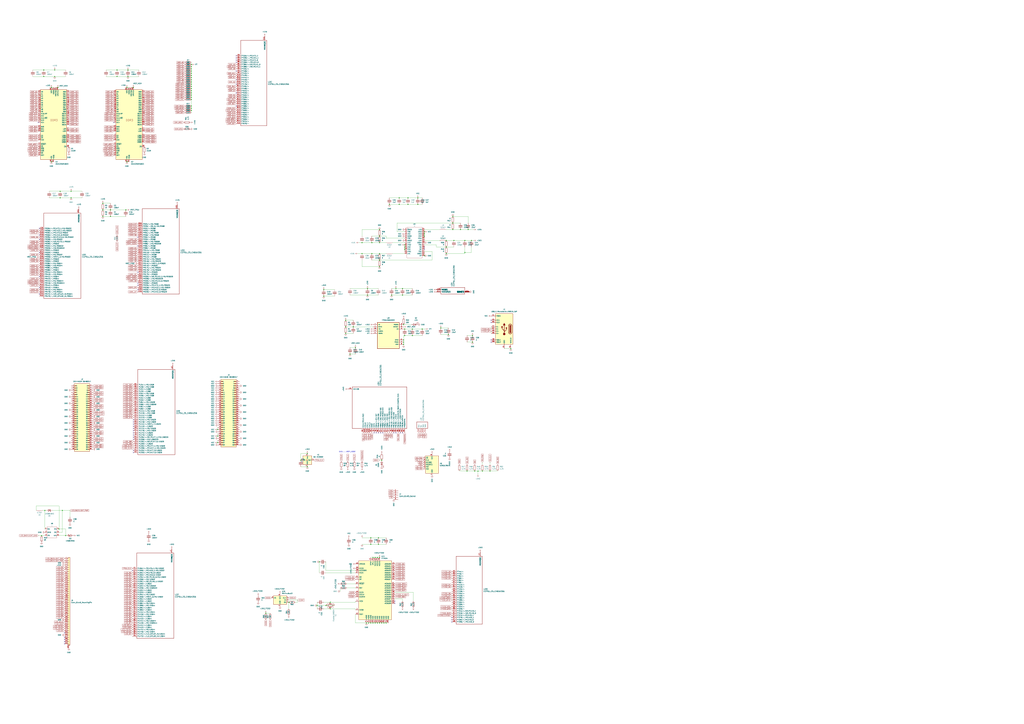
<source format=kicad_sch>
(kicad_sch (version 20231120) (generator "eeschema") (generator_version "8.0")
  (paper "A0")
  (lib_symbols
    (symbol "Library:+1V1" (power) (pin_numbers hide) (pin_names (offset 0) hide)
      (property "Value" "+1V1" (at 0 3.556 0))
      (symbol "+1V1_1_1"
        (pin power_in line (at 0 0 90) (length 0) (name "~") (number "1"))
      )
    )
    (symbol "Library:+1V2" (power) (pin_numbers hide) (pin_names (offset 0) hide)
      (property "Value" "+1V2" (at 0 3.556 0))
      (symbol "+1V2_1_1"
        (pin power_in line (at 0 0 90) (length 0) (name "~") (number "1"))
      )
    )
    (symbol "Library:+1V5" (power) (pin_numbers hide) (pin_names (offset 0) hide)
      (property "Value" "+1V5" (at 0 3.556 0))
      (symbol "+1V5_1_1"
        (pin power_in line (at 0 0 90) (length 0) (name "~") (number "1"))
      )
    )
    (symbol "Library:+2V5" (power) (pin_numbers hide) (pin_names (offset 0) hide)
      (property "Value" "+2V5" (at 0 3.556 0))
      (symbol "+2V5_1_1"
        (pin power_in line (at 0 0 90) (length 0) (name "~") (number "1"))
      )
    )
    (symbol "Library:+3V3" (power) (pin_numbers hide) (pin_names (offset 0) hide)
      (property "Value" "+3V3" (at 0 3.556 0))
      (symbol "+3V3_1_1"
        (pin power_in line (at 0 0 90) (length 0) (name "~") (number "1"))
      )
    )
    (symbol "Library:10144518-064802LF" (pin_names (offset 1.016))
      (property "Reference" "J" (at -8.89 38.862 0))
      (property "Value" "10144518-064802LF" (at -8.89 -43.18 0))
      (symbol "10144518-064802LF_0_0"
        (pin passive line (at -12.7 35.56 0) (length 5.08) (name "1") (number "1"))
        (pin passive line (at 12.7 25.4 180) (length 5.08) (name "10") (number "10"))
        (pin passive line (at -12.7 22.86 0) (length 5.08) (name "11") (number "11"))
        (pin passive line (at 12.7 22.86 180) (length 5.08) (name "12") (number "12"))
        (pin passive line (at -12.7 20.32 0) (length 5.08) (name "13") (number "13"))
        (pin passive line (at 12.7 20.32 180) (length 5.08) (name "14") (number "14"))
        (pin passive line (at -12.7 17.78 0) (length 5.08) (name "15") (number "15"))
        (pin passive line (at 12.7 17.78 180) (length 5.08) (name "16") (number "16"))
        (pin passive line (at -12.7 15.24 0) (length 5.08) (name "17") (number "17"))
        (pin passive line (at 12.7 15.24 180) (length 5.08) (name "18") (number "18"))
        (pin passive line (at -12.7 12.7 0) (length 5.08) (name "19") (number "19"))
        (pin passive line (at 12.7 35.56 180) (length 5.08) (name "2") (number "2"))
        (pin passive line (at 12.7 12.7 180) (length 5.08) (name "20") (number "20"))
        (pin passive line (at -12.7 10.16 0) (length 5.08) (name "21") (number "21"))
        (pin passive line (at 12.7 10.16 180) (length 5.08) (name "22") (number "22"))
        (pin passive line (at -12.7 7.62 0) (length 5.08) (name "23") (number "23"))
        (pin passive line (at 12.7 7.62 180) (length 5.08) (name "24") (number "24"))
        (pin passive line (at -12.7 5.08 0) (length 5.08) (name "25") (number "25"))
        (pin passive line (at 12.7 5.08 180) (length 5.08) (name "26") (number "26"))
        (pin passive line (at -12.7 2.54 0) (length 5.08) (name "27") (number "27"))
        (pin passive line (at 12.7 2.54 180) (length 5.08) (name "28") (number "28"))
        (pin passive line (at -12.7 0 0) (length 5.08) (name "29") (number "29"))
        (pin passive line (at -12.7 33.02 0) (length 5.08) (name "3") (number "3"))
        (pin passive line (at 12.7 0 180) (length 5.08) (name "30") (number "30"))
        (pin passive line (at -12.7 -2.54 0) (length 5.08) (name "31") (number "31"))
        (pin passive line (at 12.7 -2.54 180) (length 5.08) (name "32") (number "32"))
        (pin passive line (at -12.7 -5.08 0) (length 5.08) (name "33") (number "33"))
        (pin passive line (at 12.7 -5.08 180) (length 5.08) (name "34") (number "34"))
        (pin passive line (at -12.7 -7.62 0) (length 5.08) (name "35") (number "35"))
        (pin passive line (at 12.7 -7.62 180) (length 5.08) (name "36") (number "36"))
        (pin passive line (at -12.7 -10.16 0) (length 5.08) (name "37") (number "37"))
        (pin passive line (at 12.7 -10.16 180) (length 5.08) (name "38") (number "38"))
        (pin passive line (at -12.7 -12.7 0) (length 5.08) (name "39") (number "39"))
        (pin passive line (at 12.7 33.02 180) (length 5.08) (name "4") (number "4"))
        (pin passive line (at 12.7 -12.7 180) (length 5.08) (name "40") (number "40"))
        (pin passive line (at -12.7 -15.24 0) (length 5.08) (name "41") (number "41"))
        (pin passive line (at 12.7 -15.24 180) (length 5.08) (name "42") (number "42"))
        (pin passive line (at -12.7 -17.78 0) (length 5.08) (name "43") (number "43"))
        (pin passive line (at 12.7 -17.78 180) (length 5.08) (name "44") (number "44"))
        (pin passive line (at -12.7 -20.32 0) (length 5.08) (name "45") (number "45"))
        (pin passive line (at 12.7 -20.32 180) (length 5.08) (name "46") (number "46"))
        (pin passive line (at -12.7 -22.86 0) (length 5.08) (name "47") (number "47"))
        (pin passive line (at 12.7 -22.86 180) (length 5.08) (name "48") (number "48"))
        (pin passive line (at -12.7 -25.4 0) (length 5.08) (name "49") (number "49"))
        (pin passive line (at -12.7 30.48 0) (length 5.08) (name "5") (number "5"))
        (pin passive line (at 12.7 -25.4 180) (length 5.08) (name "50") (number "50"))
        (pin passive line (at -12.7 -27.94 0) (length 5.08) (name "51") (number "51"))
        (pin passive line (at 12.7 -27.94 180) (length 5.08) (name "52") (number "52"))
        (pin passive line (at -12.7 -30.48 0) (length 5.08) (name "53") (number "53"))
        (pin passive line (at 12.7 -30.48 180) (length 5.08) (name "54") (number "54"))
        (pin passive line (at -12.7 -33.02 0) (length 5.08) (name "55") (number "55"))
        (pin passive line (at 12.7 -33.02 180) (length 5.08) (name "56") (number "56"))
        (pin passive line (at -12.7 -35.56 0) (length 5.08) (name "57") (number "57"))
        (pin passive line (at 12.7 -35.56 180) (length 5.08) (name "58") (number "58"))
        (pin passive line (at -12.7 -38.1 0) (length 5.08) (name "59") (number "59"))
        (pin passive line (at 12.7 30.48 180) (length 5.08) (name "6") (number "6"))
        (pin passive line (at 12.7 -38.1 180) (length 5.08) (name "60") (number "60"))
        (pin passive line (at -12.7 27.94 0) (length 5.08) (name "7") (number "7"))
        (pin passive line (at 12.7 27.94 180) (length 5.08) (name "8") (number "8"))
        (pin passive line (at -12.7 25.4 0) (length 5.08) (name "9") (number "9"))
      )
    )
    (symbol "Library:1N5819WS" (pin_numbers hide) (pin_names (offset 1.016) hide)
      (property "Reference" "D" (at 0 2.54 0))
      (property "Value" "1N5819WS" (at 0 -2.54 0))
      (symbol "1N5819WS_1_1"
        (pin passive line (at -3.81 0 0) (length 2.54) (name "K") (number "1"))
        (pin passive line (at 3.81 0 180) (length 2.54) (name "A") (number "2"))
      )
    )
    (symbol "Library:93LCxxBxxOT"
      (property "Reference" "U" (at -6.35 6.35 0))
      (property "Value" "93LCxxBxxOT" (at 7.62 -6.35 0))
      (symbol "93LCxxBxxOT_1_1"
        (pin tri_state line (at 10.16 -2.54 180) (length 2.54) (name "DO") (number "1"))
        (pin power_in line (at 0 -7.62 90) (length 2.54) (name "GND") (number "2"))
        (pin input line (at 10.16 0 180) (length 2.54) (name "DI") (number "3"))
        (pin input line (at 10.16 2.54 180) (length 2.54) (name "CLK") (number "4"))
        (pin input line (at -10.16 2.54 0) (length 2.54) (name "CS") (number "5"))
        (pin power_in line (at 0 7.62 270) (length 2.54) (name "VCC") (number "6"))
      )
    )
    (symbol "Library:AS4C256M16D3"
      (property "Reference" "U" (at -13.97 41.91 0))
      (property "Value" "AS4C256M16D3" (at 13.97 41.91 0))
      (symbol "AS4C256M16D3_0_1"
        (pin power_in line (at 0 43.18 270) (length 2.54) (name "VDDQ") (number "A1"))
        (pin passive line (at 0 43.18 270) (length 2.54) hide (name "VDDQ") (number "A8"))
        (pin power_in line (at -2.54 -43.18 90) (length 2.54) (name "VSS") (number "A9"))
        (pin power_in line (at 0 -43.18 90) (length 2.54) (name "VSSQ") (number "B1"))
        (pin power_in line (at -2.54 43.18 270) (length 2.54) (name "VDD") (number "B2"))
        (pin passive line (at -2.54 -43.18 90) (length 2.54) hide (name "VSS") (number "B3"))
        (pin passive line (at 0 -43.18 90) (length 2.54) hide (name "VSSQ") (number "B9"))
        (pin passive line (at 0 43.18 270) (length 2.54) hide (name "VDDQ") (number "C1"))
        (pin passive line (at 0 43.18 270) (length 2.54) hide (name "VDDQ") (number "C9"))
        (pin passive line (at 0 -43.18 90) (length 2.54) hide (name "VSSQ") (number "D1"))
        (pin passive line (at 0 43.18 270) (length 2.54) hide (name "VDDQ") (number "D2"))
        (pin passive line (at 0 -43.18 90) (length 2.54) hide (name "VSSQ") (number "D8"))
        (pin passive line (at -2.54 43.18 270) (length 2.54) hide (name "VDD") (number "D9"))
        (pin passive line (at -2.54 -43.18 90) (length 2.54) hide (name "VSS") (number "E1"))
        (pin passive line (at 0 -43.18 90) (length 2.54) hide (name "VSSQ") (number "E2"))
        (pin bidirectional line (at 17.78 38.1 180) (length 2.54) (name "DQ0") (number "E3"))
        (pin passive line (at 0 -43.18 90) (length 2.54) hide (name "VSSQ") (number "E8"))
        (pin passive line (at 0 43.18 270) (length 2.54) hide (name "VDDQ") (number "E9"))
        (pin passive line (at 0 43.18 270) (length 2.54) hide (name "VDDQ") (number "F1"))
        (pin bidirectional line (at 17.78 33.02 180) (length 2.54) (name "DQ2") (number "F2"))
        (pin bidirectional line (at 17.78 35.56 180) (length 2.54) (name "DQ1") (number "F7"))
        (pin bidirectional line (at 17.78 30.48 180) (length 2.54) (name "DQ3") (number "F8"))
        (pin passive line (at 0 -43.18 90) (length 2.54) hide (name "VSSQ") (number "F9"))
        (pin passive line (at 0 -43.18 90) (length 2.54) hide (name "VSSQ") (number "G1"))
        (pin bidirectional line (at 17.78 22.86 180) (length 2.54) (name "DQ6") (number "G2"))
        (pin passive line (at -2.54 43.18 270) (length 2.54) hide (name "VDD") (number "G7"))
        (pin passive line (at -2.54 -43.18 90) (length 2.54) hide (name "VSS") (number "G8"))
        (pin passive line (at 0 -43.18 90) (length 2.54) hide (name "VSSQ") (number "G9"))
        (pin power_in line (at 2.54 43.18 270) (length 2.54) (name "VREFDQ") (number "H1"))
        (pin passive line (at 0 43.18 270) (length 2.54) hide (name "VDDQ") (number "H2"))
        (pin bidirectional line (at 17.78 27.94 180) (length 2.54) (name "DQ4") (number "H3"))
        (pin bidirectional line (at 17.78 20.32 180) (length 2.54) (name "DQ7") (number "H7"))
        (pin bidirectional line (at 17.78 25.4 180) (length 2.54) (name "DQ5") (number "H8"))
        (pin passive line (at 0 43.18 270) (length 2.54) hide (name "VDDQ") (number "H9"))
        (pin passive line (at -2.54 -43.18 90) (length 2.54) hide (name "VSS") (number "J2"))
        (pin passive line (at -2.54 -43.18 90) (length 2.54) hide (name "VSS") (number "J8"))
        (pin passive line (at -2.54 43.18 270) (length 2.54) hide (name "VDD") (number "K2"))
        (pin passive line (at -2.54 43.18 270) (length 2.54) hide (name "VDD") (number "K8"))
        (pin input line (at -17.78 -25.4 0) (length 2.54) (name "~{CS}") (number "L2"))
        (pin input line (at -17.78 12.7 0) (length 2.54) (name "A10/AP") (number "L7"))
        (pin passive line (at -2.54 -43.18 90) (length 2.54) hide (name "VSS") (number "M1"))
        (pin passive line (at -2.54 -43.18 90) (length 2.54) hide (name "VSS") (number "M9"))
        (pin passive line (at -2.54 43.18 270) (length 2.54) hide (name "VDD") (number "N1"))
        (pin input line (at -17.78 30.48 0) (length 2.54) (name "A3") (number "N2"))
        (pin input line (at -17.78 38.1 0) (length 2.54) (name "A0") (number "N3"))
        (pin input line (at -17.78 7.62 0) (length 2.54) (name "A12/~{BC}") (number "N7"))
        (pin passive line (at -2.54 43.18 270) (length 2.54) hide (name "VDD") (number "N9"))
        (pin passive line (at -2.54 -43.18 90) (length 2.54) hide (name "VSS") (number "P1"))
        (pin input line (at -17.78 25.4 0) (length 2.54) (name "A5") (number "P2"))
        (pin input line (at -17.78 33.02 0) (length 2.54) (name "A2") (number "P3"))
        (pin input line (at -17.78 35.56 0) (length 2.54) (name "A1") (number "P7"))
        (pin input line (at -17.78 27.94 0) (length 2.54) (name "A4") (number "P8"))
        (pin passive line (at -2.54 -43.18 90) (length 2.54) hide (name "VSS") (number "P9"))
        (pin passive line (at -2.54 43.18 270) (length 2.54) hide (name "VDD") (number "R1"))
        (pin input line (at -17.78 20.32 0) (length 2.54) (name "A7") (number "R2"))
        (pin input line (at -17.78 15.24 0) (length 2.54) (name "A9") (number "R3"))
        (pin input line (at -17.78 10.16 0) (length 2.54) (name "A11") (number "R7"))
        (pin input line (at -17.78 22.86 0) (length 2.54) (name "A6") (number "R8"))
        (pin passive line (at -2.54 43.18 270) (length 2.54) hide (name "VDD") (number "R9"))
        (pin passive line (at -2.54 -43.18 90) (length 2.54) hide (name "VSS") (number "T1"))
        (pin input line (at -17.78 -22.86 0) (length 2.54) (name "~{RESET}") (number "T2"))
        (pin input line (at -17.78 5.08 0) (length 2.54) (name "A13") (number "T3"))
        (pin input line (at -17.78 2.54 0) (length 2.54) (name "A14") (number "T7"))
        (pin input line (at -17.78 17.78 0) (length 2.54) (name "A8") (number "T8"))
        (pin passive line (at -2.54 -43.18 90) (length 2.54) hide (name "VSS") (number "T9"))
      )
      (symbol "AS4C256M16D3_1_1"
        (text "DDR3" (at -3.81 3.81 0) (effects (font (size 2.1336 2.1336)) (justify left bottom)))
        (pin bidirectional line (at 17.78 5.08 180) (length 2.54) (name "DQ13") (number "A2"))
        (pin bidirectional line (at 17.78 0 180) (length 2.54) (name "DQ15") (number "A3"))
        (pin bidirectional line (at 17.78 7.62 180) (length 2.54) (name "DQ12") (number "A7"))
        (pin bidirectional line (at 17.78 -20.32 180) (length 2.54) (name "~{UDQS}") (number "B7"))
        (pin bidirectional line (at 17.78 2.54 180) (length 2.54) (name "DQ14") (number "B8"))
        (pin bidirectional line (at 17.78 10.16 180) (length 2.54) (name "DQ11") (number "C2"))
        (pin bidirectional line (at 17.78 15.24 180) (length 2.54) (name "DQ9") (number "C3"))
        (pin bidirectional line (at 17.78 -17.78 180) (length 2.54) (name "UDQS") (number "C7"))
        (pin bidirectional line (at 17.78 12.7 180) (length 2.54) (name "DQ10") (number "C8"))
        (pin input line (at 17.78 -7.62 180) (length 2.54) (name "UDM") (number "D3"))
        (pin bidirectional line (at 17.78 17.78 180) (length 2.54) (name "DQ8") (number "D7"))
        (pin input line (at 17.78 -5.08 180) (length 2.54) (name "LDM") (number "E7"))
        (pin bidirectional line (at 17.78 -12.7 180) (length 2.54) (name "LDQS") (number "F3"))
        (pin bidirectional line (at 17.78 -15.24 180) (length 2.54) (name "~{LDQS}") (number "G3"))
        (pin no_connect line (at 15.24 -27.94 180) (length 2.54) hide (name "NC") (number "J1"))
        (pin input line (at -17.78 -27.94 0) (length 2.54) (name "~{RAS}") (number "J3"))
        (pin input line (at -17.78 -12.7 0) (length 2.54) (name "CK") (number "J7"))
        (pin no_connect line (at 15.24 -30.48 180) (length 2.54) hide (name "NC") (number "J9"))
        (pin input line (at -17.78 -35.56 0) (length 2.54) (name "ODT") (number "K1"))
        (pin input line (at -17.78 -30.48 0) (length 2.54) (name "~{CAS}") (number "K3"))
        (pin input line (at -17.78 -15.24 0) (length 2.54) (name "~{CK}") (number "K7"))
        (pin input line (at -17.78 -17.78 0) (length 2.54) (name "CKE") (number "K9"))
        (pin no_connect line (at 15.24 -33.02 180) (length 2.54) hide (name "NC") (number "L1"))
        (pin input line (at -17.78 -33.02 0) (length 2.54) (name "~{WE}") (number "L3"))
        (pin input line (at 17.78 -25.4 180) (length 2.54) (name "ZQ") (number "L8"))
        (pin no_connect line (at 15.24 -35.56 180) (length 2.54) hide (name "NC") (number "L9"))
        (pin input line (at -17.78 -2.54 0) (length 2.54) (name "BA0") (number "M2"))
        (pin input line (at -17.78 -7.62 0) (length 2.54) (name "BA2") (number "M3"))
        (pin no_connect line (at 15.24 -38.1 180) (length 2.54) hide (name "NC") (number "M7"))
        (pin power_in line (at 5.08 43.18 270) (length 2.54) (name "VREFCA") (number "M8"))
        (pin input line (at -17.78 -5.08 0) (length 2.54) (name "BA1") (number "N8"))
      )
    )
    (symbol "Library:C" (pin_numbers hide) (pin_names (offset 0.254))
      (property "Reference" "C" (at 0.635 2.54 0))
      (property "Value" "C" (at 0.635 -2.54 0))
      (symbol "C_1_1"
        (pin passive line (at 0 3.81 270) (length 2.794) (name "~") (number "1"))
        (pin passive line (at 0 -3.81 90) (length 2.794) (name "~") (number "2"))
      )
    )
    (symbol "Library:Conn_01x05_Socket" (pin_names (offset 1.016) hide)
      (property "Reference" "J" (at 0 7.62 0))
      (property "Value" "Conn_01x05_Socket" (at 0 -7.62 0))
      (symbol "Conn_01x05_Socket_1_1"
        (pin passive line (at -5.08 5.08 0) (length 3.81) (name "Pin_1") (number "1"))
        (pin passive line (at -5.08 2.54 0) (length 3.81) (name "Pin_2") (number "2"))
        (pin passive line (at -5.08 0 0) (length 3.81) (name "Pin_3") (number "3"))
        (pin passive line (at -5.08 -2.54 0) (length 3.81) (name "Pin_4") (number "4"))
        (pin passive line (at -5.08 -5.08 0) (length 3.81) (name "Pin_5") (number "5"))
      )
    )
    (symbol "Library:Conn_01x40_MountingPin" (pin_names (offset 1.016) hide)
      (property "Reference" "J" (at 0 50.8 0))
      (property "Value" "Conn_01x40_MountingPin" (at 1.27 -53.34 0))
      (symbol "Conn_01x40_MountingPin_1_1"
        (text "Mounting" (at 0 -52.451 0) (effects (font (size 0.381 0.381))))
        (pin passive line (at -5.08 48.26 0) (length 3.81) (name "Pin_1") (number "1"))
        (pin passive line (at -5.08 25.4 0) (length 3.81) (name "Pin_10") (number "10"))
        (pin passive line (at -5.08 22.86 0) (length 3.81) (name "Pin_11") (number "11"))
        (pin passive line (at -5.08 20.32 0) (length 3.81) (name "Pin_12") (number "12"))
        (pin passive line (at -5.08 17.78 0) (length 3.81) (name "Pin_13") (number "13"))
        (pin passive line (at -5.08 15.24 0) (length 3.81) (name "Pin_14") (number "14"))
        (pin passive line (at -5.08 12.7 0) (length 3.81) (name "Pin_15") (number "15"))
        (pin passive line (at -5.08 10.16 0) (length 3.81) (name "Pin_16") (number "16"))
        (pin passive line (at -5.08 7.62 0) (length 3.81) (name "Pin_17") (number "17"))
        (pin passive line (at -5.08 5.08 0) (length 3.81) (name "Pin_18") (number "18"))
        (pin passive line (at -5.08 2.54 0) (length 3.81) (name "Pin_19") (number "19"))
        (pin passive line (at -5.08 45.72 0) (length 3.81) (name "Pin_2") (number "2"))
        (pin passive line (at -5.08 0 0) (length 3.81) (name "Pin_20") (number "20"))
        (pin passive line (at -5.08 -2.54 0) (length 3.81) (name "Pin_21") (number "21"))
        (pin passive line (at -5.08 -5.08 0) (length 3.81) (name "Pin_22") (number "22"))
        (pin passive line (at -5.08 -7.62 0) (length 3.81) (name "Pin_23") (number "23"))
        (pin passive line (at -5.08 -10.16 0) (length 3.81) (name "Pin_24") (number "24"))
        (pin passive line (at -5.08 -12.7 0) (length 3.81) (name "Pin_25") (number "25"))
        (pin passive line (at -5.08 -15.24 0) (length 3.81) (name "Pin_26") (number "26"))
        (pin passive line (at -5.08 -17.78 0) (length 3.81) (name "Pin_27") (number "27"))
        (pin passive line (at -5.08 -20.32 0) (length 3.81) (name "Pin_28") (number "28"))
        (pin passive line (at -5.08 -22.86 0) (length 3.81) (name "Pin_29") (number "29"))
        (pin passive line (at -5.08 43.18 0) (length 3.81) (name "Pin_3") (number "3"))
        (pin passive line (at -5.08 -25.4 0) (length 3.81) (name "Pin_30") (number "30"))
        (pin passive line (at -5.08 -27.94 0) (length 3.81) (name "Pin_31") (number "31"))
        (pin passive line (at -5.08 -30.48 0) (length 3.81) (name "Pin_32") (number "32"))
        (pin passive line (at -5.08 -33.02 0) (length 3.81) (name "Pin_33") (number "33"))
        (pin passive line (at -5.08 -35.56 0) (length 3.81) (name "Pin_34") (number "34"))
        (pin passive line (at -5.08 -38.1 0) (length 3.81) (name "Pin_35") (number "35"))
        (pin passive line (at -5.08 -40.64 0) (length 3.81) (name "Pin_36") (number "36"))
        (pin passive line (at -5.08 -43.18 0) (length 3.81) (name "Pin_37") (number "37"))
        (pin passive line (at -5.08 -45.72 0) (length 3.81) (name "Pin_38") (number "38"))
        (pin passive line (at -5.08 -48.26 0) (length 3.81) (name "Pin_39") (number "39"))
        (pin passive line (at -5.08 40.64 0) (length 3.81) (name "Pin_4") (number "4"))
        (pin passive line (at -5.08 -50.8 0) (length 3.81) (name "Pin_40") (number "40"))
        (pin passive line (at -5.08 38.1 0) (length 3.81) (name "Pin_5") (number "5"))
        (pin passive line (at -5.08 35.56 0) (length 3.81) (name "Pin_6") (number "6"))
        (pin passive line (at -5.08 33.02 0) (length 3.81) (name "Pin_7") (number "7"))
        (pin passive line (at -5.08 30.48 0) (length 3.81) (name "Pin_8") (number "8"))
        (pin passive line (at -5.08 27.94 0) (length 3.81) (name "Pin_9") (number "9"))
        (pin passive line (at 0 -55.88 90) (length 3.048) (name "MountPin") (number "MP"))
      )
    )
    (symbol "Library:Crystal_GND24" (pin_names (offset 1.016) hide)
      (property "Reference" "Y" (at 3.175 5.08 0))
      (property "Value" "Crystal_GND24" (at 3.175 3.175 0))
      (symbol "Crystal_GND24_1_1"
        (pin passive line (at -3.81 0 0) (length 1.27) (name "1") (number "1"))
        (pin passive line (at 0 5.08 270) (length 1.27) (name "2") (number "2"))
        (pin passive line (at 3.81 0 180) (length 1.27) (name "3") (number "3"))
        (pin passive line (at 0 -5.08 90) (length 1.27) (name "4") (number "4"))
      )
    )
    (symbol "Library:EA3059"
      (property "Reference" "U?" (at 0 0 0))
      (symbol "EA3059_1_0"
        (pin unspecified line (at -11.43 13.97 0) (length 2.54) (name "GND3") (number "1"))
        (pin unspecified line (at -11.43 -8.89 0) (length 2.54) (name "EN1") (number "10"))
        (pin unspecified line (at -11.43 -11.43 0) (length 2.54) (name "VIN1") (number "11"))
        (pin unspecified line (at -11.43 -13.97 0) (length 2.54) (name "LX1") (number "12"))
        (pin unspecified line (at 11.43 -13.97 180) (length 2.54) (name "GND1") (number "13"))
        (pin unspecified line (at 11.43 -11.43 180) (length 2.54) (name "FB1") (number "14"))
        (pin unspecified line (at 11.43 -8.89 180) (length 2.54) (name "NC") (number "15"))
        (pin unspecified line (at 11.43 -6.35 180) (length 2.54) (name "NC") (number "16"))
        (pin unspecified line (at 11.43 -3.81 180) (length 2.54) (name "FB4") (number "17"))
        (pin unspecified line (at 11.43 -1.27 180) (length 2.54) (name "GND4") (number "18"))
        (pin unspecified line (at 11.43 1.27 180) (length 2.54) (name "LX4") (number "19"))
        (pin unspecified line (at -11.43 11.43 0) (length 2.54) (name "FB3") (number "2"))
        (pin unspecified line (at 11.43 3.81 180) (length 2.54) (name "VIN4") (number "20"))
        (pin unspecified line (at 11.43 6.35 180) (length 2.54) (name "EN4") (number "21"))
        (pin unspecified line (at 11.43 8.89 180) (length 2.54) (name "EN3") (number "22"))
        (pin unspecified line (at 11.43 11.43 180) (length 2.54) (name "VIN3") (number "23"))
        (pin unspecified line (at 11.43 13.97 180) (length 2.54) (name "LX3") (number "24"))
        (pin unspecified line (at 11.43 -16.51 180) (length 2.54) (name "EP") (number "25"))
        (pin unspecified line (at -11.43 8.89 0) (length 2.54) (name "VCC") (number "3"))
        (pin unspecified line (at -11.43 6.35 0) (length 2.54) (name "AGND") (number "4"))
        (pin unspecified line (at -11.43 3.81 0) (length 2.54) (name "FB2") (number "5"))
        (pin unspecified line (at -11.43 1.27 0) (length 2.54) (name "GND2") (number "6"))
        (pin unspecified line (at -11.43 -1.27 0) (length 2.54) (name "LX2") (number "7"))
        (pin unspecified line (at -11.43 -3.81 0) (length 2.54) (name "VIN2") (number "8"))
        (pin unspecified line (at -11.43 -6.35 0) (length 2.54) (name "EN2") (number "9"))
      )
    )
    (symbol "Library:ECP5U_25_CABGA256" (pin_names (offset 1.016))
      (property "Reference" "U" (at 3.81 6.35 0))
      (property "Value" "ECP5U_25_CABGA256" (at 3.81 3.81 0))
      (symbol "ECP5U_25_CABGA256_1_1"
        (pin power_in line (at 7.62 -15.24 90) (length 5.08) (name "GND[27]") (number "A1"))
        (pin power_in line (at 7.62 -15.24 90) (length 5.08) (name "GND[27]") (number "A16"))
        (pin power_in line (at 7.62 -15.24 90) (length 5.08) (name "GND[27]") (number "D15"))
        (pin power_in line (at 7.62 -15.24 90) (length 5.08) (name "GND[27]") (number "D2"))
        (pin power_in line (at 7.62 -15.24 90) (length 5.08) (name "GND[27]") (number "F8"))
        (pin power_in line (at 7.62 -15.24 90) (length 5.08) (name "GND[27]") (number "F9"))
        (pin power_in line (at 7.62 -15.24 90) (length 5.08) (name "GND[27]") (number "G10"))
        (pin power_in line (at 7.62 22.86 270) (length 5.08) (name "VCCAUX[2]") (number "G11"))
        (pin power_in line (at 10.16 22.86 270) (length 5.08) (name "VCC[6]") (number "G6"))
        (pin power_in line (at 10.16 22.86 270) (length 5.08) (name "VCC[6]") (number "G7"))
        (pin power_in line (at 7.62 -15.24 90) (length 5.08) (name "GND[27]") (number "G8"))
        (pin power_in line (at 10.16 22.86 270) (length 5.08) (name "VCC[6]") (number "G9"))
        (pin power_in line (at 7.62 -15.24 90) (length 5.08) (name "GND[27]") (number "H1"))
        (pin power_in line (at 7.62 -15.24 90) (length 5.08) (name "GND[27]") (number "H10"))
        (pin power_in line (at 7.62 -15.24 90) (length 5.08) (name "GND[27]") (number "H16"))
        (pin power_in line (at 7.62 -15.24 90) (length 5.08) (name "GND[27]") (number "H8"))
        (pin power_in line (at 7.62 -15.24 90) (length 5.08) (name "GND[27]") (number "H9"))
        (pin power_in line (at 7.62 -15.24 90) (length 5.08) (name "GND[27]") (number "J10"))
        (pin power_in line (at 7.62 -15.24 90) (length 5.08) (name "GND[27]") (number "J8"))
        (pin power_in line (at 7.62 -15.24 90) (length 5.08) (name "GND[27]") (number "J9"))
        (pin power_in line (at 7.62 -15.24 90) (length 5.08) (name "GND[27]") (number "K10"))
        (pin power_in line (at 7.62 -15.24 90) (length 5.08) (name "GND[27]") (number "K6"))
        (pin power_in line (at 7.62 -15.24 90) (length 5.08) (name "GND[27]") (number "K7"))
        (pin power_in line (at 7.62 -15.24 90) (length 5.08) (name "GND[27]") (number "K8"))
        (pin power_in line (at 7.62 -15.24 90) (length 5.08) (name "GND[27]") (number "K9"))
        (pin power_in line (at 10.16 22.86 270) (length 5.08) (name "VCC[6]") (number "L10"))
        (pin power_in line (at 7.62 22.86 270) (length 5.08) (name "VCCAUX[2]") (number "L7"))
        (pin power_in line (at 10.16 22.86 270) (length 5.08) (name "VCC[6]") (number "L8"))
        (pin power_in line (at 10.16 22.86 270) (length 5.08) (name "VCC[6]") (number "L9"))
        (pin power_in line (at 7.62 -15.24 90) (length 5.08) (name "GND[27]") (number "N15"))
        (pin power_in line (at 7.62 -15.24 90) (length 5.08) (name "GND[27]") (number "N2"))
        (pin power_in line (at 7.62 -15.24 90) (length 5.08) (name "GND[27]") (number "T1"))
        (pin power_in line (at 7.62 -15.24 90) (length 5.08) (name "GND[27]") (number "T12"))
        (pin power_in line (at 7.62 -15.24 90) (length 5.08) (name "GND[27]") (number "T16"))
        (pin power_in line (at 7.62 -15.24 90) (length 5.08) (name "GND[27]") (number "T5"))
      )
      (symbol "ECP5U_25_CABGA256_2_1"
        (pin bidirectional line (at 0 0 0) (length 5.08) (name "PT4A/+") (number "A2"))
        (pin bidirectional line (at 0 -5.08 0) (length 5.08) (name "PT6A/+") (number "A3"))
        (pin bidirectional line (at 0 -7.62 0) (length 5.08) (name "PT6B/-") (number "A4"))
        (pin bidirectional line (at 0 -30.48 0) (length 5.08) (name "PT18A/+") (number "A5"))
        (pin bidirectional line (at 0 -33.02 0) (length 5.08) (name "PT18B/-") (number "A6"))
        (pin bidirectional line (at 0 -55.88 0) (length 5.08) (name "PT29A/+/PCLKT0_0") (number "A7"))
        (pin bidirectional line (at 0 -58.42 0) (length 5.08) (name "PT29B/-/PCLKC0_0") (number "A8"))
        (pin bidirectional line (at 0 -2.54 0) (length 5.08) (name "PT4B/-") (number "B3"))
        (pin bidirectional line (at 0 -17.78 0) (length 5.08) (name "PT11B/-") (number "B4"))
        (pin bidirectional line (at 0 -27.94 0) (length 5.08) (name "PT15B/-") (number "B5"))
        (pin bidirectional line (at 0 -43.18 0) (length 5.08) (name "PT22B/-") (number "B6"))
        (pin bidirectional line (at 0 -53.34 0) (length 5.08) (name "PT27B/-/PCLKC0_1") (number "B7"))
        (pin bidirectional line (at 0 -15.24 0) (length 5.08) (name "PT11A/+") (number "C4"))
        (pin bidirectional line (at 0 -25.4 0) (length 5.08) (name "PT15A/+") (number "C5"))
        (pin bidirectional line (at 0 -40.64 0) (length 5.08) (name "PT22A/+") (number "C6"))
        (pin bidirectional line (at 0 -50.8 0) (length 5.08) (name "PT27A/+/PCLKT0_1") (number "C7"))
        (pin bidirectional line (at 0 -12.7 0) (length 5.08) (name "PT9B/-") (number "D4"))
        (pin bidirectional line (at 0 -22.86 0) (length 5.08) (name "PT13B/-") (number "D5"))
        (pin bidirectional line (at 0 -38.1 0) (length 5.08) (name "PT20B/-") (number "D6"))
        (pin bidirectional line (at 0 -48.26 0) (length 5.08) (name "PT24B/-/GR_PCLK0_0") (number "D7"))
        (pin bidirectional line (at 0 -10.16 0) (length 5.08) (name "PT9A/+") (number "E4"))
        (pin bidirectional line (at 0 -20.32 0) (length 5.08) (name "PT13A/+") (number "E5"))
        (pin bidirectional line (at 0 -35.56 0) (length 5.08) (name "PT20A/+") (number "E6"))
        (pin bidirectional line (at 0 -45.72 0) (length 5.08) (name "PT24A/+/GR_PCLK0_1") (number "E7"))
        (pin power_in line (at 33.02 22.86 270) (length 5.08) (name "VCCIO0[2]") (number "F6"))
        (pin power_in line (at 33.02 22.86 270) (length 5.08) (name "VCCIO0[2]") (number "F7"))
      )
      (symbol "ECP5U_25_CABGA256_3_1"
        (pin bidirectional line (at 0 -22.86 0) (length 5.08) (name "PT42B/-") (number "A10"))
        (pin bidirectional line (at 0 -45.72 0) (length 5.08) (name "PT53A/+") (number "A11"))
        (pin bidirectional line (at 0 -48.26 0) (length 5.08) (name "PT53B/-") (number "A12"))
        (pin bidirectional line (at 0 -71.12 0) (length 5.08) (name "PT65A/+") (number "A13"))
        (pin bidirectional line (at 0 -73.66 0) (length 5.08) (name "PT65B/-") (number "A14"))
        (pin bidirectional line (at 0 -78.74 0) (length 5.08) (name "PT67B/-") (number "A15"))
        (pin bidirectional line (at 0 -20.32 0) (length 5.08) (name "PT42A/+") (number "A9"))
        (pin bidirectional line (at 0 -25.4 0) (length 5.08) (name "PT44A/+") (number "B10"))
        (pin bidirectional line (at 0 -35.56 0) (length 5.08) (name "PT49A/+") (number "B11"))
        (pin bidirectional line (at 0 -50.8 0) (length 5.08) (name "PT56A/+") (number "B12"))
        (pin bidirectional line (at 0 -60.96 0) (length 5.08) (name "PT60A/+") (number "B13"))
        (pin bidirectional line (at 0 -76.2 0) (length 5.08) (name "PT67A/+") (number "B14"))
        (pin bidirectional line (at 0 -7.62 0) (length 5.08) (name "PT35B/-/PCLKC1_0") (number "B8"))
        (pin bidirectional line (at 0 -10.16 0) (length 5.08) (name "PT38A/+/GR_PCLK1_0") (number "B9"))
        (pin bidirectional line (at 0 -27.94 0) (length 5.08) (name "PT44B/-") (number "C10"))
        (pin bidirectional line (at 0 -38.1 0) (length 5.08) (name "PT49B/-") (number "C11"))
        (pin bidirectional line (at 0 -53.34 0) (length 5.08) (name "PT56B/-") (number "C12"))
        (pin bidirectional line (at 0 -63.5 0) (length 5.08) (name "PT60B/-") (number "C13"))
        (pin bidirectional line (at 0 -5.08 0) (length 5.08) (name "PT35A/+/PCLKT1_0") (number "C8"))
        (pin bidirectional line (at 0 -12.7 0) (length 5.08) (name "PT38B/-/GR_PCLK1_1") (number "C9"))
        (pin bidirectional line (at 0 -30.48 0) (length 5.08) (name "PT47A/+") (number "D10"))
        (pin bidirectional line (at 0 -40.64 0) (length 5.08) (name "PT51A/+") (number "D11"))
        (pin bidirectional line (at 0 -55.88 0) (length 5.08) (name "PT58A/+") (number "D12"))
        (pin bidirectional line (at 0 -66.04 0) (length 5.08) (name "PT62A/+") (number "D13"))
        (pin bidirectional line (at 0 -2.54 0) (length 5.08) (name "PT33B/-/PCLKC1_1") (number "D8"))
        (pin bidirectional line (at 0 -15.24 0) (length 5.08) (name "PT40A/+") (number "D9"))
        (pin bidirectional line (at 0 -33.02 0) (length 5.08) (name "PT47B/-") (number "E10"))
        (pin bidirectional line (at 0 -43.18 0) (length 5.08) (name "PT51B/-") (number "E11"))
        (pin bidirectional line (at 0 -58.42 0) (length 5.08) (name "PT58B/-") (number "E12"))
        (pin bidirectional line (at 0 -68.58 0) (length 5.08) (name "PT62B/-") (number "E13"))
        (pin bidirectional line (at 0 0 0) (length 5.08) (name "PT33A/+/PCLKT1_1") (number "E8"))
        (pin bidirectional line (at 0 -17.78 0) (length 5.08) (name "PT40B/-") (number "E9"))
        (pin power_in line (at 33.02 22.86 270) (length 5.08) (name "VCCIO1[2]") (number "F10"))
        (pin power_in line (at 33.02 22.86 270) (length 5.08) (name "VCCIO1[2]") (number "F11"))
      )
      (symbol "ECP5U_25_CABGA256_4_1"
        (pin bidirectional line (at 0 -2.54 0) (length 5.08) (name "PR2B/-/S0_IN/HS/RDQ8") (number "B15"))
        (pin bidirectional line (at 0 0 0) (length 5.08) (name "PR2A/+/HS/RDQ8") (number "B16"))
        (pin bidirectional line (at 0 -5.08 0) (length 5.08) (name "PR2C/+/RDQ8") (number "C14"))
        (pin bidirectional line (at 0 -12.7 0) (length 5.08) (name "PR5B/-/HS/RDQ8") (number "C15"))
        (pin bidirectional line (at 0 -10.16 0) (length 5.08) (name "PR5A/+/HS/RDQ8") (number "C16"))
        (pin bidirectional line (at 0 -7.62 0) (length 5.08) (name "PR2D/-/RDQ8") (number "D14"))
        (pin bidirectional line (at 0 -20.32 0) (length 5.08) (name "PR8A/+/HS/RDQS8") (number "D16"))
        (pin bidirectional line (at 0 -15.24 0) (length 5.08) (name "PR5C/+/RDQ8") (number "E14"))
        (pin bidirectional line (at 0 -22.86 0) (length 5.08) (name "PR8B/-/HS/RDQSN8") (number "E15"))
        (pin bidirectional line (at 0 -38.1 0) (length 5.08) (name "PR11D/-/RDQ8") (number "E16"))
        (pin bidirectional line (at 0 -27.94 0) (length 5.08) (name "PR8D/-/RDQ8") (number "F12"))
        (pin bidirectional line (at 0 -25.4 0) (length 5.08) (name "PR8C/+/RDQ8") (number "F13"))
        (pin bidirectional line (at 0 -17.78 0) (length 5.08) (name "PR5D/-/RDQ8") (number "F14"))
        (pin bidirectional line (at 0 -35.56 0) (length 5.08) (name "PR11C/+/RDQ8") (number "F15"))
        (pin bidirectional line (at 0 -40.64 0) (length 5.08) (name "PR14A/+/HS/RDQ20") (number "F16"))
        (pin bidirectional line (at 0 -30.48 0) (length 5.08) (name "PR11A/+/HS/RDQ8") (number "G12"))
        (pin bidirectional line (at 0 -33.02 0) (length 5.08) (name "PR11B/-/HS/RDQ8") (number "G13"))
        (pin bidirectional line (at 0 -45.72 0) (length 5.08) (name "PR14C/+/VREF1_2/RDQ20") (number "G14"))
        (pin bidirectional line (at 0 -43.18 0) (length 5.08) (name "PR14B/-/HS/RDQ20") (number "G15"))
        (pin bidirectional line (at 0 -60.96 0) (length 5.08) (name "PR20A/+/GR_PCLK2_1/HS/RDQS20") (number "G16"))
        (pin power_in line (at 45.72 22.86 270) (length 5.08) (name "VCCIO2[2]") (number "H11"))
        (pin bidirectional line (at 0 -50.8 0) (length 5.08) (name "PR17A/+/HS/RDQ20") (number "H12"))
        (pin bidirectional line (at 0 -53.34 0) (length 5.08) (name "PR17B/-/HS/RDQ20") (number "H13"))
        (pin bidirectional line (at 0 -48.26 0) (length 5.08) (name "PR14D/-/RDQ20") (number "H14"))
        (pin bidirectional line (at 0 -63.5 0) (length 5.08) (name "PR20B/-/HS/RDQSN20") (number "H15"))
        (pin power_in line (at 45.72 22.86 270) (length 5.08) (name "VCCIO2[2]") (number "J11"))
        (pin bidirectional line (at 0 -58.42 0) (length 5.08) (name "PR17D/-/RDQ20") (number "J12"))
        (pin bidirectional line (at 0 -55.88 0) (length 5.08) (name "PR17C/+/RDQ20") (number "J13"))
        (pin bidirectional line (at 0 -66.04 0) (length 5.08) (name "PR20C/+/GR_PCLK2_0/RDQ20") (number "J14"))
        (pin bidirectional line (at 0 -73.66 0) (length 5.08) (name "PR23B/-/PCLKC2_1/HS/RDQ20") (number "J15"))
        (pin bidirectional line (at 0 -71.12 0) (length 5.08) (name "PR23A/+/PCLKT2_1/HS/RDQ20") (number "J16"))
        (pin bidirectional line (at 0 -68.58 0) (length 5.08) (name "PR20D/-/RDQ20") (number "K14"))
        (pin bidirectional line (at 0 -78.74 0) (length 5.08) (name "PR23D/-/PCLKC2_0/RDQ20") (number "K15"))
        (pin bidirectional line (at 0 -76.2 0) (length 5.08) (name "PR23C/+/PCLKT2_0/RDQ20") (number "K16"))
      )
      (symbol "ECP5U_25_CABGA256_5_1"
        (pin power_in line (at 45.72 22.86 270) (length 5.08) (name "VCCIO3[2]") (number "K11"))
        (pin bidirectional line (at 0 -12.7 0) (length 5.08) (name "PR29B/-/HS/RDQ32") (number "K12"))
        (pin bidirectional line (at 0 -10.16 0) (length 5.08) (name "PR29A/+/GR_PCLK3_0/HS/RDQ32") (number "K13"))
        (pin power_in line (at 45.72 22.86 270) (length 5.08) (name "VCCIO3[2]") (number "L11"))
        (pin bidirectional line (at 0 -17.78 0) (length 5.08) (name "PR29D/-/RDQ32") (number "L12"))
        (pin bidirectional line (at 0 -15.24 0) (length 5.08) (name "PR29C/+/GR_PCLK3_1/RDQ32") (number "L13"))
        (pin bidirectional line (at 0 -25.4 0) (length 5.08) (name "PR32C/+/RDQ32") (number "L14"))
        (pin bidirectional line (at 0 -2.54 0) (length 5.08) (name "PR26B/-/PCLKC3_1/HS/RDQ32") (number "L15"))
        (pin bidirectional line (at 0 0 0) (length 5.08) (name "PR26A/+/PCLKT3_1/HS/RDQ32") (number "L16"))
        (pin bidirectional line (at 0 -71.12 0) (length 5.08) (name "PR47A/+/HS/RDQ44") (number "M11"))
        (pin bidirectional line (at 0 -66.04 0) (length 5.08) (name "PR44C/+/RDQ44") (number "M12"))
        (pin bidirectional line (at 0 -35.56 0) (length 5.08) (name "PR35C/+/RDQ32") (number "M13"))
        (pin bidirectional line (at 0 -27.94 0) (length 5.08) (name "PR32D/-/RDQ32") (number "M14"))
        (pin bidirectional line (at 0 -7.62 0) (length 5.08) (name "PR26D/-/PCLKC3_0/RDQ32") (number "M15"))
        (pin bidirectional line (at 0 -5.08 0) (length 5.08) (name "PR26C/+/PCLKT3_0/RDQ32") (number "M16"))
        (pin bidirectional line (at 0 -73.66 0) (length 5.08) (name "PR47B/-/HS/RDQ44") (number "N11"))
        (pin bidirectional line (at 0 -68.58 0) (length 5.08) (name "PR44D/-/RDQ44") (number "N12"))
        (pin bidirectional line (at 0 -40.64 0) (length 5.08) (name "PR38A/+/HS/RDQ44") (number "N13"))
        (pin bidirectional line (at 0 -38.1 0) (length 5.08) (name "PR35D/-/RDQ32") (number "N14"))
        (pin bidirectional line (at 0 -20.32 0) (length 5.08) (name "PR32A/+/HS/RDQS32") (number "N16"))
        (pin bidirectional line (at 0 -76.2 0) (length 5.08) (name "PR47C/+/LRC_GPLL0T_IN/RDQ44") (number "P11"))
        (pin bidirectional line (at 0 -78.74 0) (length 5.08) (name "PR47D/-/LRC_GPLL0C_IN/RDQ44") (number "P12"))
        (pin bidirectional line (at 0 -50.8 0) (length 5.08) (name "PR41A/+/HS/RDQ44") (number "P13"))
        (pin bidirectional line (at 0 -43.18 0) (length 5.08) (name "PR38B/-/HS/RDQ44") (number "P14"))
        (pin bidirectional line (at 0 -22.86 0) (length 5.08) (name "PR32B/-/HS/RDQSN32") (number "P15"))
        (pin bidirectional line (at 0 -30.48 0) (length 5.08) (name "PR35A/+/HS/RDQ32") (number "P16"))
        (pin bidirectional line (at 0 -60.96 0) (length 5.08) (name "PR44A/+/HS/RDQS44") (number "R12"))
        (pin bidirectional line (at 0 -55.88 0) (length 5.08) (name "PR41C/+/RDQ44") (number "R13"))
        (pin bidirectional line (at 0 -53.34 0) (length 5.08) (name "PR41B/-/HS/RDQ44") (number "R14"))
        (pin bidirectional line (at 0 -45.72 0) (length 5.08) (name "PR38C/+/RDQ44") (number "R15"))
        (pin bidirectional line (at 0 -33.02 0) (length 5.08) (name "PR35B/-/VREF1_3/HS/RDQ32") (number "R16"))
        (pin bidirectional line (at 0 -63.5 0) (length 5.08) (name "PR44B/-/HS/RDQSN44") (number "T13"))
        (pin bidirectional line (at 0 -58.42 0) (length 5.08) (name "PR41D/-/RDQ44") (number "T14"))
        (pin bidirectional line (at 0 -48.26 0) (length 5.08) (name "PR38D/-/RDQ44") (number "T15"))
      )
      (symbol "ECP5U_25_CABGA256_6_1"
        (pin power_in line (at 45.72 22.86 270) (length 5.08) (name "VCCIO6[2]") (number "J6"))
        (pin power_in line (at 45.72 22.86 270) (length 5.08) (name "VCCIO6[2]") (number "J7"))
        (pin bidirectional line (at 0 -10.16 0) (length 5.08) (name "PL29A/+/GR_PCLK6_0/HS/LDQ32") (number "K4"))
        (pin bidirectional line (at 0 -12.7 0) (length 5.08) (name "PL29B/-/HS/LDQ32") (number "K5"))
        (pin bidirectional line (at 0 0 0) (length 5.08) (name "PL26A/+/PCLKT6_1/HS/LDQ32") (number "L1"))
        (pin bidirectional line (at 0 -2.54 0) (length 5.08) (name "PL26B/-/PCLKC6_1/HS/LDQ32") (number "L2"))
        (pin bidirectional line (at 0 -25.4 0) (length 5.08) (name "PL32C/+/LDQ32") (number "L3"))
        (pin bidirectional line (at 0 -15.24 0) (length 5.08) (name "PL29C/+/GR_PCLK6_1/LDQ32") (number "L4"))
        (pin bidirectional line (at 0 -17.78 0) (length 5.08) (name "PL29D/-/LDQ32") (number "L5"))
        (pin bidirectional line (at 0 -5.08 0) (length 5.08) (name "PL26C/+/PCLKT6_0/LDQ32") (number "M1"))
        (pin bidirectional line (at 0 -7.62 0) (length 5.08) (name "PL26D/-/PCLKC6_0/LDQ32") (number "M2"))
        (pin bidirectional line (at 0 -27.94 0) (length 5.08) (name "PL32D/-/LDQ32") (number "M3"))
        (pin bidirectional line (at 0 -35.56 0) (length 5.08) (name "PL35C/+/LDQ32") (number "M4"))
        (pin bidirectional line (at 0 -66.04 0) (length 5.08) (name "PL44C/+/LDQ44") (number "M5"))
        (pin bidirectional line (at 0 -71.12 0) (length 5.08) (name "PL47A/+/HS/LDQ44") (number "M6"))
        (pin bidirectional line (at 0 -20.32 0) (length 5.08) (name "PL32A/+/HS/LDQS32") (number "N1"))
        (pin bidirectional line (at 0 -38.1 0) (length 5.08) (name "PL35D/-/LDQ32") (number "N3"))
        (pin bidirectional line (at 0 -40.64 0) (length 5.08) (name "PL38A/+/HS/LDQ44") (number "N4"))
        (pin bidirectional line (at 0 -68.58 0) (length 5.08) (name "PL44D/-/LDQ44") (number "N5"))
        (pin bidirectional line (at 0 -73.66 0) (length 5.08) (name "PL47B/-/HS/LDQ44") (number "N6"))
        (pin bidirectional line (at 0 -30.48 0) (length 5.08) (name "PL35A/+/HS/LDQ32") (number "P1"))
        (pin bidirectional line (at 0 -22.86 0) (length 5.08) (name "PL32B/-/HS/LDQSN32") (number "P2"))
        (pin bidirectional line (at 0 -43.18 0) (length 5.08) (name "PL38B/-/HS/LDQ44") (number "P3"))
        (pin bidirectional line (at 0 -50.8 0) (length 5.08) (name "PL41A/+/HS/LDQ44") (number "P4"))
        (pin bidirectional line (at 0 -78.74 0) (length 5.08) (name "PL47D/-/LLC_GPLL0C_IN/LDQ44") (number "P5"))
        (pin bidirectional line (at 0 -76.2 0) (length 5.08) (name "PL47C/+/LLC_GPLL0T_IN/LDQ44") (number "P6"))
        (pin bidirectional line (at 0 -33.02 0) (length 5.08) (name "PL35B/-/VREF1_6/HS/LDQ32") (number "R1"))
        (pin bidirectional line (at 0 -45.72 0) (length 5.08) (name "PL38C/+/LDQ44") (number "R2"))
        (pin bidirectional line (at 0 -53.34 0) (length 5.08) (name "PL41B/-/HS/LDQ44") (number "R3"))
        (pin bidirectional line (at 0 -55.88 0) (length 5.08) (name "PL41C/+/LDQ44") (number "R4"))
        (pin bidirectional line (at 0 -60.96 0) (length 5.08) (name "PL44A/+/HS/LDQS44") (number "R5"))
        (pin bidirectional line (at 0 -48.26 0) (length 5.08) (name "PL38D/-/LDQ44") (number "T2"))
        (pin bidirectional line (at 0 -58.42 0) (length 5.08) (name "PL41D/-/LDQ44") (number "T3"))
        (pin bidirectional line (at 0 -63.5 0) (length 5.08) (name "PL44B/-/HS/LDQSN44") (number "T4"))
      )
      (symbol "ECP5U_25_CABGA256_7_1"
        (pin bidirectional line (at 0 0 0) (length 5.08) (name "PL2A/+/HS/LDQ8") (number "B1"))
        (pin bidirectional line (at 0 -2.54 0) (length 5.08) (name "PL2B/-/HS/LDQ8") (number "B2"))
        (pin bidirectional line (at 0 -10.16 0) (length 5.08) (name "PL5A/+/HS/LDQ8") (number "C1"))
        (pin bidirectional line (at 0 -12.7 0) (length 5.08) (name "PL5B/-/HS/LDQ8") (number "C2"))
        (pin bidirectional line (at 0 -5.08 0) (length 5.08) (name "PL2C/+/LDQ8") (number "C3"))
        (pin bidirectional line (at 0 -20.32 0) (length 5.08) (name "PL8A/+/HS/LDQS8") (number "D1"))
        (pin bidirectional line (at 0 -7.62 0) (length 5.08) (name "PL2D/-/LDQ8") (number "D3"))
        (pin bidirectional line (at 0 -38.1 0) (length 5.08) (name "PL11D/-/LDQ8") (number "E1"))
        (pin bidirectional line (at 0 -22.86 0) (length 5.08) (name "PL8B/-/HS/LDQSN8") (number "E2"))
        (pin bidirectional line (at 0 -15.24 0) (length 5.08) (name "PL5C/+/LDQ8") (number "E3"))
        (pin bidirectional line (at 0 -40.64 0) (length 5.08) (name "PL14A/+/HS/LDQ20") (number "F1"))
        (pin bidirectional line (at 0 -35.56 0) (length 5.08) (name "PL11C/+/LDQ8") (number "F2"))
        (pin bidirectional line (at 0 -17.78 0) (length 5.08) (name "PL5D/-/LDQ8") (number "F3"))
        (pin bidirectional line (at 0 -25.4 0) (length 5.08) (name "PL8C/+/LDQ8") (number "F4"))
        (pin bidirectional line (at 0 -27.94 0) (length 5.08) (name "PL8D/-/LDQ8") (number "F5"))
        (pin bidirectional line (at 0 -60.96 0) (length 5.08) (name "PL20A/+/GR_PCLK7_1/HS/LDQS20") (number "G1"))
        (pin bidirectional line (at 0 -43.18 0) (length 5.08) (name "PL14B/-/HS/LDQ20") (number "G2"))
        (pin bidirectional line (at 0 -45.72 0) (length 5.08) (name "PL14C/+/VREF1_7/LDQ20") (number "G3"))
        (pin bidirectional line (at 0 -33.02 0) (length 5.08) (name "PL11B/-/HS/LDQ8") (number "G4"))
        (pin bidirectional line (at 0 -30.48 0) (length 5.08) (name "PL11A/+/HS/LDQ8") (number "G5"))
        (pin bidirectional line (at 0 -63.5 0) (length 5.08) (name "PL20B/-/HS/LDQSN20") (number "H2"))
        (pin bidirectional line (at 0 -48.26 0) (length 5.08) (name "PL14D/-/LDQ20") (number "H3"))
        (pin bidirectional line (at 0 -53.34 0) (length 5.08) (name "PL17B/-/HS/LDQ20") (number "H4"))
        (pin bidirectional line (at 0 -50.8 0) (length 5.08) (name "PL17A/+/HS/LDQ20") (number "H5"))
        (pin power_in line (at 45.72 22.86 270) (length 5.08) (name "VCCIO7[2]") (number "H6"))
        (pin power_in line (at 45.72 22.86 270) (length 5.08) (name "VCCIO7[2]") (number "H7"))
        (pin bidirectional line (at 0 -71.12 0) (length 5.08) (name "PL23A/+/PCLKT7_1/HS/LDQ20") (number "J1"))
        (pin bidirectional line (at 0 -73.66 0) (length 5.08) (name "PL23B/-/PCLKC7_1/HS/LDQ20") (number "J2"))
        (pin bidirectional line (at 0 -66.04 0) (length 5.08) (name "PL20C/+/GR_PCLK7_0/LDQ20") (number "J3"))
        (pin bidirectional line (at 0 -55.88 0) (length 5.08) (name "PL17C/+/LDQ20") (number "J4"))
        (pin bidirectional line (at 0 -58.42 0) (length 5.08) (name "PL17D/-/LDQ20") (number "J5"))
        (pin bidirectional line (at 0 -76.2 0) (length 5.08) (name "PL23C/+/PCLKT7_0/LDQ20") (number "K1"))
        (pin bidirectional line (at 0 -78.74 0) (length 5.08) (name "PL23D/-/PCLKC7_0/LDQ20") (number "K2"))
        (pin bidirectional line (at 0 -68.58 0) (length 5.08) (name "PL20D/-/LDQ20") (number "K3"))
      )
      (symbol "ECP5U_25_CABGA256_8_1"
        (pin power_in line (at 50.8 17.78 270) (length 5.08) (name "VCCIO8") (number "L6"))
        (pin bidirectional line (at 0 -27.94 0) (length 5.08) (name "PB9B/-/D2/IO2") (number "M7"))
        (pin bidirectional line (at 0 -43.18 0) (length 5.08) (name "PB15B/-/DOUT/CSON") (number "M8"))
        (pin bidirectional line (at 0 -45.72 0) (length 5.08) (name "PB18A/WRITEN") (number "M9"))
        (pin bidirectional line (at 0 -2.54 0) (length 5.08) (name "CFG_0") (number "N10"))
        (pin bidirectional line (at 0 -25.4 0) (length 5.08) (name "PB9A/+/D3/IO3") (number "N7"))
        (pin bidirectional line (at 0 -40.64 0) (length 5.08) (name "PB15A/+/HOLDN/DI/BUSY/CSSPIN/CEN") (number "N8"))
        (pin bidirectional line (at 0 0 0) (length 5.08) (name "CCLK/MCLK/SCK") (number "N9"))
        (pin bidirectional line (at 0 -5.08 0) (length 5.08) (name "CFG_1") (number "P10"))
        (pin bidirectional line (at 0 -22.86 0) (length 5.08) (name "PB6B/-/D4/MOSI2/IO4") (number "P7"))
        (pin bidirectional line (at 0 -38.1 0) (length 5.08) (name "PB13B/-/CS1N") (number "P8"))
        (pin bidirectional line (at 0 -10.16 0) (length 5.08) (name "DONE") (number "P9"))
        (pin bidirectional line (at 0 -7.62 0) (length 5.08) (name "CFG_2") (number "R10"))
        (pin bidirectional line (at 0 -17.78 0) (length 5.08) (name "PB4B/-/D6/IO6") (number "R6"))
        (pin bidirectional line (at 0 -20.32 0) (length 5.08) (name "PB6A/+/D5/MISO2/IO5") (number "R7"))
        (pin bidirectional line (at 0 -35.56 0) (length 5.08) (name "PB13A/+/SN/CSN") (number "R8"))
        (pin bidirectional line (at 0 -48.26 0) (length 5.08) (name "PROGRAMN") (number "R9"))
        (pin bidirectional line (at 0 -15.24 0) (length 5.08) (name "PB4A/+/D7/IO7") (number "T6"))
        (pin bidirectional line (at 0 -30.48 0) (length 5.08) (name "PB11A/+/D1/MISO/IO1") (number "T7"))
        (pin bidirectional line (at 0 -33.02 0) (length 5.08) (name "PB11B/-/D0/MOSI/IO0") (number "T8"))
        (pin bidirectional line (at 0 -12.7 0) (length 5.08) (name "INITN") (number "T9"))
      )
      (symbol "ECP5U_25_CABGA256_9_1"
        (pin bidirectional line (at 0 -5.08 0) (length 5.08) (name "TDO") (number "M10"))
        (pin bidirectional line (at 0 -2.54 0) (length 5.08) (name "TDI") (number "R11"))
        (pin bidirectional line (at 0 0 0) (length 5.08) (name "TCK") (number "T10"))
        (pin bidirectional line (at 0 -7.62 0) (length 5.08) (name "TMS") (number "T11"))
      )
    )
    (symbol "Library:FT232H"
      (property "Reference" "U" (at -19.05 35.56 0))
      (property "Value" "FT232H" (at 12.7 35.56 0))
      (symbol "FT232H_1_1"
        (pin input line (at -22.86 -12.7 0) (length 3.81) (name "XCSI") (number "1"))
        (pin power_in line (at -2.54 -38.1 90) (length 3.81) (name "GND") (number "10"))
        (pin power_in line (at 0 -38.1 90) (length 3.81) (name "GND") (number "11"))
        (pin power_in line (at 0 38.1 270) (length 3.81) (name "VCCIO") (number "12"))
        (pin bidirectional line (at 22.86 30.48 180) (length 3.81) (name "ADBUS0") (number "13"))
        (pin bidirectional line (at 22.86 27.94 180) (length 3.81) (name "ADBUS1") (number "14"))
        (pin bidirectional line (at 22.86 25.4 180) (length 3.81) (name "ADBUS2") (number "15"))
        (pin bidirectional line (at 22.86 22.86 180) (length 3.81) (name "ADBUS3") (number "16"))
        (pin bidirectional line (at 22.86 20.32 180) (length 3.81) (name "ADBUS4") (number "17"))
        (pin bidirectional line (at 22.86 17.78 180) (length 3.81) (name "ADBUS5") (number "18"))
        (pin bidirectional line (at 22.86 15.24 180) (length 3.81) (name "ADBUS6") (number "19"))
        (pin output line (at -22.86 -22.86 0) (length 3.81) (name "XCSO") (number "2"))
        (pin bidirectional line (at 22.86 12.7 180) (length 3.81) (name "ADBUS7") (number "20"))
        (pin bidirectional line (at 22.86 7.62 180) (length 3.81) (name "ACBUS0") (number "21"))
        (pin power_in line (at 2.54 -38.1 90) (length 3.81) (name "GND") (number "22"))
        (pin power_in line (at 5.08 -38.1 90) (length 3.81) (name "GND") (number "23"))
        (pin power_in line (at 2.54 38.1 270) (length 3.81) (name "VCCIO") (number "24"))
        (pin bidirectional line (at 22.86 5.08 180) (length 3.81) (name "ACBUS1") (number "25"))
        (pin bidirectional line (at 22.86 2.54 180) (length 3.81) (name "ACBUS2") (number "26"))
        (pin bidirectional line (at 22.86 0 180) (length 3.81) (name "ACBUS3") (number "27"))
        (pin bidirectional line (at 22.86 -2.54 180) (length 3.81) (name "ACBUS4") (number "28"))
        (pin bidirectional line (at 22.86 -5.08 180) (length 3.81) (name "ACBUS5") (number "29"))
        (pin power_in line (at -5.08 38.1 270) (length 3.81) (name "VPHY") (number "3"))
        (pin bidirectional line (at 22.86 -7.62 180) (length 3.81) (name "ACBUS6") (number "30"))
        (pin bidirectional line (at 22.86 -10.16 180) (length 3.81) (name "ACBUS7") (number "31"))
        (pin bidirectional line (at 22.86 -12.7 180) (length 3.81) (name "ACBUS8") (number "32"))
        (pin bidirectional line (at 22.86 -15.24 180) (length 3.81) (name "ACBUS9") (number "33"))
        (pin input line (at -22.86 7.62 0) (length 3.81) (name "~{RESET}") (number "34"))
        (pin power_in line (at 7.62 -38.1 90) (length 3.81) (name "GND") (number "35"))
        (pin power_in line (at 10.16 -38.1 90) (length 3.81) (name "GND") (number "36"))
        (pin power_out line (at -22.86 20.32 0) (length 3.81) (name "VCCA") (number "37"))
        (pin power_out line (at -22.86 22.86 0) (length 3.81) (name "VCCCORE") (number "38"))
        (pin power_in line (at -22.86 25.4 0) (length 3.81) (name "VCCD") (number "39"))
        (pin power_in line (at -10.16 -38.1 90) (length 3.81) (name "AGND") (number "4"))
        (pin power_in line (at -22.86 30.48 0) (length 3.81) (name "VREGIN") (number "40"))
        (pin power_in line (at -5.08 -38.1 90) (length 3.81) (name "AGND") (number "41"))
        (pin input line (at -22.86 -27.94 0) (length 3.81) (name "TEST") (number "42"))
        (pin bidirectional line (at -22.86 -7.62 0) (length 3.81) (name "EEDATA") (number "43"))
        (pin input line (at -22.86 -5.08 0) (length 3.81) (name "EECLK") (number "44"))
        (pin input line (at -22.86 -2.54 0) (length 3.81) (name "EECS") (number "45"))
        (pin power_in line (at 5.08 38.1 270) (length 3.81) (name "VCCIO") (number "46"))
        (pin power_in line (at 12.7 -38.1 90) (length 3.81) (name "GND") (number "47"))
        (pin power_in line (at 15.24 -38.1 90) (length 3.81) (name "GND") (number "48"))
        (pin input line (at -22.86 2.54 0) (length 3.81) (name "REF") (number "5"))
        (pin bidirectional line (at -22.86 15.24 0) (length 3.81) (name "DM") (number "6"))
        (pin bidirectional line (at -22.86 12.7 0) (length 3.81) (name "DP") (number "7"))
        (pin power_in line (at -2.54 38.1 270) (length 3.81) (name "VPLL") (number "8"))
        (pin power_in line (at -7.62 -38.1 90) (length 3.81) (name "AGND") (number "9"))
      )
    )
    (symbol "Library:GND" (power) (pin_numbers hide) (pin_names (offset 0) hide)
      (property "Value" "GND" (at 0 -3.81 0))
      (symbol "GND_1_1"
        (pin power_in line (at 0 0 270) (length 0) (name "~") (number "1"))
      )
    )
    (symbol "Library:L" (pin_numbers hide) (pin_names (offset 1.016) hide)
      (property "Reference" "L" (at -1.27 0 90))
      (property "Value" "L" (at 1.905 0 90))
      (symbol "L_1_1"
        (pin passive line (at 0 3.81 270) (length 1.27) (name "1") (number "1"))
        (pin passive line (at 0 -3.81 90) (length 1.27) (name "2") (number "2"))
      )
    )
    (symbol "Library:LED" (pin_numbers hide) (pin_names (offset 1.016) hide)
      (property "Reference" "D" (at 0 2.54 0))
      (property "Value" "LED" (at 0 -2.54 0))
      (symbol "LED_1_1"
        (pin passive line (at -3.81 0 0) (length 2.54) (name "K") (number "1"))
        (pin passive line (at 3.81 0 180) (length 2.54) (name "A") (number "2"))
      )
    )
    (symbol "Library:MT9284-28J"
      (property "Reference" "U" (at 0 0 0))
      (symbol "MT9284-28J_1_1"
        (pin unspecified line (at -7.62 3.81 0) (length 2.54) (name "SW") (number "1"))
        (pin unspecified line (at -7.62 0 0) (length 2.54) (name "GND") (number "2"))
        (pin unspecified line (at -7.62 -3.81 0) (length 2.54) (name "FB") (number "3"))
        (pin unspecified line (at 8.89 3.81 180) (length 2.54) (name "EN") (number "4"))
        (pin unspecified line (at 8.89 0 180) (length 2.54) (name "OV") (number "5"))
        (pin unspecified line (at 8.89 -3.81 180) (length 2.54) (name "VIN") (number "6"))
      )
    )
    (symbol "Library:R" (pin_numbers hide) (pin_names (offset 0))
      (property "Reference" "R" (at 2.032 0 90))
      (property "Value" "R" (at 0 0 90))
      (symbol "R_1_1"
        (pin passive line (at 0 3.81 270) (length 1.27) (name "~") (number "1"))
        (pin passive line (at 0 -3.81 90) (length 1.27) (name "~") (number "2"))
      )
    )
    (symbol "Library:SG-210SDD" (pin_names (offset 0.254))
      (property "Reference" "X" (at -5.08 6.35 0))
      (property "Value" "SG-210SDD" (at 1.27 -6.35 0))
      (symbol "SG-210SDD_1_1"
        (pin input line (at -7.62 0 0) (length 2.54) (name "OE") (number "1"))
        (pin power_in line (at 0 -7.62 90) (length 2.54) (name "GND") (number "2"))
        (pin output line (at 7.62 0 180) (length 2.54) (name "OUT") (number "3"))
        (pin power_in line (at 0 7.62 270) (length 2.54) (name "Vcc") (number "4"))
      )
    )
    (symbol "Library:TPS51200DRCR" (pin_names (offset 1.016))
      (property "Reference" "U" (at -12.7 16.24 0))
      (property "Value" "TPS51200DRCR" (at -12.7 -19.24 0))
      (symbol "TPS51200DRCR_0_0"
        (pin input line (at -17.78 10.16 0) (length 5.08) (name "REFIN") (number "1"))
        (pin input line (at -17.78 7.62 0) (length 5.08) (name "VIN") (number "10"))
        (pin power_in line (at 17.78 -5.08 180) (length 5.08) (name "EPAD") (number "11"))
        (pin input line (at -17.78 5.08 0) (length 5.08) (name "VLDOIN") (number "2"))
        (pin output line (at 17.78 7.62 180) (length 5.08) (name "VO") (number "3"))
        (pin power_in line (at 17.78 -7.62 180) (length 5.08) (name "PGND") (number "4"))
        (pin input line (at -17.78 2.54 0) (length 5.08) (name "VOSNS") (number "5"))
        (pin output line (at 17.78 10.16 180) (length 5.08) (name "REFOUT") (number "6"))
        (pin input line (at -17.78 12.7 0) (length 5.08) (name "EN") (number "7"))
        (pin power_in line (at 17.78 -10.16 180) (length 5.08) (name "GND") (number "8"))
        (pin output line (at 17.78 12.7 180) (length 5.08) (name "PGOOD") (number "9"))
      )
    )
    (symbol "Library:USB_C_Receptacle_USB2.0_16P" (pin_names (offset 1.016))
      (property "Reference" "J" (at 0 22.225 0))
      (property "Value" "USB_C_Receptacle_USB2.0_16P" (at 0 19.685 0))
      (symbol "USB_C_Receptacle_USB2.0_16P_1_1"
        (pin passive line (at 0 -22.86 90) (length 5.08) (name "GND") (number "A1"))
        (pin passive line (at 0 -22.86 90) (length 5.08) hide (name "GND") (number "A12"))
        (pin passive line (at 15.24 15.24 180) (length 5.08) (name "VBUS") (number "A4"))
        (pin bidirectional line (at 15.24 10.16 180) (length 5.08) (name "CC1") (number "A5"))
        (pin bidirectional line (at 15.24 -2.54 180) (length 5.08) (name "D+") (number "A6"))
        (pin bidirectional line (at 15.24 2.54 180) (length 5.08) (name "D-") (number "A7"))
        (pin bidirectional line (at 15.24 -12.7 180) (length 5.08) (name "SBU1") (number "A8"))
        (pin passive line (at 15.24 15.24 180) (length 5.08) hide (name "VBUS") (number "A9"))
        (pin passive line (at 0 -22.86 90) (length 5.08) hide (name "GND") (number "B1"))
        (pin passive line (at 0 -22.86 90) (length 5.08) hide (name "GND") (number "B12"))
        (pin passive line (at 15.24 15.24 180) (length 5.08) hide (name "VBUS") (number "B4"))
        (pin bidirectional line (at 15.24 7.62 180) (length 5.08) (name "CC2") (number "B5"))
        (pin bidirectional line (at 15.24 -5.08 180) (length 5.08) (name "D+") (number "B6"))
        (pin bidirectional line (at 15.24 0 180) (length 5.08) (name "D-") (number "B7"))
        (pin bidirectional line (at 15.24 -15.24 180) (length 5.08) (name "SBU2") (number "B8"))
        (pin passive line (at 15.24 15.24 180) (length 5.08) hide (name "VBUS") (number "B9"))
        (pin passive line (at -7.62 -22.86 90) (length 5.08) (name "SHIELD") (number "S1"))
      )
    )
    (symbol "Library:VCC" (power) (pin_numbers hide) (pin_names (offset 0) hide)
      (property "Value" "VCC" (at 0 3.556 0))
      (symbol "VCC_1_1"
        (pin power_in line (at 0 0 90) (length 0) (name "~") (number "1"))
      )
    )
    (symbol "Library:W25Q128JVS"
      (property "Reference" "U" (at -6.35 11.43 0))
      (property "Value" "W25Q128JVS" (at 7.62 11.43 0))
      (symbol "W25Q128JVS_1_1"
        (pin input line (at -10.16 7.62 0) (length 2.54) (name "~{CS}") (number "1"))
        (pin bidirectional line (at -10.16 0 0) (length 2.54) (name "DO(IO1)") (number "2"))
        (pin bidirectional line (at -10.16 -2.54 0) (length 2.54) (name "IO2") (number "3"))
        (pin power_in line (at 0 -12.7 90) (length 2.54) (name "GND") (number "4"))
        (pin bidirectional line (at -10.16 2.54 0) (length 2.54) (name "DI(IO0)") (number "5"))
        (pin input line (at -10.16 5.08 0) (length 2.54) (name "CLK") (number "6"))
        (pin bidirectional line (at -10.16 -5.08 0) (length 2.54) (name "IO3") (number "7"))
        (pin power_in line (at 0 12.7 270) (length 2.54) (name "VCC") (number "8"))
      )
    )
  )
  (junction (at 439.42 632.46))
  (junction (at 473.71 237.49))
  (junction (at 222.25 100.33))
  (junction (at 252.73 506.73))
  (junction (at 467.36 335.28))
  (junction (at 370.84 652.78))
  (junction (at 135.89 81.28))
  (junction (at 76.2 622.3))
  (junction (at 72.39 593.09))
  (junction (at 520.7 388.62))
  (junction (at 430.53 632.46))
  (junction (at 222.25 92.71))
  (junction (at 222.25 74.93))
  (junction (at 511.81 381))
  (junction (at 518.16 287.02))
  (junction (at 534.67 266.7))
  (junction (at 485.14 229.87))
  (junction (at 459.74 335.28))
  (junction (at 222.25 128.27))
  (junction (at 430.53 624.84))
  (junction (at 430.53 723.9))
  (junction (at 440.69 294.64))
  (junction (at 252.73 499.11))
  (junction (at 154.94 101.6))
  (junction (at 69.85 222.25))
  (junction (at 147.32 187.96))
  (junction (at 525.78 259.08))
  (junction (at 478.79 382.27))
  (junction (at 443.23 723.9))
  (junction (at 252.73 514.35))
  (junction (at 440.69 281.94))
  (junction (at 222.25 102.87))
  (junction (at 68.58 614.68))
  (junction (at 440.69 309.88))
  (junction (at 440.69 274.32))
  (junction (at 492.76 269.24))
  (junction (at 435.61 723.9))
  (junction (at 349.25 534.67))
  (junction (at 48.26 622.3))
  (junction (at 543.56 266.7))
  (junction (at 485.14 237.49))
  (junction (at 463.55 237.49))
  (junction (at 59.69 187.96))
  (junction (at 222.25 97.79))
  (junction (at 539.75 279.4))
  (junction (at 383.54 707.39))
  (junction (at 433.07 647.7))
  (junction (at 468.63 394.97))
  (junction (at 222.25 105.41))
  (junction (at 438.15 647.7))
  (junction (at 222.25 85.09))
  (junction (at 548.64 397.51))
  (junction (at 440.69 266.7))
  (junction (at 222.25 107.95))
  (junction (at 445.77 723.9))
  (junction (at 67.31 101.6))
  (junction (at 518.16 294.64))
  (junction (at 426.72 335.28))
  (junction (at 469.9 382.27))
  (junction (at 401.32 387.35))
  (junction (at 593.09 405.13))
  (junction (at 356.87 527.05))
  (junction (at 542.29 547.37))
  (junction (at 148.59 81.28))
  (junction (at 551.18 547.37))
  (junction (at 433.07 723.9))
  (junction (at 525.78 266.7))
  (junction (at 468.63 397.51))
  (junction (at 412.75 403.86))
  (junction (at 560.07 547.37))
  (junction (at 425.45 723.9))
  (junction (at 222.25 125.73))
  (junction (at 401.32 379.73))
  (junction (at 492.76 297.18))
  (junction (at 50.8 88.9))
  (junction (at 525.78 251.46))
  (junction (at 368.3 703.58))
  (junction (at 492.76 271.78))
  (junction (at 308.61 712.47))
  (junction (at 554.99 547.37))
  (junction (at 52.07 593.09))
  (junction (at 401.32 372.11))
  (junction (at 469.9 284.48))
  (junction (at 378.46 703.58))
  (junction (at 469.9 287.02))
  (junction (at 135.89 88.9))
  (junction (at 518.16 279.4))
  (junction (at 440.69 647.7))
  (junction (at 383.54 699.77))
  (junction (at 439.42 624.84))
  (junction (at 427.99 723.9))
  (junction (at 222.25 90.17))
  (junction (at 119.38 236.22))
  (junction (at 452.12 237.49))
  (junction (at 375.92 336.55))
  (junction (at 222.25 77.47))
  (junction (at 222.25 95.25))
  (junction (at 463.55 229.87))
  (junction (at 478.79 389.89))
  (junction (at 420.37 281.94))
  (junction (at 547.37 279.4))
  (junction (at 82.55 229.87))
  (junction (at 548.64 389.89))
  (junction (at 50.8 81.28))
  (junction (at 128.27 251.46))
  (junction (at 69.85 229.87))
  (junction (at 356.87 542.29))
  (junction (at 469.9 289.56))
  (junction (at 467.36 342.9))
  (junction (at 438.15 723.9))
  (junction (at 148.59 88.9))
  (junction (at 119.38 243.84))
  (junction (at 128.27 243.84))
  (junction (at 222.25 123.19))
  (junction (at 420.37 294.64))
  (junction (at 147.32 101.6))
  (junction (at 448.31 723.9))
  (junction (at 443.23 534.67))
  (junction (at 222.25 87.63))
  (junction (at 146.05 243.84))
  (junction (at 568.96 547.37))
  (junction (at 527.05 279.4))
  (junction (at 431.8 281.94))
  (junction (at 59.69 101.6))
  (junction (at 473.71 229.87))
  (junction (at 63.5 81.28))
  (junction (at 539.75 293.37))
  (junction (at 431.8 294.64))
  (junction (at 492.76 274.32))
  (junction (at 435.61 647.7))
  (junction (at 119.38 251.46))
  (junction (at 469.9 389.89))
  (junction (at 426.72 342.9))
  (junction (at 468.63 400.05))
  (junction (at 335.28 699.77))
  (junction (at 222.25 113.03))
  (junction (at 490.22 382.27))
  (junction (at 375.92 344.17))
  (junction (at 222.25 80.01))
  (junction (at 410.21 379.73))
  (junction (at 222.25 110.49))
  (junction (at 222.25 115.57))
  (junction (at 454.66 342.9))
  (junction (at 222.25 82.55))
  (junction (at 440.69 302.26))
  (junction (at 440.69 723.9))
  (junction (at 82.55 222.25))
  (junction (at 63.5 88.9))
  (junction (at 468.63 377.19))
  (junction (at 406.4 411.48))
  (no_connect (at 570.23 394.97))
  (no_connect (at 45.72 273.05))
  (no_connect (at 154.94 497.84))
  (no_connect (at 524.51 722.63))
  (no_connect (at 154.94 495.3))
  (no_connect (at 153.67 662.94))
  (no_connect (at 492.76 287.02))
  (no_connect (at 458.47 701.04))
  (no_connect (at 524.51 720.09))
  (no_connect (at 154.94 525.78))
  (no_connect (at 570.23 372.11))
  (no_connect (at 274.32 72.39))
  (no_connect (at 274.32 69.85))
  (no_connect (at 154.94 502.92))
  (no_connect (at 441.96 502.92))
  (no_connect (at 154.94 500.38))
  (no_connect (at 154.94 523.24))
  (no_connect (at 154.94 492.76))
  (no_connect (at 457.2 502.92))
  (no_connect (at 74.93 735.33))
  (no_connect (at 436.88 502.92))
  (no_connect (at 160.02 275.59))
  (no_connect (at 45.72 278.13))
  (no_connect (at 45.72 341.63))
  (no_connect (at 160.02 285.75))
  (no_connect (at 154.94 487.68))
  (no_connect (at 160.02 336.55))
  (no_connect (at 274.32 67.31))
  (no_connect (at 74.93 742.95))
  (no_connect (at 74.93 740.41))
  (no_connect (at 160.02 316.23))
  (no_connect (at 74.93 745.49))
  (no_connect (at 434.34 502.92))
  (no_connect (at 160.02 331.47))
  (no_connect (at 45.72 293.37))
  (no_connect (at 458.47 698.5))
  (no_connect (at 160.02 328.93))
  (no_connect (at 524.51 717.55))
  (no_connect (at 45.72 265.43))
  (no_connect (at 132.08 142.24))
  (no_connect (at 274.32 107.95))
  (no_connect (at 464.82 502.92))
  (no_connect (at 154.94 505.46))
  (no_connect (at 274.32 97.79))
  (no_connect (at 274.32 123.19))
  (no_connect (at 45.72 334.01))
  (no_connect (at 492.76 289.56))
  (no_connect (at 44.45 142.24))
  (no_connect (at 154.94 508))
  (no_connect (at 274.32 92.71))
  (no_connect (at 274.32 64.77))
  (no_connect (at 45.72 321.31))
  (no_connect (at 459.74 502.92))
  (no_connect (at 439.42 502.92))
  (no_connect (at 570.23 397.51))
  (no_connect (at 444.5 502.92))
  (no_connect (at 570.23 374.65))
  (no_connect (at 274.32 82.55))
  (no_connect (at 74.93 748.03))
  (no_connect (at 154.94 510.54))
  (no_connect (at 467.36 502.92))
  (no_connect (at 154.94 490.22))
  (wire (pts (xy 368.3 703.58) (xy 368.3 707.39)))
  (wire (pts (xy 468.63 397.51) (xy 468.63 400.05)))
  (wire (pts (xy 57.15 222.25) (xy 69.85 222.25)))
  (wire (pts (xy 525.78 259.08) (xy 461.01 259.08)))
  (wire (pts (xy 410.21 379.73) (xy 433.07 379.73)))
  (wire (pts (xy 63.5 88.9) (xy 76.2 88.9)))
  (wire (pts (xy 492.76 271.78) (xy 492.76 274.32)))
  (wire (pts (xy 383.54 707.39) (xy 412.75 707.39)))
  (wire (pts (xy 52.07 593.09) (xy 53.34 593.09)))
  (wire (pts (xy 69.85 222.25) (xy 82.55 222.25)))
  (wire (pts (xy 420.37 294.64) (xy 431.8 294.64)))
  (wire (pts (xy 222.25 97.79) (xy 222.25 100.33)))
  (wire (pts (xy 335.28 699.77) (xy 335.28 707.39)))
  (wire (pts (xy 467.36 335.28) (xy 478.79 335.28)))
  (wire (pts (xy 72.39 618.49) (xy 68.58 618.49)))
  (wire (pts (xy 585.47 405.13) (xy 593.09 405.13)))
  (wire (pts (xy 60.96 593.09) (xy 72.39 593.09)))
  (wire (pts (xy 59.69 187.96) (xy 62.23 187.96)))
  (wire (pts (xy 420.37 281.94) (xy 431.8 281.94)))
  (wire (pts (xy 252.73 504.19) (xy 252.73 506.73)))
  (wire (pts (xy 135.89 81.28) (xy 148.59 81.28)))
  (wire (pts (xy 469.9 276.86) (xy 448.31 276.86)))
  (wire (pts (xy 443.23 723.9) (xy 445.77 723.9)))
  (wire (pts (xy 534.67 259.08) (xy 525.78 259.08)))
  (wire (pts (xy 458.47 688.34) (xy 480.06 688.34)))
  (wire (pts (xy 468.63 394.97) (xy 468.63 389.89)))
  (wire (pts (xy 375.92 699.77) (xy 383.54 699.77)))
  (wire (pts (xy 435.61 647.7) (xy 438.15 647.7)))
  (wire (pts (xy 383.54 699.77) (xy 412.75 699.77)))
  (wire (pts (xy 406.4 403.86) (xy 412.75 403.86)))
  (wire (pts (xy 543.56 251.46) (xy 543.56 259.08)))
  (wire (pts (xy 547.37 287.02) (xy 547.37 293.37)))
  (wire (pts (xy 494.03 382.27) (xy 490.22 382.27)))
  (wire (pts (xy 533.4 547.37) (xy 542.29 547.37)))
  (wire (pts (xy 67.31 101.6) (xy 64.77 101.6)))
  (wire (pts (xy 469.9 289.56) (xy 469.9 292.1)))
  (wire (pts (xy 568.96 537.21) (xy 568.96 539.75)))
  (wire (pts (xy 412.75 699.77) (xy 412.75 698.5)))
  (wire (pts (xy 49.53 593.09) (xy 52.07 593.09)))
  (wire (pts (xy 452.12 237.49) (xy 463.55 237.49)))
  (wire (pts (xy 448.31 274.32) (xy 440.69 274.32)))
  (wire (pts (xy 485.14 229.87) (xy 490.22 229.87)))
  (wire (pts (xy 534.67 266.7) (xy 525.78 266.7)))
  (wire (pts (xy 412.75 707.39) (xy 412.75 708.66)))
  (wire (pts (xy 222.25 100.33) (xy 222.25 102.87)))
  (wire (pts (xy 222.25 72.39) (xy 222.25 74.93)))
  (wire (pts (xy 68.58 614.68) (xy 76.2 614.68)))
  (wire (pts (xy 440.69 534.67) (xy 443.23 534.67)))
  (wire (pts (xy 518.16 287.02) (xy 527.05 287.02)))
  (wire (pts (xy 433.07 647.7) (xy 435.61 647.7)))
  (wire (pts (xy 375.92 707.39) (xy 383.54 707.39)))
  (wire (pts (xy 542.29 397.51) (xy 548.64 397.51)))
  (wire (pts (xy 554.99 551.18) (xy 554.99 547.37)))
  (wire (pts (xy 506.73 284.48) (xy 506.73 287.02)))
  (wire (pts (xy 41.91 588.01) (xy 68.58 588.01)))
  (wire (pts (xy 518.16 266.7) (xy 525.78 266.7)))
  (wire (pts (xy 69.85 229.87) (xy 82.55 229.87)))
  (wire (pts (xy 406.4 335.28) (xy 426.72 335.28)))
  (wire (pts (xy 154.94 101.6) (xy 152.4 101.6)))
  (wire (pts (xy 123.19 88.9) (xy 135.89 88.9)))
  (wire (pts (xy 430.53 647.7) (xy 433.07 647.7)))
  (wire (pts (xy 542.29 547.37) (xy 551.18 547.37)))
  (wire (pts (xy 370.84 652.78) (xy 370.84 665.48)))
  (wire (pts (xy 128.27 243.84) (xy 146.05 243.84)))
  (wire (pts (xy 527.05 279.4) (xy 518.16 279.4)))
  (wire (pts (xy 448.31 723.9) (xy 450.85 723.9)))
  (wire (pts (xy 72.39 593.09) (xy 81.28 593.09)))
  (wire (pts (xy 433.07 723.9) (xy 435.61 723.9)))
  (wire (pts (xy 148.59 81.28) (xy 161.29 81.28)))
  (wire (pts (xy 420.37 624.84) (xy 430.53 624.84)))
  (wire (pts (xy 468.63 389.89) (xy 469.9 389.89)))
  (wire (pts (xy 554.99 547.37) (xy 560.07 547.37)))
  (wire (pts (xy 222.25 85.09) (xy 222.25 87.63)))
  (wire (pts (xy 222.25 123.19) (xy 222.25 125.73)))
  (wire (pts (xy 77.47 622.3) (xy 76.2 622.3)))
  (wire (pts (xy 378.46 662.94) (xy 412.75 662.94)))
  (wire (pts (xy 119.38 243.84) (xy 128.27 243.84)))
  (wire (pts (xy 222.25 125.73) (xy 222.25 128.27)))
  (wire (pts (xy 135.89 88.9) (xy 148.59 88.9)))
  (wire (pts (xy 416.56 281.94) (xy 420.37 281.94)))
  (wire (pts (xy 72.39 593.09) (xy 72.39 618.49)))
  (wire (pts (xy 82.55 222.25) (xy 95.25 222.25)))
  (wire (pts (xy 435.61 723.9) (xy 438.15 723.9)))
  (wire (pts (xy 501.65 292.1) (xy 492.76 292.1)))
  (wire (pts (xy 452.12 229.87) (xy 463.55 229.87)))
  (wire (pts (xy 431.8 302.26) (xy 440.69 302.26)))
  (wire (pts (xy 394.97 687.07) (xy 394.97 683.26)))
  (wire (pts (xy 388.62 703.58) (xy 378.46 703.58)))
  (wire (pts (xy 492.76 274.32) (xy 492.76 276.86)))
  (wire (pts (xy 445.77 723.9) (xy 448.31 723.9)))
  (wire (pts (xy 431.8 294.64) (xy 440.69 294.64)))
  (wire (pts (xy 375.92 344.17) (xy 388.62 344.17)))
  (wire (pts (xy 222.25 82.55) (xy 222.25 85.09)))
  (wire (pts (xy 420.37 266.7) (xy 440.69 266.7)))
  (wire (pts (xy 439.42 624.84) (xy 448.31 624.84)))
  (wire (pts (xy 440.69 281.94) (xy 448.31 281.94)))
  (wire (pts (xy 527.05 279.4) (xy 539.75 279.4)))
  (wire (pts (xy 485.14 237.49) (xy 490.22 237.49)))
  (wire (pts (xy 511.81 381) (xy 520.7 381)))
  (wire (pts (xy 547.37 279.4) (xy 549.91 279.4)))
  (wire (pts (xy 345.44 697.23) (xy 335.28 697.23)))
  (wire (pts (xy 68.58 588.01) (xy 68.58 614.68)))
  (wire (pts (xy 420.37 632.46) (xy 430.53 632.46)))
  (wire (pts (xy 539.75 287.02) (xy 539.75 293.37)))
  (wire (pts (xy 252.73 511.81) (xy 252.73 514.35)))
  (wire (pts (xy 81.28 600.71) (xy 81.28 593.09)))
  (wire (pts (xy 412.75 665.48) (xy 378.46 665.48)))
  (wire (pts (xy 478.79 382.27) (xy 469.9 382.27)))
  (wire (pts (xy 539.75 294.64) (xy 518.16 294.64)))
  (wire (pts (xy 454.66 342.9) (xy 467.36 342.9)))
  (wire (pts (xy 412.75 723.9) (xy 425.45 723.9)))
  (wire (pts (xy 543.56 266.7) (xy 549.91 266.7)))
  (wire (pts (xy 439.42 632.46) (xy 448.31 632.46)))
  (wire (pts (xy 401.32 387.35) (xy 410.21 387.35)))
  (wire (pts (xy 551.18 547.37) (xy 554.99 547.37)))
  (wire (pts (xy 468.63 394.97) (xy 468.63 397.51)))
  (wire (pts (xy 401.32 379.73) (xy 410.21 379.73)))
  (wire (pts (xy 222.25 74.93) (xy 222.25 77.47)))
  (wire (pts (xy 222.25 90.17) (xy 222.25 92.71)))
  (wire (pts (xy 48.26 622.3) (xy 52.07 622.3)))
  (wire (pts (xy 534.67 266.7) (xy 543.56 266.7)))
  (wire (pts (xy 492.76 297.18) (xy 492.76 294.64)))
  (wire (pts (xy 59.69 101.6) (xy 62.23 101.6)))
  (wire (pts (xy 252.73 496.57) (xy 252.73 499.11)))
  (wire (pts (xy 420.37 274.32) (xy 420.37 266.7)))
  (wire (pts (xy 454.66 335.28) (xy 459.74 335.28)))
  (wire (pts (xy 426.72 342.9) (xy 439.42 342.9)))
  (wire (pts (xy 478.79 389.89) (xy 490.22 389.89)))
  (wire (pts (xy 406.4 411.48) (xy 412.75 411.48)))
  (wire (pts (xy 539.75 293.37) (xy 539.75 294.64)))
  (wire (pts (xy 438.15 647.7) (xy 440.69 647.7)))
  (wire (pts (xy 308.61 712.47) (xy 313.69 712.47)))
  (wire (pts (xy 356.87 527.05) (xy 349.25 527.05)))
  (wire (pts (xy 147.32 243.84) (xy 146.05 243.84)))
  (wire (pts (xy 440.69 723.9) (xy 443.23 723.9)))
  (wire (pts (xy 349.25 542.29) (xy 356.87 542.29)))
  (wire (pts (xy 570.23 379.73) (xy 570.23 382.27)))
  (wire (pts (xy 468.63 377.19) (xy 477.52 377.19)))
  (wire (pts (xy 375.92 336.55) (xy 388.62 336.55)))
  (wire (pts (xy 222.25 113.03) (xy 222.25 115.57)))
  (wire (pts (xy 368.3 703.58) (xy 378.46 703.58)))
  (wire (pts (xy 469.9 382.27) (xy 468.63 382.27)))
  (wire (pts (xy 222.25 92.71) (xy 222.25 95.25)))
  (wire (pts (xy 406.4 342.9) (xy 426.72 342.9)))
  (wire (pts (xy 455.93 281.94) (xy 469.9 281.94)))
  (wire (pts (xy 38.1 88.9) (xy 50.8 88.9)))
  (wire (pts (xy 420.37 309.88) (xy 440.69 309.88)))
  (wire (pts (xy 506.73 287.02) (xy 518.16 287.02)))
  (wire (pts (xy 473.71 229.87) (xy 485.14 229.87)))
  (wire (pts (xy 492.76 279.4) (xy 510.54 279.4)))
  (wire (pts (xy 469.9 389.89) (xy 478.79 389.89)))
  (wire (pts (xy 378.46 652.78) (xy 378.46 662.94)))
  (wire (pts (xy 222.25 107.95) (xy 222.25 110.49)))
  (wire (pts (xy 430.53 632.46) (xy 439.42 632.46)))
  (wire (pts (xy 455.93 294.64) (xy 469.9 294.64)))
  (wire (pts (xy 50.8 81.28) (xy 63.5 81.28)))
  (wire (pts (xy 547.37 293.37) (xy 539.75 293.37)))
  (wire (pts (xy 349.25 527.05) (xy 349.25 534.67)))
  (wire (pts (xy 539.75 279.4) (xy 547.37 279.4)))
  (wire (pts (xy 345.44 699.77) (xy 345.44 697.23)))
  (wire (pts (xy 511.81 388.62) (xy 520.7 388.62)))
  (wire (pts (xy 427.99 723.9) (xy 430.53 723.9)))
  (wire (pts (xy 463.55 237.49) (xy 473.71 237.49)))
  (wire (pts (xy 415.29 294.64) (xy 420.37 294.64)))
  (wire (pts (xy 492.76 266.7) (xy 510.54 266.7)))
  (wire (pts (xy 76.2 622.3) (xy 68.58 622.3)))
  (wire (pts (xy 123.19 81.28) (xy 135.89 81.28)))
  (wire (pts (xy 222.25 128.27) (xy 222.25 130.81)))
  (wire (pts (xy 469.9 287.02) (xy 469.9 289.56)))
  (wire (pts (xy 492.76 269.24) (xy 492.76 271.78)))
  (wire (pts (xy 420.37 302.26) (xy 420.37 309.88)))
  (wire (pts (xy 222.25 95.25) (xy 222.25 97.79)))
  (wire (pts (xy 41.91 593.09) (xy 41.91 588.01)))
  (wire (pts (xy 431.8 281.94) (xy 440.69 281.94)))
  (wire (pts (xy 222.25 80.01) (xy 222.25 82.55)))
  (wire (pts (xy 426.72 335.28) (xy 439.42 335.28)))
  (wire (pts (xy 401.32 372.11) (xy 410.21 372.11)))
  (wire (pts (xy 425.45 723.9) (xy 427.99 723.9)))
  (wire (pts (xy 560.07 547.37) (xy 568.96 547.37)))
  (wire (pts (xy 44.45 622.3) (xy 48.26 622.3)))
  (wire (pts (xy 222.25 87.63) (xy 222.25 90.17)))
  (wire (pts (xy 440.69 302.26) (xy 501.65 302.26)))
  (wire (pts (xy 448.31 276.86) (xy 448.31 274.32)))
  (wire (pts (xy 542.29 389.89) (xy 548.64 389.89)))
  (wire (pts (xy 119.38 236.22) (xy 128.27 236.22)))
  (wire (pts (xy 490.22 382.27) (xy 478.79 382.27)))
  (wire (pts (xy 440.69 294.64) (xy 448.31 294.64)))
  (wire (pts (xy 459.74 335.28) (xy 467.36 335.28)))
  (wire (pts (xy 147.32 101.6) (xy 149.86 101.6)))
  (wire (pts (xy 431.8 274.32) (xy 440.69 274.32)))
  (wire (pts (xy 412.75 713.74) (xy 412.75 723.9)))
  (wire (pts (xy 82.55 229.87) (xy 95.25 229.87)))
  (wire (pts (xy 430.53 723.9) (xy 433.07 723.9)))
  (wire (pts (xy 119.38 251.46) (xy 128.27 251.46)))
  (wire (pts (xy 222.25 102.87) (xy 222.25 105.41)))
  (wire (pts (xy 473.71 237.49) (xy 485.14 237.49)))
  (wire (pts (xy 63.5 81.28) (xy 76.2 81.28)))
  (wire (pts (xy 480.06 688.34) (xy 480.06 698.5)))
  (wire (pts (xy 57.15 229.87) (xy 69.85 229.87)))
  (wire (pts (xy 50.8 88.9) (xy 63.5 88.9)))
  (wire (pts (xy 76.2 614.68) (xy 76.2 622.3)))
  (wire (pts (xy 570.23 384.81) (xy 570.23 387.35)))
  (wire (pts (xy 469.9 284.48) (xy 469.9 287.02)))
  (wire (pts (xy 467.36 695.96) (xy 467.36 698.5)))
  (wire (pts (xy 342.9 699.77) (xy 345.44 699.77)))
  (wire (pts (xy 560.07 537.21) (xy 560.07 539.75)))
  (wire (pts (xy 430.53 624.84) (xy 439.42 624.84)))
  (wire (pts (xy 52.07 593.09) (xy 52.07 614.68)))
  (wire (pts (xy 458.47 695.96) (xy 467.36 695.96)))
  (wire (pts (xy 525.78 251.46) (xy 543.56 251.46)))
  (wire (pts (xy 468.63 400.05) (xy 468.63 401.32)))
  (wire (pts (xy 148.59 88.9) (xy 161.29 88.9)))
  (wire (pts (xy 438.15 723.9) (xy 440.69 723.9)))
  (wire (pts (xy 368.3 699.77) (xy 368.3 703.58)))
  (wire (pts (xy 222.25 110.49) (xy 222.25 113.03)))
  (wire (pts (xy 501.65 302.26) (xy 501.65 292.1)))
  (wire (pts (xy 128.27 251.46) (xy 146.05 251.46)))
  (wire (pts (xy 461.01 259.08) (xy 461.01 269.24)))
  (wire (pts (xy 222.25 105.41) (xy 222.25 107.95)))
  (wire (pts (xy 492.76 284.48) (xy 506.73 284.48)))
  (wire (pts (xy 568.96 547.37) (xy 577.85 547.37)))
  (wire (pts (xy 38.1 81.28) (xy 50.8 81.28)))
  (wire (pts (xy 222.25 115.57) (xy 222.25 123.19)))
  (wire (pts (xy 222.25 77.47) (xy 222.25 80.01)))
  (wire (pts (xy 467.36 342.9) (xy 478.79 342.9)))
  (wire (pts (xy 402.59 683.26) (xy 412.75 683.26)))
  (wire (pts (xy 463.55 229.87) (xy 473.71 229.87)))
  (wire (pts (xy 147.32 187.96) (xy 149.86 187.96)))
  (wire (pts (xy 461.01 269.24) (xy 469.9 269.24)))
  (wire (pts (xy 402.59 678.18) (xy 412.75 678.18)))
  (text "010---MSPI_MODE\n" (at 403.352 525.018 0) (effects (font (size 1.27 1.27))))
  (global_label "DDR2_D3" (shape input) (at 80.01 134.62 0) (property "Intersheetrefs" "${INTERSHEET_REFS}" (effects (hide yes))))
  (global_label "FT232_D2" (shape input) (at 458.47 660.4 0) (property "Intersheetrefs" "${INTERSHEET_REFS}" (effects (hide yes))))
  (global_label "DDR3_D1" (shape input) (at 167.64 114.3 0) (property "Intersheetrefs" "${INTERSHEET_REFS}" (effects (hide yes))))
  (global_label "DDR_BA2" (shape input) (at 274.32 100.33 180) (property "Intersheetrefs" "${INTERSHEET_REFS}" (effects (hide yes))))
  (global_label "FT232_#OE" (shape input) (at 524.51 704.85 180) (property "Intersheetrefs" "${INTERSHEET_REFS}" (effects (hide yes))))
  (global_label "EECS" (shape input) (at 308.61 720.09 270) (property "Intersheetrefs" "${INTERSHEET_REFS}" (effects (hide yes))))
  (global_label "DDR_A2" (shape input) (at 132.08 111.76 180) (property "Intersheetrefs" "${INTERSHEET_REFS}" (effects (hide yes))))
  (global_label "DDR1_D5" (shape input) (at 160.02 303.53 180) (property "Intersheetrefs" "${INTERSHEET_REFS}" (effects (hide yes))))
  (global_label "LVDS_D4N" (shape input) (at 107.95 488.95 0) (property "Intersheetrefs" "${INTERSHEET_REFS}" (effects (hide yes))))
  (global_label "DDR_A1" (shape input) (at 274.32 90.17 180) (property "Intersheetrefs" "${INTERSHEET_REFS}" (effects (hide yes))))
  (global_label "DDR_A6" (shape input) (at 214.63 87.63 180) (property "Intersheetrefs" "${INTERSHEET_REFS}" (effects (hide yes))))
  (global_label "FPGA_CLK" (shape input) (at 364.49 534.67 0) (property "Intersheetrefs" "${INTERSHEET_REFS}" (effects (hide yes))))
  (global_label "DDR_A0" (shape input) (at 132.08 106.68 180) (property "Intersheetrefs" "${INTERSHEET_REFS}" (effects (hide yes))))
  (global_label "DDR3_D6" (shape input) (at 167.64 116.84 0) (property "Intersheetrefs" "${INTERSHEET_REFS}" (effects (hide yes))))
  (global_label "SDO" (shape input) (at 454.66 502.92 270) (property "Intersheetrefs" "${INTERSHEET_REFS}" (effects (hide yes))))
  (global_label "DDR0_D3" (shape input) (at 45.72 290.83 180) (property "Intersheetrefs" "${INTERSHEET_REFS}" (effects (hide yes))))
  (global_label "DDR2_D6" (shape input) (at 80.01 137.16 0) (property "Intersheetrefs" "${INTERSHEET_REFS}" (effects (hide yes))))
  (global_label "DDR_A4" (shape input) (at 132.08 116.84 180) (property "Intersheetrefs" "${INTERSHEET_REFS}" (effects (hide yes))))
  (global_label "DDR1_DM" (shape input) (at 80.01 149.86 0) (property "Intersheetrefs" "${INTERSHEET_REFS}" (effects (hide yes))))
  (global_label "LCD_B6" (shape input) (at 153.67 721.36 180) (property "Intersheetrefs" "${INTERSHEET_REFS}" (effects (hide yes))))
  (global_label "LVDS_D2N" (shape input) (at 154.94 459.74 180) (property "Intersheetrefs" "${INTERSHEET_REFS}" (effects (hide yes))))
  (global_label "DDR_A10" (shape input) (at 214.63 97.79 180) (property "Intersheetrefs" "${INTERSHEET_REFS}" (effects (hide yes))))
  (global_label "LCD_G3" (shape input) (at 153.67 693.42 180) (property "Intersheetrefs" "${INTERSHEET_REFS}" (effects (hide yes))))
  (global_label "SD_IO3" (shape input) (at 447.04 502.92 270) (property "Intersheetrefs" "${INTERSHEET_REFS}" (effects (hide yes))))
  (global_label "LCD_R1" (shape input) (at 153.67 668.02 180) (property "Intersheetrefs" "${INTERSHEET_REFS}" (effects (hide yes))))
  (global_label "LCD_G6" (shape input) (at 74.93 694.69 180) (property "Intersheetrefs" "${INTERSHEET_REFS}" (effects (hide yes))))
  (global_label "DDR_A11" (shape input) (at 132.08 134.62 180) (property "Intersheetrefs" "${INTERSHEET_REFS}" (effects (hide yes))))
  (global_label "DDR_A13" (shape input) (at 274.32 77.47 180) (property "Intersheetrefs" "${INTERSHEET_REFS}" (effects (hide yes))))
  (global_label "DDR_BA0" (shape input) (at 132.08 147.32 180) (property "Intersheetrefs" "${INTERSHEET_REFS}" (effects (hide yes))))
  (global_label "SD_CS#" (shape input) (at 560.07 537.21 90) (property "Intersheetrefs" "${INTERSHEET_REFS}" (effects (hide yes))))
  (global_label "DDR_A4" (shape input) (at 214.63 82.55 180) (property "Intersheetrefs" "${INTERSHEET_REFS}" (effects (hide yes))))
  (global_label "DDR3_DM" (shape input) (at 45.72 339.09 180) (property "Intersheetrefs" "${INTERSHEET_REFS}" (effects (hide yes))))
  (global_label "DDR_A0" (shape input) (at 44.45 106.68 180) (property "Intersheetrefs" "${INTERSHEET_REFS}" (effects (hide yes))))
  (global_label "TDO" (shape input) (at 457.2 575.31 180) (property "Intersheetrefs" "${INTERSHEET_REFS}" (effects (hide yes))))
  (global_label "LCD_G4" (shape input) (at 153.67 695.96 180) (property "Intersheetrefs" "${INTERSHEET_REFS}" (effects (hide yes))))
  (global_label "FT232_D4" (shape input) (at 458.47 665.48 0) (property "Intersheetrefs" "${INTERSHEET_REFS}" (effects (hide yes))))
  (global_label "LVDS_D3P" (shape input) (at 107.95 471.17 0) (property "Intersheetrefs" "${INTERSHEET_REFS}" (effects (hide yes))))
  (global_label "DDR3_D5" (shape input) (at 45.72 313.69 180) (property "Intersheetrefs" "${INTERSHEET_REFS}" (effects (hide yes))))
  (global_label "DDR2_D5" (shape input) (at 80.01 144.78 0) (property "Intersheetrefs" "${INTERSHEET_REFS}" (effects (hide yes))))
  (global_label "LCD_BACKLIGHT_GND" (shape input) (at 44.45 622.3 180) (property "Intersheetrefs" "${INTERSHEET_REFS}" (effects (hide yes))))
  (global_label "DDR_#RST" (shape input) (at 213.36 142.24 180) (property "Intersheetrefs" "${INTERSHEET_REFS}" (effects (hide yes))))
  (global_label "SD_CS#" (shape input) (at 491.49 532.13 180) (property "Intersheetrefs" "${INTERSHEET_REFS}" (effects (hide yes))))
  (global_label "DDR_A12" (shape input) (at 274.32 133.35 180) (property "Intersheetrefs" "${INTERSHEET_REFS}" (effects (hide yes))))
  (global_label "DDR_A9" (shape input) (at 132.08 129.54 180) (property "Intersheetrefs" "${INTERSHEET_REFS}" (effects (hide yes))))
  (global_label "LCD_BACKLIGHT_PWR" (shape input) (at 74.93 651.51 180) (property "Intersheetrefs" "${INTERSHEET_REFS}" (effects (hide yes))))
  (global_label "LCD_R5" (shape input) (at 153.67 678.18 180) (property "Intersheetrefs" "${INTERSHEET_REFS}" (effects (hide yes))))
  (global_label "LVDS_D7N" (shape input) (at 154.94 485.14 180) (property "Intersheetrefs" "${INTERSHEET_REFS}" (effects (hide yes))))
  (global_label "DDR_BA2" (shape input) (at 44.45 152.4 180) (property "Intersheetrefs" "${INTERSHEET_REFS}" (effects (hide yes))))
  (global_label "DDR_#RAS" (shape input) (at 274.32 128.27 180) (property "Intersheetrefs" "${INTERSHEET_REFS}" (effects (hide yes))))
  (global_label "DDR_A3" (shape input) (at 214.63 80.01 180) (property "Intersheetrefs" "${INTERSHEET_REFS}" (effects (hide yes))))
  (global_label "FT232_#RD" (shape input) (at 524.51 707.39 180) (property "Intersheetrefs" "${INTERSHEET_REFS}" (effects (hide yes))))
  (global_label "SDO" (shape input) (at 533.4 539.75 90) (property "Intersheetrefs" "${INTERSHEET_REFS}" (effects (hide yes))))
  (global_label "DDR_A7" (shape input) (at 44.45 124.46 180) (property "Intersheetrefs" "${INTERSHEET_REFS}" (effects (hide yes))))
  (global_label "DDR_BA1" (shape input) (at 44.45 149.86 180) (property "Intersheetrefs" "${INTERSHEET_REFS}" (effects (hide yes))))
  (global_label "DDR_BA2" (shape input) (at 214.63 113.03 180) (property "Intersheetrefs" "${INTERSHEET_REFS}" (effects (hide yes))))
  (global_label "DDR_BA1" (shape input) (at 274.32 120.65 180) (property "Intersheetrefs" "${INTERSHEET_REFS}" (effects (hide yes))))
  (global_label "DDR_A1" (shape input) (at 214.63 74.93 180) (property "Intersheetrefs" "${INTERSHEET_REFS}" (effects (hide yes))))
  (global_label "DDR_BA1" (shape input) (at 132.08 149.86 180) (property "Intersheetrefs" "${INTERSHEET_REFS}" (effects (hide yes))))
  (global_label "DDR_#RST" (shape input) (at 44.45 167.64 180) (property "Intersheetrefs" "${INTERSHEET_REFS}" (effects (hide yes))))
  (global_label "DDR_CKP" (shape input) (at 160.02 260.35 180) (property "Intersheetrefs" "${INTERSHEET_REFS}" (effects (hide yes))))
  (global_label "DDR_A3" (shape input) (at 132.08 114.3 180) (property "Intersheetrefs" "${INTERSHEET_REFS}" (effects (hide yes))))
  (global_label "FT232_D3" (shape input) (at 524.51 671.83 180) (property "Intersheetrefs" "${INTERSHEET_REFS}" (effects (hide yes))))
  (global_label "DDR0_DQSP" (shape input) (at 45.72 285.75 180) (property "Intersheetrefs" "${INTERSHEET_REFS}" (effects (hide yes))))
  (global_label "CFG_1" (shape input) (at 426.72 502.92 270) (property "Intersheetrefs" "${INTERSHEET_REFS}" (effects (hide yes))))
  (global_label "LCD_G6" (shape input) (at 153.67 701.04 180) (property "Intersheetrefs" "${INTERSHEET_REFS}" (effects (hide yes))))
  (global_label "LCD_R4" (shape input) (at 74.93 669.29 180) (property "Intersheetrefs" "${INTERSHEET_REFS}" (effects (hide yes))))
  (global_label "SD_IO2" (shape input) (at 542.29 539.75 90) (property "Intersheetrefs" "${INTERSHEET_REFS}" (effects (hide yes))))
  (global_label "DDR3_D4" (shape input) (at 45.72 316.23 180) (property "Intersheetrefs" "${INTERSHEET_REFS}" (effects (hide yes))))
  (global_label "LCD_HSYNC" (shape input) (at 153.67 731.52 180) (property "Intersheetrefs" "${INTERSHEET_REFS}" (effects (hide yes))))
  (global_label "DDR3_D7" (shape input) (at 167.64 124.46 0) (property "Intersheetrefs" "${INTERSHEET_REFS}" (effects (hide yes))))
  (global_label "DDR_#CAS" (shape input) (at 214.63 125.73 180) (property "Intersheetrefs" "${INTERSHEET_REFS}" (effects (hide yes))))
  (global_label "DDR_A9" (shape input) (at 44.45 129.54 180) (property "Intersheetrefs" "${INTERSHEET_REFS}" (effects (hide yes))))
  (global_label "DDR_A4" (shape input) (at 44.45 116.84 180) (property "Intersheetrefs" "${INTERSHEET_REFS}" (effects (hide yes))))
  (global_label "DDR1_D6" (shape input) (at 160.02 300.99 180) (property "Intersheetrefs" "${INTERSHEET_REFS}" (effects (hide yes))))
  (global_label "LCD_VSYNC" (shape input) (at 153.67 734.06 180) (property "Intersheetrefs" "${INTERSHEET_REFS}" (effects (hide yes))))
  (global_label "SD_IO2" (shape input) (at 491.49 542.29 180) (property "Intersheetrefs" "${INTERSHEET_REFS}" (effects (hide yes))))
  (global_label "DDR_CKE" (shape input) (at 132.08 162.56 180) (property "Intersheetrefs" "${INTERSHEET_REFS}" (effects (hide yes))))
  (global_label "DDR_BA0" (shape input) (at 214.63 107.95 180) (property "Intersheetrefs" "${INTERSHEET_REFS}" (effects (hide yes))))
  (global_label "SD_CLK" (shape input) (at 568.96 537.21 90) (property "Intersheetrefs" "${INTERSHEET_REFS}" (effects (hide yes))))
  (global_label "LCD_R1" (shape input) (at 74.93 661.67 180) (property "Intersheetrefs" "${INTERSHEET_REFS}" (effects (hide yes))))
  (global_label "DDR1_DM" (shape input) (at 160.02 334.01 180) (property "Intersheetrefs" "${INTERSHEET_REFS}" (effects (hide yes))))
  (global_label "LCD_R5" (shape input) (at 74.93 671.83 180) (property "Intersheetrefs" "${INTERSHEET_REFS}" (effects (hide yes))))
  (global_label "SD_IO3" (shape input) (at 491.49 544.83 180) (property "Intersheetrefs" "${INTERSHEET_REFS}" (effects (hide yes))))
  (global_label "DDR1_D4" (shape input) (at 80.01 124.46 0) (property "Intersheetrefs" "${INTERSHEET_REFS}" (effects (hide yes))))
  (global_label "FT232_D0" (shape input) (at 524.51 664.21 180) (property "Intersheetrefs" "${INTERSHEET_REFS}" (effects (hide yes))))
  (global_label "DDR2_D1" (shape input) (at 80.01 127 0) (property "Intersheetrefs" "${INTERSHEET_REFS}" (effects (hide yes))))
  (global_label "LVDS_D7P" (shape input) (at 154.94 482.6 180) (property "Intersheetrefs" "${INTERSHEET_REFS}" (effects (hide yes))))
  (global_label "LCD_B0" (shape input) (at 153.67 706.12 180) (property "Intersheetrefs" "${INTERSHEET_REFS}" (effects (hide yes))))
  (global_label "DDR0_D5" (shape input) (at 167.64 127 0) (property "Intersheetrefs" "${INTERSHEET_REFS}" (effects (hide yes))))
  (global_label "LCD_R7" (shape input) (at 74.93 676.91 180) (property "Intersheetrefs" "${INTERSHEET_REFS}" (effects (hide yes))))
  (global_label "LVDS_D0P" (shape input) (at 154.94 447.04 180) (property "Intersheetrefs" "${INTERSHEET_REFS}" (effects (hide yes))))
  (global_label "LCD_B3" (shape input) (at 153.67 713.74 180) (property "Intersheetrefs" "${INTERSHEET_REFS}" (effects (hide yes))))
  (global_label "LCD_B1" (shape input) (at 74.93 702.31 180) (property "Intersheetrefs" "${INTERSHEET_REFS}" (effects (hide yes))))
  (global_label "DDR_A7" (shape input) (at 214.63 90.17 180) (property "Intersheetrefs" "${INTERSHEET_REFS}" (effects (hide yes))))
  (global_label "LVDS_D2P" (shape input) (at 154.94 457.2 180) (property "Intersheetrefs" "${INTERSHEET_REFS}" (effects (hide yes))))
  (global_label "LCD_R6" (shape input) (at 74.93 674.37 180) (property "Intersheetrefs" "${INTERSHEET_REFS}" (effects (hide yes))))
  (global_label "DDR1_D0" (shape input) (at 80.01 111.76 0) (property "Intersheetrefs" "${INTERSHEET_REFS}" (effects (hide yes))))
  (global_label "LCD_R3" (shape input) (at 153.67 673.1 180) (property "Intersheetrefs" "${INTERSHEET_REFS}" (effects (hide yes))))
  (global_label "DDR_#RST" (shape input) (at 132.08 167.64 180) (property "Intersheetrefs" "${INTERSHEET_REFS}" (effects (hide yes))))
  (global_label "SDI" (shape input) (at 452.12 502.92 270) (property "Intersheetrefs" "${INTERSHEET_REFS}" (effects (hide yes))))
  (global_label "FT232_#WR" (shape input) (at 458.47 685.8 0) (property "Intersheetrefs" "${INTERSHEET_REFS}" (effects (hide yes))))
  (global_label "FT232_#WR" (shape input) (at 524.51 712.47 180) (property "Intersheetrefs" "${INTERSHEET_REFS}" (effects (hide yes))))
  (global_label "DDR3_DQSN" (shape input) (at 167.64 160.02 0) (property "Intersheetrefs" "${INTERSHEET_REFS}" (effects (hide yes))))
  (global_label "LCD_DE" (shape input) (at 153.67 736.6 180) (property "Intersheetrefs" "${INTERSHEET_REFS}" (effects (hide yes))))
  (global_label "DDR_CKN" (shape input) (at 160.02 262.89 180) (property "Intersheetrefs" "${INTERSHEET_REFS}" (effects (hide yes))))
  (global_label "LVDS_D5P" (shape input) (at 107.95 494.03 0) (property "Intersheetrefs" "${INTERSHEET_REFS}" (effects (hide yes))))
  (global_label "FT232_D7" (shape input) (at 524.51 692.15 180) (property "Intersheetrefs" "${INTERSHEET_REFS}" (effects (hide yes))))
  (global_label "FT232_D0" (shape input) (at 458.47 655.32 0) (property "Intersheetrefs" "${INTERSHEET_REFS}" (effects (hide yes))))
  (global_label "FT232_D6" (shape input) (at 524.51 689.61 180) (property "Intersheetrefs" "${INTERSHEET_REFS}" (effects (hide yes))))
  (global_label "DDR3_D7" (shape input) (at 45.72 308.61 180) (property "Intersheetrefs" "${INTERSHEET_REFS}" (effects (hide yes))))
  (global_label "CFG_0" (shape input) (at 424.18 502.92 270) (property "Intersheetrefs" "${INTERSHEET_REFS}" (effects (hide yes))))
  (global_label "FT232_DP" (shape input) (at 412.75 673.1 180) (property "Intersheetrefs" "${INTERSHEET_REFS}" (effects (hide yes))))
  (global_label "DDR_A4" (shape input) (at 274.32 102.87 180) (property "Intersheetrefs" "${INTERSHEET_REFS}" (effects (hide yes))))
  (global_label "DDR_CKP" (shape input) (at 135.89 280.67 270) (property "Intersheetrefs" "${INTERSHEET_REFS}" (effects (hide yes))))
  (global_label "LCD_B5" (shape input) (at 153.67 718.82 180) (property "Intersheetrefs" "${INTERSHEET_REFS}" (effects (hide yes))))
  (global_label "DDR_CKN" (shape input) (at 132.08 160.02 180) (property "Intersheetrefs" "${INTERSHEET_REFS}" (effects (hide yes))))
  (global_label "LVDS_D8N" (shape input) (at 107.95 519.43 0) (property "Intersheetrefs" "${INTERSHEET_REFS}" (effects (hide yes))))
  (global_label "DDR_A13" (shape input) (at 132.08 139.7 180) (property "Intersheetrefs" "${INTERSHEET_REFS}" (effects (hide yes))))
  (global_label "SD_CLK" (shape input) (at 421.64 502.92 270) (property "Intersheetrefs" "${INTERSHEET_REFS}" (effects (hide yes))))
  (global_label "TDI" (shape input) (at 488.95 502.92 270) (property "Intersheetrefs" "${INTERSHEET_REFS}" (effects (hide yes))))
  (global_label "DDR_CKE" (shape input) (at 214.63 115.57 180) (property "Intersheetrefs" "${INTERSHEET_REFS}" (effects (hide yes))))
  (global_label "LVDS_D5N" (shape input) (at 107.95 496.57 0) (property "Intersheetrefs" "${INTERSHEET_REFS}" (effects (hide yes))))
  (global_label "DDR1_D2" (shape input) (at 160.02 313.69 180) (property "Intersheetrefs" "${INTERSHEET_REFS}" (effects (hide yes))))
  (global_label "CFG_1" (shape input) (at 403.86 535.94 90) (property "Intersheetrefs" "${INTERSHEET_REFS}" (effects (hide yes))))
  (global_label "DDR0_D6" (shape input) (at 167.64 132.08 0) (property "Intersheetrefs" "${INTERSHEET_REFS}" (effects (hide yes))))
  (global_label "SD_IO2" (shape input) (at 449.58 502.92 270) (property "Intersheetrefs" "${INTERSHEET_REFS}" (effects (hide yes))))
  (global_label "DDR_ODT" (shape input) (at 132.08 180.34 180) (property "Intersheetrefs" "${INTERSHEET_REFS}" (effects (hide yes))))
  (global_label "DDR2_DM" (shape input) (at 160.02 267.97 180) (property "Intersheetrefs" "${INTERSHEET_REFS}" (effects (hide yes))))
  (global_label "DDR_A13" (shape input) (at 214.63 105.41 180) (property "Intersheetrefs" "${INTERSHEET_REFS}" (effects (hide yes))))
  (global_label "LCD_DISP" (shape input) (at 153.67 728.98 180) (property "Intersheetrefs" "${INTERSHEET_REFS}" (effects (hide yes))))
  (global_label "FT232_DN" (shape input) (at 412.75 670.56 180) (property "Intersheetrefs" "${INTERSHEET_REFS}" (effects (hide yes))))
  (global_label "EECS" (shape input) (at 314.96 694.69 180) (property "Intersheetrefs" "${INTERSHEET_REFS}" (effects (hide yes))))
  (global_label "LCD_G3" (shape input) (at 74.93 687.07 180) (property "Intersheetrefs" "${INTERSHEET_REFS}" (effects (hide yes))))
  (global_label "FT232_#TXE" (shape input) (at 458.47 680.72 0) (property "Intersheetrefs" "${INTERSHEET_REFS}" (effects (hide yes))))
  (global_label "DDR2_DM" (shape input) (at 80.01 152.4 0) (property "Intersheetrefs" "${INTERSHEET_REFS}" (effects (hide yes))))
  (global_label "DDR_A6" (shape input) (at 132.08 121.92 180) (property "Intersheetrefs" "${INTERSHEET_REFS}" (effects (hide yes))))
  (global_label "LCD_G2" (shape input) (at 74.93 684.53 180) (property "Intersheetrefs" "${INTERSHEET_REFS}" (effects (hide yes))))
  (global_label "DDR_A1" (shape input) (at 44.45 109.22 180) (property "Intersheetrefs" "${INTERSHEET_REFS}" (effects (hide yes))))
  (global_label "DDR2_D2" (shape input) (at 80.01 129.54 0) (property "Intersheetrefs" "${INTERSHEET_REFS}" (effects (hide yes))))
  (global_label "DDR3_D3" (shape input) (at 45.72 318.77 180) (property "Intersheetrefs" "${INTERSHEET_REFS}" (effects (hide yes))))
  (global_label "FT232_D1" (shape input) (at 458.47 657.86 0) (property "Intersheetrefs" "${INTERSHEET_REFS}" (effects (hide yes))))
  (global_label "DDR2_D7" (shape input) (at 160.02 270.51 180) (property "Intersheetrefs" "${INTERSHEET_REFS}" (effects (hide yes))))
  (global_label "DDR_A5" (shape input) (at 44.45 119.38 180) (property "Intersheetrefs" "${INTERSHEET_REFS}" (effects (hide yes))))
  (global_label "DDR_A5" (shape input) (at 214.63 85.09 180) (property "Intersheetrefs" "${INTERSHEET_REFS}" (effects (hide yes))))
  (global_label "LCD_G1" (shape input) (at 153.67 688.34 180) (property "Intersheetrefs" "${INTERSHEET_REFS}" (effects (hide yes))))
  (global_label "LVDS_CLKP" (shape input) (at 154.94 518.16 180) (property "Intersheetrefs" "${INTERSHEET_REFS}" (effects (hide yes))))
  (global_label "DDR_A11" (shape input) (at 44.45 134.62 180) (property "Intersheetrefs" "${INTERSHEET_REFS}" (effects (hide yes))))
  (global_label "DONE" (shape input) (at 440.69 534.67 180) (property "Intersheetrefs" "${INTERSHEET_REFS}" (effects (hide yes))))
  (global_label "LVDS_D5N" (shape input) (at 154.94 474.98 180) (property "Intersheetrefs" "${INTERSHEET_REFS}" (effects (hide yes))))
  (global_label "LVDS_D6N" (shape input) (at 107.95 504.19 0) (property "Intersheetrefs" "${INTERSHEET_REFS}" (effects (hide yes))))
  (global_label "SDO" (shape input) (at 491.49 537.21 180) (property "Intersheetrefs" "${INTERSHEET_REFS}" (effects (hide yes))))
  (global_label "DDR0_D0" (shape input) (at 167.64 129.54 0) (property "Intersheetrefs" "${INTERSHEET_REFS}" (effects (hide yes))))
  (global_label "DDR_A5" (shape input) (at 274.32 110.49 180) (property "Intersheetrefs" "${INTERSHEET_REFS}" (effects (hide yes))))
  (global_label "FT232_D5" (shape input) (at 458.47 668.02 0) (property "Intersheetrefs" "${INTERSHEET_REFS}" (effects (hide yes))))
  (global_label "LVDS_D1P" (shape input) (at 154.94 452.12 180) (property "Intersheetrefs" "${INTERSHEET_REFS}" (effects (hide yes))))
  (global_label "EECS" (shape input) (at 412.75 688.34 180) (property "Intersheetrefs" "${INTERSHEET_REFS}" (effects (hide yes))))
  (global_label "DDR0_DQSP" (shape input) (at 167.64 162.56 0) (property "Intersheetrefs" "${INTERSHEET_REFS}" (effects (hide yes))))
  (global_label "EEDAT" (shape input) (at 412.75 693.42 180) (property "Intersheetrefs" "${INTERSHEET_REFS}" (effects (hide yes))))
  (global_label "LCD_DCLK" (shape input) (at 153.67 726.44 180) (property "Intersheetrefs" "${INTERSHEET_REFS}" (effects (hide yes))))
  (global_label "LCD_R0" (shape input) (at 153.67 665.48 180) (property "Intersheetrefs" "${INTERSHEET_REFS}" (effects (hide yes))))
  (global_label "DDR_#RST" (shape input) (at 274.32 138.43 180) (property "Intersheetrefs" "${INTERSHEET_REFS}" (effects (hide yes))))
  (global_label "DDR_CKE" (shape input) (at 44.45 162.56 180) (property "Intersheetrefs" "${INTERSHEET_REFS}" (effects (hide yes))))
  (global_label "LVDS_CLKN" (shape input) (at 154.94 520.7 180) (property "Intersheetrefs" "${INTERSHEET_REFS}" (effects (hide yes))))
  (global_label "FT232_DN" (shape input) (at 570.23 382.27 180) (property "Intersheetrefs" "${INTERSHEET_REFS}" (effects (hide yes))))
  (global_label "DDR_A2" (shape input) (at 44.45 111.76 180) (property "Intersheetrefs" "${INTERSHEET_REFS}" (effects (hide yes))))
  (global_label "DDR3_D6" (shape input) (at 45.72 311.15 180) (property "Intersheetrefs" "${INTERSHEET_REFS}" (effects (hide yes))))
  (global_label "LVDS_D1N" (shape input) (at 107.95 458.47 0) (property "Intersheetrefs" "${INTERSHEET_REFS}" (effects (hide yes))))
  (global_label "DDR_#RAS" (shape input) (at 44.45 172.72 180) (property "Intersheetrefs" "${INTERSHEET_REFS}" (effects (hide yes))))
  (global_label "LCD_R2" (shape input) (at 153.67 670.56 180) (property "Intersheetrefs" "${INTERSHEET_REFS}" (effects (hide yes))))
  (global_label "DDR_CKP" (shape input) (at 132.08 157.48 180) (property "Intersheetrefs" "${INTERSHEET_REFS}" (effects (hide yes))))
  (global_label "LVDS_D7P" (shape input) (at 107.95 509.27 0) (property "Intersheetrefs" "${INTERSHEET_REFS}" (effects (hide yes))))
  (global_label "DDR1_D1" (shape input) (at 160.02 318.77 180) (property "Intersheetrefs" "${INTERSHEET_REFS}" (effects (hide yes))))
  (global_label "LVDS_D1P" (shape input) (at 107.95 455.93 0) (property "Intersheetrefs" "${INTERSHEET_REFS}" (effects (hide yes))))
  (global_label "LVDS_D0N" (shape input) (at 107.95 450.85 0) (property "Intersheetrefs" "${INTERSHEET_REFS}" (effects (hide yes))))
  (global_label "DDR_#CAS" (shape input) (at 44.45 175.26 180) (property "Intersheetrefs" "${INTERSHEET_REFS}" (effects (hide yes))))
  (global_label "CFG_2" (shape input) (at 429.26 502.92 270) (property "Intersheetrefs" "${INTERSHEET_REFS}" (effects (hide yes))))
  (global_label "EECLK" (shape input) (at 412.75 690.88 180) (property "Intersheetrefs" "${INTERSHEET_REFS}" (effects (hide yes))))
  (global_label "DDR3_DQSN" (shape input) (at 45.72 328.93 180) (property "Intersheetrefs" "${INTERSHEET_REFS}" (effects (hide yes))))
  (global_label "DDR_BA1" (shape input) (at 214.63 110.49 180) (property "Intersheetrefs" "${INTERSHEET_REFS}" (effects (hide yes))))
  (global_label "LCD_DISP" (shape input) (at 74.93 725.17 180) (property "Intersheetrefs" "${INTERSHEET_REFS}" (effects (hide yes))))
  (global_label "DDR2_D6" (shape input) (at 160.02 273.05 180) (property "Intersheetrefs" "${INTERSHEET_REFS}" (effects (hide yes))))
  (global_label "TMS" (shape input) (at 457.2 570.23 180) (property "Intersheetrefs" "${INTERSHEET_REFS}" (effects (hide yes))))
  (global_label "DDR1_D5" (shape input) (at 80.01 114.3 0) (property "Intersheetrefs" "${INTERSHEET_REFS}" (effects (hide yes))))
  (global_label "DDR_A1" (shape input) (at 132.08 109.22 180) (property "Intersheetrefs" "${INTERSHEET_REFS}" (effects (hide yes))))
  (global_label "DDR2_D5" (shape input) (at 160.02 278.13 180) (property "Intersheetrefs" "${INTERSHEET_REFS}" (effects (hide yes))))
  (global_label "DDR2_D2" (shape input) (at 160.02 293.37 180) (property "Intersheetrefs" "${INTERSHEET_REFS}" (effects (hide yes))))
  (global_label "DDR_A7" (shape input) (at 132.08 124.46 180) (property "Intersheetrefs" "${INTERSHEET_REFS}" (effects (hide yes))))
  (global_label "PROGRAMN" (shape input) (at 469.9 502.92 270) (property "Intersheetrefs" "${INTERSHEET_REFS}" (effects (hide yes))))
  (global_label "DDR0_D4" (shape input) (at 167.64 142.24 0) (property "Intersheetrefs" "${INTERSHEET_REFS}" (effects (hide yes))))
  (global_label "SD_IO3" (shape input) (at 577.85 539.75 90) (property "Intersheetrefs" "${INTERSHEET_REFS}" (effects (hide yes))))
  (global_label "DDR_#RAS" (shape input) (at 132.08 172.72 180) (property "Intersheetrefs" "${INTERSHEET_REFS}" (effects (hide yes))))
  (global_label "DDR0_D0" (shape input) (at 45.72 303.53 180) (property "Intersheetrefs" "${INTERSHEET_REFS}" (effects (hide yes))))
  (global_label "TCK" (shape input) (at 486.41 502.92 270) (property "Intersheetrefs" "${INTERSHEET_REFS}" (effects (hide yes))))
  (global_label "DDR_A3" (shape input) (at 274.32 118.11 180) (property "Intersheetrefs" "${INTERSHEET_REFS}" (effects (hide yes))))
  (global_label "DDR1_D3" (shape input) (at 160.02 311.15 180) (property "Intersheetrefs" "${INTERSHEET_REFS}" (effects (hide yes))))
  (global_label "DDR_A13" (shape input) (at 44.45 139.7 180) (property "Intersheetrefs" "${INTERSHEET_REFS}" (effects (hide yes))))
  (global_label "FT232_#TXE" (shape input) (at 524.51 697.23 180) (property "Intersheetrefs" "${INTERSHEET_REFS}" (effects (hide yes))))
  (global_label "LVDS_D8N" (shape input) (at 154.94 515.62 180) (property "Intersheetrefs" "${INTERSHEET_REFS}" (effects (hide yes))))
  (global_label "DDR_#CS" (shape input) (at 132.08 170.18 180) (property "Intersheetrefs" "${INTERSHEET_REFS}" (effects (hide yes))))
  (global_label "LCD_B3" (shape input) (at 74.93 707.39 180) (property "Intersheetrefs" "${INTERSHEET_REFS}" (effects (hide yes))))
  (global_label "DDR0_D3" (shape input) (at 167.64 137.16 0) (property "Intersheetrefs" "${INTERSHEET_REFS}" (effects (hide yes))))
  (global_label "LVDS_D6P" (shape input) (at 107.95 501.65 0) (property "Intersheetrefs" "${INTERSHEET_REFS}" (effects (hide yes))))
  (global_label "DDR_A12" (shape input) (at 214.63 102.87 180) (property "Intersheetrefs" "${INTERSHEET_REFS}" (effects (hide yes))))
  (global_label "LCD_BACKLIGHT_PWR" (shape input) (at 81.28 593.09 0) (property "Intersheetrefs" "${INTERSHEET_REFS}" (effects (hide yes))))
  (global_label "DDR3_D3" (shape input) (at 167.64 106.68 0) (property "Intersheetrefs" "${INTERSHEET_REFS}" (effects (hide yes))))
  (global_label "DDR1_DQSP" (shape input) (at 160.02 321.31 180) (property "Intersheetrefs" "${INTERSHEET_REFS}" (effects (hide yes))))
  (global_label "DDR_CKP" (shape input) (at 44.45 157.48 180) (property "Intersheetrefs" "${INTERSHEET_REFS}" (effects (hide yes))))
  (global_label "LVDS_CLKN" (shape input) (at 107.95 481.33 0) (property "Intersheetrefs" "${INTERSHEET_REFS}" (effects (hide yes))))
  (global_label "DDR_#WE" (shape input) (at 132.08 177.8 180) (property "Intersheetrefs" "${INTERSHEET_REFS}" (effects (hide yes))))
  (global_label "DDR_A2" (shape input) (at 214.63 77.47 180) (property "Intersheetrefs" "${INTERSHEET_REFS}" (effects (hide yes))))
  (global_label "DDR_#CS" (shape input) (at 44.45 170.18 180) (property "Intersheetrefs" "${INTERSHEET_REFS}" (effects (hide yes))))
  (global_label "DDR_A2" (shape input) (at 274.32 105.41 180) (property "Intersheetrefs" "${INTERSHEET_REFS}" (effects (hide yes))))
  (global_label "DDR0_D6" (shape input) (at 45.72 275.59 180) (property "Intersheetrefs" "${INTERSHEET_REFS}" (effects (hide yes))))
  (global_label "LVDS_D2P" (shape input) (at 107.95 463.55 0) (property "Intersheetrefs" "${INTERSHEET_REFS}" (effects (hide yes))))
  (global_label "DDR_A8" (shape input) (at 132.08 127 180) (property "Intersheetrefs" "${INTERSHEET_REFS}" (effects (hide yes))))
  (global_label "DDR_CKE" (shape input) (at 274.32 125.73 180) (property "Intersheetrefs" "${INTERSHEET_REFS}" (effects (hide yes))))
  (global_label "LCD_G7" (shape input) (at 153.67 703.58 180) (property "Intersheetrefs" "${INTERSHEET_REFS}" (effects (hide yes))))
  (global_label "FT232_#RXF" (shape input) (at 458.47 678.18 0) (property "Intersheetrefs" "${INTERSHEET_REFS}" (effects (hide yes))))
  (global_label "DDR1_D7" (shape input) (at 80.01 121.92 0) (property "Intersheetrefs" "${INTERSHEET_REFS}" (effects (hide yes))))
  (global_label "DDR1_DQSP" (shape input) (at 80.01 157.48 0) (property "Intersheetrefs" "${INTERSHEET_REFS}" (effects (hide yes))))
  (global_label "DDR_#RAS" (shape input) (at 214.63 123.19 180) (property "Intersheetrefs" "${INTERSHEET_REFS}" (effects (hide yes))))
  (global_label "DDR1_D7" (shape input) (at 160.02 339.09 180) (property "Intersheetrefs" "${INTERSHEET_REFS}" (effects (hide yes))))
  (global_label "LVDS_D3P" (shape input) (at 154.94 462.28 180) (property "Intersheetrefs" "${INTERSHEET_REFS}" (effects (hide yes))))
  (global_label "DONE" (shape input) (at 431.8 502.92 270) (property "Intersheetrefs" "${INTERSHEET_REFS}" (effects (hide yes))))
  (global_label "DDR_A0" (shape input) (at 274.32 113.03 180) (property "Intersheetrefs" "${INTERSHEET_REFS}" (effects (hide yes))))
  (global_label "DDR2_D1" (shape input) (at 160.02 295.91 180) (property "Intersheetrefs" "${INTERSHEET_REFS}" (effects (hide yes))))
  (global_label "TMS" (shape input) (at 494.03 502.92 270) (property "Intersheetrefs" "${INTERSHEET_REFS}" (effects (hide yes))))
  (global_label "DDR3_D2" (shape input) (at 167.64 121.92 0) (property "Intersheetrefs" "${INTERSHEET_REFS}" (effects (hide yes))))
  (global_label "LVDS_D4P" (shape input) (at 107.95 486.41 0) (property "Intersheetrefs" "${INTERSHEET_REFS}" (effects (hide yes))))
  (global_label "DDR1_D2" (shape input) (at 80.01 106.68 0) (property "Intersheetrefs" "${INTERSHEET_REFS}" (effects (hide yes))))
  (global_label "DDR_A10" (shape input) (at 44.45 132.08 180) (property "Intersheetrefs" "${INTERSHEET_REFS}" (effects (hide yes))))
  (global_label "LCD_VSYNC" (shape input) (at 74.93 730.25 180) (property "Intersheetrefs" "${INTERSHEET_REFS}" (effects (hide yes))))
  (global_label "DDR_A10" (shape input) (at 132.08 132.08 180) (property "Intersheetrefs" "${INTERSHEET_REFS}" (effects (hide yes))))
  (global_label "LVDS_D0N" (shape input) (at 154.94 449.58 180) (property "Intersheetrefs" "${INTERSHEET_REFS}" (effects (hide yes))))
  (global_label "FT232_CLKOUT" (shape input) (at 458.47 690.88 0) (property "Intersheetrefs" "${INTERSHEET_REFS}" (effects (hide yes))))
  (global_label "LCD_B2" (shape input) (at 153.67 711.2 180) (property "Intersheetrefs" "${INTERSHEET_REFS}" (effects (hide yes))))
  (global_label "DDR3_DM" (shape input) (at 167.64 149.86 0) (property "Intersheetrefs" "${INTERSHEET_REFS}" (effects (hide yes))))
  (global_label "DDR1_DQSN" (shape input) (at 80.01 160.02 0) (property "Intersheetrefs" "${INTERSHEET_REFS}" (effects (hide yes))))
  (global_label "DDR_A12" (shape input) (at 44.45 137.16 180) (property "Intersheetrefs" "${INTERSHEET_REFS}" (effects (hide yes))))
  (global_label "LCD_B2" (shape input) (at 74.93 704.85 180) (property "Intersheetrefs" "${INTERSHEET_REFS}" (effects (hide yes))))
  (global_label "LCD_G4" (shape input) (at 74.93 689.61 180) (property "Intersheetrefs" "${INTERSHEET_REFS}" (effects (hide yes))))
  (global_label "LCD_G7" (shape input) (at 74.93 697.23 180) (property "Intersheetrefs" "${INTERSHEET_REFS}" (effects (hide yes))))
  (global_label "FT232_CLKOUT" (shape input) (at 524.51 715.01 180) (property "Intersheetrefs" "${INTERSHEET_REFS}" (effects (hide yes))))
  (global_label "DDR1_D6" (shape input) (at 80.01 109.22 0) (property "Intersheetrefs" "${INTERSHEET_REFS}" (effects (hide yes))))
  (global_label "FT232_DP" (shape input) (at 570.23 384.81 180) (property "Intersheetrefs" "${INTERSHEET_REFS}" (effects (hide yes))))
  (global_label "DDR2_DQSN" (shape input) (at 160.02 283.21 180) (property "Intersheetrefs" "${INTERSHEET_REFS}" (effects (hide yes))))
  (global_label "FT232_D4" (shape input) (at 524.51 679.45 180) (property "Intersheetrefs" "${INTERSHEET_REFS}" (effects (hide yes))))
  (global_label "DDR1_D3" (shape input) (at 80.01 119.38 0) (property "Intersheetrefs" "${INTERSHEET_REFS}" (effects (hide yes))))
  (global_label "LCD_B1" (shape input) (at 153.67 708.66 180) (property "Intersheetrefs" "${INTERSHEET_REFS}" (effects (hide yes))))
  (global_label "DDR2_D4" (shape input) (at 160.02 288.29 180) (property "Intersheetrefs" "${INTERSHEET_REFS}" (effects (hide yes))))
  (global_label "DDR3_D0" (shape input) (at 167.64 119.38 0) (property "Intersheetrefs" "${INTERSHEET_REFS}" (effects (hide yes))))
  (global_label "DDR0_DQSN" (shape input) (at 167.64 165.1 0) (property "Intersheetrefs" "${INTERSHEET_REFS}" (effects (hide yes))))
  (global_label "DDR_#WE" (shape input) (at 214.63 128.27 180) (property "Intersheetrefs" "${INTERSHEET_REFS}" (effects (hide yes))))
  (global_label "DDR_A3" (shape input) (at 44.45 114.3 180) (property "Intersheetrefs" "${INTERSHEET_REFS}" (effects (hide yes))))
  (global_label "LVDS_D0P" (shape input) (at 107.95 448.31 0) (property "Intersheetrefs" "${INTERSHEET_REFS}" (effects (hide yes))))
  (global_label "DDR2_D7" (shape input) (at 80.01 142.24 0) (property "Intersheetrefs" "${INTERSHEET_REFS}" (effects (hide yes))))
  (global_label "DDR_A8" (shape input) (at 274.32 80.01 180) (property "Intersheetrefs" "${INTERSHEET_REFS}" (effects (hide yes))))
  (global_label "DDR_#WE" (shape input) (at 274.32 115.57 180) (property "Intersheetrefs" "${INTERSHEET_REFS}" (effects (hide yes))))
  (global_label "DDR2_DQSP" (shape input) (at 160.02 280.67 180) (property "Intersheetrefs" "${INTERSHEET_REFS}" (effects (hide yes))))
  (global_label "DDR0_DQSN" (shape input) (at 45.72 288.29 180) (property "Intersheetrefs" "${INTERSHEET_REFS}" (effects (hide yes))))
  (global_label "LCD_DCLK" (shape input) (at 74.93 722.63 180) (property "Intersheetrefs" "${INTERSHEET_REFS}" (effects (hide yes))))
  (global_label "LVDS_CLKP" (shape input) (at 107.95 478.79 0) (property "Intersheetrefs" "${INTERSHEET_REFS}" (effects (hide yes))))
  (global_label "DDR0_D7" (shape input) (at 167.64 144.78 0) (property "Intersheetrefs" "${INTERSHEET_REFS}" (effects (hide yes))))
  (global_label "DDR0_D2" (shape input) (at 45.72 295.91 180) (property "Intersheetrefs" "${INTERSHEET_REFS}" (effects (hide yes))))
  (global_label "LVDS_D3N" (shape input) (at 154.94 464.82 180) (property "Intersheetrefs" "${INTERSHEET_REFS}" (effects (hide yes))))
  (global_label "DDR_A8" (shape input) (at 214.63 92.71 180) (property "Intersheetrefs" "${INTERSHEET_REFS}" (effects (hide yes))))
  (global_label "LVDS_D2N" (shape input) (at 107.95 466.09 0) (property "Intersheetrefs" "${INTERSHEET_REFS}" (effects (hide yes))))
  (global_label "DDR_BA2" (shape input) (at 132.08 152.4 180) (property "Intersheetrefs" "${INTERSHEET_REFS}" (effects (hide yes))))
  (global_label "DDR2_DQSN" (shape input) (at 80.01 165.1 0) (property "Intersheetrefs" "${INTERSHEET_REFS}" (effects (hide yes))))
  (global_label "DDR_A7" (shape input) (at 274.32 87.63 180) (property "Intersheetrefs" "${INTERSHEET_REFS}" (effects (hide yes))))
  (global_label "CFG_0" (shape input) (at 396.24 535.94 90) (property "Intersheetrefs" "${INTERSHEET_REFS}" (effects (hide yes))))
  (global_label "DDR_A12" (shape input) (at 132.08 137.16 180) (property "Intersheetrefs" "${INTERSHEET_REFS}" (effects (hide yes))))
  (global_label "LCD_R2" (shape input) (at 74.93 664.21 180) (property "Intersheetrefs" "${INTERSHEET_REFS}" (effects (hide yes))))
  (global_label "FPGA_CLK" (shape input) (at 153.67 660.4 180) (property "Intersheetrefs" "${INTERSHEET_REFS}" (effects (hide yes))))
  (global_label "LCD_G0" (shape input) (at 153.67 685.8 180) (property "Intersheetrefs" "${INTERSHEET_REFS}" (effects (hide yes))))
  (global_label "DDR0_DM" (shape input) (at 45.72 267.97 180) (property "Intersheetrefs" "${INTERSHEET_REFS}" (effects (hide yes))))
  (global_label "FT232_#RD" (shape input) (at 458.47 683.26 0) (property "Intersheetrefs" "${INTERSHEET_REFS}" (effects (hide yes))))
  (global_label "PROGRAMN" (shape input) (at 420.37 535.94 90) (property "Intersheetrefs" "${INTERSHEET_REFS}" (effects (hide yes))))
  (global_label "DDR_A6" (shape input) (at 274.32 95.25 180) (property "Intersheetrefs" "${INTERSHEET_REFS}" (effects (hide yes))))
  (global_label "FT232_D2" (shape input) (at 524.51 669.29 180) (property "Intersheetrefs" "${INTERSHEET_REFS}" (effects (hide yes))))
  (global_label "DDR_A6" (shape input) (at 44.45 121.92 180) (property "Intersheetrefs" "${INTERSHEET_REFS}" (effects (hide yes))))
  (global_label "DDR_CKN" (shape input) (at 135.89 273.05 90) (property "Intersheetrefs" "${INTERSHEET_REFS}" (effects (hide yes))))
  (global_label "LVDS_D6N" (shape input) (at 154.94 480.06 180) (property "Intersheetrefs" "${INTERSHEET_REFS}" (effects (hide yes))))
  (global_label "DDR3_D4" (shape input) (at 167.64 109.22 0) (property "Intersheetrefs" "${INTERSHEET_REFS}" (effects (hide yes))))
  (global_label "LCD_R4" (shape input) (at 153.67 675.64 180) (property "Intersheetrefs" "${INTERSHEET_REFS}" (effects (hide yes))))
  (global_label "DDR_#CS" (shape input) (at 213.36 149.86 180) (property "Intersheetrefs" "${INTERSHEET_REFS}" (effects (hide yes))))
  (global_label "LCD_G2" (shape input) (at 153.67 690.88 180) (property "Intersheetrefs" "${INTERSHEET_REFS}" (effects (hide yes))))
  (global_label "LVDS_D7N" (shape input) (at 107.95 511.81 0) (property "Intersheetrefs" "${INTERSHEET_REFS}" (effects (hide yes))))
  (global_label "LVDS_D5P" (shape input) (at 154.94 472.44 180) (property "Intersheetrefs" "${INTERSHEET_REFS}" (effects (hide yes))))
  (global_label "DDR3_D0" (shape input) (at 45.72 336.55 180) (property "Intersheetrefs" "${INTERSHEET_REFS}" (effects (hide yes))))
  (global_label "LCD_DE" (shape input) (at 74.93 732.79 180) (property "Intersheetrefs" "${INTERSHEET_REFS}" (effects (hide yes))))
  (global_label "LVDS_D8P" (shape input) (at 154.94 513.08 180) (property "Intersheetrefs" "${INTERSHEET_REFS}" (effects (hide yes))))
  (global_label "EECLK" (shape input) (at 335.28 694.69 0) (property "Intersheetrefs" "${INTERSHEET_REFS}" (effects (hide yes))))
  (global_label "TCK" (shape input) (at 457.2 572.77 180) (property "Intersheetrefs" "${INTERSHEET_REFS}" (effects (hide yes))))
  (global_label "LCD_R3" (shape input) (at 74.93 666.75 180) (property "Intersheetrefs" "${INTERSHEET_REFS}" (effects (hide yes))))
  (global_label "LCD_B6" (shape input) (at 74.93 715.01 180) (property "Intersheetrefs" "${INTERSHEET_REFS}" (effects (hide yes))))
  (global_label "LCD_G0" (shape input) (at 74.93 679.45 180) (property "Intersheetrefs" "${INTERSHEET_REFS}" (effects (hide yes))))
  (global_label "DDR2_D0" (shape input) (at 80.01 132.08 0) (property "Intersheetrefs" "${INTERSHEET_REFS}" (effects (hide yes))))
  (global_label "DDR_A5" (shape input) (at 132.08 119.38 180) (property "Intersheetrefs" "${INTERSHEET_REFS}" (effects (hide yes))))
  (global_label "LCD_B7" (shape input) (at 153.67 723.9 180) (property "Intersheetrefs" "${INTERSHEET_REFS}" (effects (hide yes))))
  (global_label "DDR3_D5" (shape input) (at 167.64 111.76 0) (property "Intersheetrefs" "${INTERSHEET_REFS}" (effects (hide yes))))
  (global_label "FT232_D7" (shape input) (at 458.47 673.1 0) (property "Intersheetrefs" "${INTERSHEET_REFS}" (effects (hide yes))))
  (global_label "DDR_A9" (shape input) (at 274.32 74.93 180) (property "Intersheetrefs" "${INTERSHEET_REFS}" (effects (hide yes))))
  (global_label "DDR0_D1" (shape input) (at 167.64 134.62 0) (property "Intersheetrefs" "${INTERSHEET_REFS}" (effects (hide yes))))
  (global_label "DDR_A0" (shape input) (at 214.63 72.39 180) (property "Intersheetrefs" "${INTERSHEET_REFS}" (effects (hide yes))))
  (global_label "DDR2_D4" (shape input) (at 80.01 139.7 0) (property "Intersheetrefs" "${INTERSHEET_REFS}" (effects (hide yes))))
  (global_label "SDI" (shape input) (at 551.18 539.75 90) (property "Intersheetrefs" "${INTERSHEET_REFS}" (effects (hide yes))))
  (global_label "LCD_B5" (shape input) (at 74.93 712.47 180) (property "Intersheetrefs" "${INTERSHEET_REFS}" (effects (hide yes))))
  (global_label "DDR_ODT" (shape input) (at 214.63 130.81 180) (property "Intersheetrefs" "${INTERSHEET_REFS}" (effects (hide yes))))
  (global_label "LCD_B7" (shape input) (at 74.93 717.55 180) (property "Intersheetrefs" "${INTERSHEET_REFS}" (effects (hide yes))))
  (global_label "LCD_G1" (shape input) (at 74.93 681.99 180) (property "Intersheetrefs" "${INTERSHEET_REFS}" (effects (hide yes))))
  (global_label "LVDS_D4P" (shape input) (at 154.94 467.36 180) (property "Intersheetrefs" "${INTERSHEET_REFS}" (effects (hide yes))))
  (global_label "LCD_BACKLIGHT_GND" (shape input) (at 74.93 648.97 180) (property "Intersheetrefs" "${INTERSHEET_REFS}" (effects (hide yes))))
  (global_label "DDR0_DM" (shape input) (at 167.64 152.4 0) (property "Intersheetrefs" "${INTERSHEET_REFS}" (effects (hide yes))))
  (global_label "TDI" (shape input) (at 457.2 577.85 180) (property "Intersheetrefs" "${INTERSHEET_REFS}" (effects (hide yes))))
  (global_label "FT232_#RXF" (shape input) (at 524.51 694.69 180) (property "Intersheetrefs" "${INTERSHEET_REFS}" (effects (hide yes))))
  (global_label "SD_CS#" (shape input) (at 462.28 502.92 270) (property "Intersheetrefs" "${INTERSHEET_REFS}" (effects (hide yes))))
  (global_label "FT232_D1" (shape input) (at 524.51 666.75 180) (property "Intersheetrefs" "${INTERSHEET_REFS}" (effects (hide yes))))
  (global_label "DDR1_D1" (shape input) (at 80.01 116.84 0) (property "Intersheetrefs" "${INTERSHEET_REFS}" (effects (hide yes))))
  (global_label "DDR1_DQSN" (shape input) (at 160.02 323.85 180) (property "Intersheetrefs" "${INTERSHEET_REFS}" (effects (hide yes))))
  (global_label "DDR_A9" (shape input) (at 214.63 95.25 180) (property "Intersheetrefs" "${INTERSHEET_REFS}" (effects (hide yes))))
  (global_label "DDR_A10" (shape input) (at 274.32 130.81 180) (property "Intersheetrefs" "${INTERSHEET_REFS}" (effects (hide yes))))
  (global_label "DDR3_D2" (shape input) (at 45.72 323.85 180) (property "Intersheetrefs" "${INTERSHEET_REFS}" (effects (hide yes))))
  (global_label "DDR_A8" (shape input) (at 44.45 127 180) (property "Intersheetrefs" "${INTERSHEET_REFS}" (effects (hide yes))))
  (global_label "SD_CLK" (shape input) (at 491.49 534.67 180) (property "Intersheetrefs" "${INTERSHEET_REFS}" (effects (hide yes))))
  (global_label "DDR_BA0" (shape input) (at 44.45 147.32 180) (property "Intersheetrefs" "${INTERSHEET_REFS}" (effects (hide yes))))
  (global_label "EEDAT" (shape input) (at 345.44 697.23 0) (property "Intersheetrefs" "${INTERSHEET_REFS}" (effects (hide yes))))
  (global_label "FT232_D6" (shape input) (at 458.47 670.56 0) (property "Intersheetrefs" "${INTERSHEET_REFS}" (effects (hide yes))))
  (global_label "EECLK" (shape input) (at 313.69 720.09 270) (property "Intersheetrefs" "${INTERSHEET_REFS}" (effects (hide yes))))
  (global_label "TDO" (shape input) (at 491.49 502.92 270) (property "Intersheetrefs" "${INTERSHEET_REFS}" (effects (hide yes))))
  (global_label "LCD_R0" (shape input) (at 74.93 659.13 180) (property "Intersheetrefs" "${INTERSHEET_REFS}" (effects (hide yes))))
  (global_label "DDR0_D1" (shape input) (at 45.72 300.99 180) (property "Intersheetrefs" "${INTERSHEET_REFS}" (effects (hide yes))))
  (global_label "FT232_#OE" (shape input) (at 458.47 693.42 0) (property "Intersheetrefs" "${INTERSHEET_REFS}" (effects (hide yes))))
  (global_label "LVDS_D3N" (shape input) (at 107.95 473.71 0) (property "Intersheetrefs" "${INTERSHEET_REFS}" (effects (hide yes))))
  (global_label "DDR_#CAS" (shape input) (at 274.32 140.97 180) (property "Intersheetrefs" "${INTERSHEET_REFS}" (effects (hide yes))))
  (global_label "FT232_D5" (shape input) (at 524.51 681.99 180) (property "Intersheetrefs" "${INTERSHEET_REFS}" (effects (hide yes))))
  (global_label "DDR3_D1" (shape input) (at 45.72 331.47 180) (property "Intersheetrefs" "${INTERSHEET_REFS}" (effects (hide yes))))
  (global_label "LCD_HSYNC" (shape input) (at 74.93 727.71 180) (property "Intersheetrefs" "${INTERSHEET_REFS}" (effects (hide yes))))
  (global_label "DDR2_D3" (shape input) (at 160.02 290.83 180) (property "Intersheetrefs" "${INTERSHEET_REFS}" (effects (hide yes))))
  (global_label "DDR_#CS" (shape input) (at 160.02 265.43 180) (property "Intersheetrefs" "${INTERSHEET_REFS}" (effects (hide yes))))
  (global_label "LVDS_D6P" (shape input) (at 154.94 477.52 180) (property "Intersheetrefs" "${INTERSHEET_REFS}" (effects (hide yes))))
  (global_label "DDR_CKN" (shape input) (at 44.45 160.02 180) (property "Intersheetrefs" "${INTERSHEET_REFS}" (effects (hide yes))))
  (global_label "DDR3_DQSP" (shape input) (at 45.72 326.39 180) (property "Intersheetrefs" "${INTERSHEET_REFS}" (effects (hide yes))))
  (global_label "LCD_G5" (shape input) (at 153.67 698.5 180) (property "Intersheetrefs" "${INTERSHEET_REFS}" (effects (hide yes))))
  (global_label "DDR0_D2" (shape input) (at 167.64 139.7 0) (property "Intersheetrefs" "${INTERSHEET_REFS}" (effects (hide yes))))
  (global_label "DDR_A11" (shape input) (at 214.63 100.33 180) (property "Intersheetrefs" "${INTERSHEET_REFS}" (effects (hide yes))))
  (global_label "DDR_ODT" (shape input) (at 274.32 143.51 180) (property "Intersheetrefs" "${INTERSHEET_REFS}" (effects (hide yes))))
  (global_label "LVDS_D8P" (shape input) (at 107.95 516.89 0) (property "Intersheetrefs" "${INTERSHEET_REFS}" (effects (hide yes))))
  (global_label "DDR0_D5" (shape input) (at 45.72 280.67 180) (property "Intersheetrefs" "${INTERSHEET_REFS}" (effects (hide yes))))
  (global_label "DDR3_DQSP" (shape input) (at 167.64 157.48 0) (property "Intersheetrefs" "${INTERSHEET_REFS}" (effects (hide yes))))
  (global_label "DDR_BA0" (shape input) (at 274.32 135.89 180) (property "Intersheetrefs" "${INTERSHEET_REFS}" (effects (hide yes))))
  (global_label "DDR_#CAS" (shape input) (at 132.08 175.26 180) (property "Intersheetrefs" "${INTERSHEET_REFS}" (effects (hide yes))))
  (global_label "DDR1_D0" (shape input) (at 160.02 326.39 180) (property "Intersheetrefs" "${INTERSHEET_REFS}" (effects (hide yes))))
  (global_label "CFG_2" (shape input) (at 411.48 535.94 90) (property "Intersheetrefs" "${INTERSHEET_REFS}" (effects (hide yes))))
  (global_label "LCD_B4" (shape input) (at 74.93 709.93 180) (property "Intersheetrefs" "${INTERSHEET_REFS}" (effects (hide yes))))
  (global_label "FT232_D3" (shape input) (at 458.47 662.94 0) (property "Intersheetrefs" "${INTERSHEET_REFS}" (effects (hide yes))))
  (global_label "DDR1_D4" (shape input) (at 160.02 308.61 180) (property "Intersheetrefs" "${INTERSHEET_REFS}" (effects (hide yes))))
  (global_label "DDR2_DQSP" (shape input) (at 80.01 162.56 0) (property "Intersheetrefs" "${INTERSHEET_REFS}" (effects (hide yes))))
  (global_label "LVDS_D1N" (shape input) (at 154.94 454.66 180) (property "Intersheetrefs" "${INTERSHEET_REFS}" (effects (hide yes))))
  (global_label "LCD_R7" (shape input) (at 153.67 683.26 180) (property "Intersheetrefs" "${INTERSHEET_REFS}" (effects (hide yes))))
  (global_label "LCD_G5" (shape input) (at 74.93 692.15 180) (property "Intersheetrefs" "${INTERSHEET_REFS}" (effects (hide yes))))
  (global_label "LVDS_D4N" (shape input) (at 154.94 469.9 180) (property "Intersheetrefs" "${INTERSHEET_REFS}" (effects (hide yes))))
  (global_label "SDI" (shape input) (at 491.49 539.75 180) (property "Intersheetrefs" "${INTERSHEET_REFS}" (effects (hide yes))))
  (global_label "DDR0_D7" (shape input) (at 45.72 270.51 180) (property "Intersheetrefs" "${INTERSHEET_REFS}" (effects (hide yes))))
  (global_label "LCD_R6" (shape input) (at 153.67 680.72 180) (property "Intersheetrefs" "${INTERSHEET_REFS}" (effects (hide yes))))
  (global_label "DDR_#WE" (shape input) (at 44.45 177.8 180) (property "Intersheetrefs" "${INTERSHEET_REFS}" (effects (hide yes))))
  (global_label "LCD_B4" (shape input) (at 153.67 716.28 180) (property "Intersheetrefs" "${INTERSHEET_REFS}" (effects (hide yes))))
  (global_label "LCD_B0" (shape input) (at 74.93 699.77 180) (property "Intersheetrefs" "${INTERSHEET_REFS}" (effects (hide yes))))
  (global_label "DDR0_D4" (shape input) (at 45.72 283.21 180) (property "Intersheetrefs" "${INTERSHEET_REFS}" (effects (hide yes))))
  (global_label "DDR_A11" (shape input) (at 274.32 85.09 180) (property "Intersheetrefs" "${INTERSHEET_REFS}" (effects (hide yes))))
  (global_label "DDR2_D0" (shape input) (at 160.02 298.45 180) (property "Intersheetrefs" "${INTERSHEET_REFS}" (effects (hide yes))))
  (global_label "DDR_ODT" (shape input) (at 44.45 180.34 180) (property "Intersheetrefs" "${INTERSHEET_REFS}" (effects (hide yes))))
  (symbol (lib_id "Library:GND") (at 443.23 542.29 0) (unit 1)
    (property "Reference" "#PWR063" (effects (hide yes)))
    (property "Value" "GND" (at 443.2299 546.1 90) (effects (justify right)))
    (property "Description" "Power symbol creates a global label with name \"GND\" , ground" (effects (hide yes)))
  )
  (symbol (lib_id "Library:VCC") (at 468.63 379.73 270) (unit 1)
    (property "Reference" "#PWR013" (effects (hide yes)))
    (property "Value" "VREF_MEM" (at 472.44 379.7299 90) (effects (justify left)))
    (property "Description" "Power symbol creates a global label with name \"VCC\"" (effects (hide yes)))
  )
  (symbol (lib_id "Library:R") (at 440.69 270.51 0) (unit 1)
    (property "Reference" "R36" (at 443.23 269.2399 0) (effects (justify left)))
    (property "Value" "R" (at 443.23 271.7799 0) (effects (justify left)))
    (property "Footprint" "Resistor_SMD:R_0603_1608Metric" (effects (hide yes)))
    (property "Description" "Resistor" (effects (hide yes)))
  )
  (symbol (lib_id "Library:C") (at 426.72 339.09 0) (unit 1)
    (property "Reference" "C5" (at 430.53 337.8199 0) (effects (justify left)))
    (property "Value" "100nF" (at 430.53 340.3599 0) (effects (justify left)))
    (property "Footprint" "Capacitor_SMD:C_0402_1005Metric" (effects (hide yes)))
    (property "Description" "Unpolarized capacitor" (effects (hide yes)))
  )
  (symbol (lib_id "Library:+1V1") (at 459.74 335.28 0) (unit 1)
    (property "Reference" "#PWR035" (effects (hide yes)))
    (property "Value" "+1V1" (at 459.7399 331.47 90) (effects (justify left)))
    (property "Description" "Power symbol creates a global label with name \"+1V1\"" (effects (hide yes)))
  )
  (symbol (lib_id "Library:GND") (at 278.13 455.93 90) (unit 1)
    (property "Reference" "#PWR088" (effects (hide yes)))
    (property "Value" "GND" (at 281.94 455.9299 90) (effects (justify right)))
    (property "Description" "Power symbol creates a global label with name \"GND\" , ground" (effects (hide yes)))
  )
  (symbol (lib_id "Library:L") (at 514.35 279.4 90) (unit 1)
    (property "Reference" "L4" (at 514.35 274.32 90))
    (property "Value" "2.2uH" (at 514.35 276.86 90))
    (property "Footprint" "Inductor_SMD:L_Changjiang_FNR252010S" (effects (hide yes)))
    (property "Description" "Inductor" (effects (hide yes)))
  )
  (symbol (lib_id "Library:R") (at 217.17 142.24 90) (unit 1)
    (property "Reference" "R34" (at 215.8999 139.7 0) (effects (justify left)))
    (property "Value" "4.7K" (at 218.4399 139.7 0) (effects (justify left)))
    (property "Footprint" "Resistor_SMD:R_0402_1005Metric" (effects (hide yes)))
    (property "Description" "Resistor" (effects (hide yes)))
  )
  (symbol (lib_id "Library:VCC") (at 492.76 269.24 270) (unit 1)
    (property "Reference" "#PWR039" (effects (hide yes)))
    (property "Value" "VCC" (at 496.57 269.2399 90) (effects (justify left)))
    (property "Description" "Power symbol creates a global label with name \"VCC\"" (effects (hide yes)))
  )
  (symbol (lib_id "Library:L") (at 514.35 266.7 90) (unit 1)
    (property "Reference" "L3" (at 514.35 261.62 90))
    (property "Value" "2.2uH" (at 514.35 264.16 90))
    (property "Footprint" "Inductor_SMD:L_Changjiang_FNR252010S" (effects (hide yes)))
    (property "Description" "Inductor" (effects (hide yes)))
  )
  (symbol (lib_id "Library:+1V1") (at 557.53 641.35 0) (unit 1)
    (property "Reference" "#PWR095" (effects (hide yes)))
    (property "Value" "+3V3" (at 557.53 636.27 0))
    (property "Description" "Power symbol creates a global label with name \"+1V1\"" (effects (hide yes)))
  )
  (symbol (lib_id "Library:+1V5") (at 205.74 237.49 0) (unit 1)
    (property "Reference" "#PWR06" (effects (hide yes)))
    (property "Value" "+1V5" (at 205.74 232.41 0))
    (property "Description" "Power symbol creates a global label with name \"+1V5\"" (effects (hide yes)))
  )
  (symbol (lib_id "Library:GND") (at 80.01 177.8 0) (unit 1)
    (property "Reference" "#PWR09" (effects (hide yes)))
    (property "Value" "GND" (at 80.01 182.88 0))
    (property "Description" "Power symbol creates a global label with name \"GND\" , ground" (effects (hide yes)))
  )
  (symbol (lib_id "Library:R") (at 218.44 113.03 90) (unit 1)
    (property "Reference" "R23" (at 218.44 110.49 90))
    (property "Value" "51R" (at 218.44 113.03 90))
    (property "Footprint" "Resistor_SMD:R_0402_1005Metric" (effects (hide yes)))
    (property "Description" "Resistor" (effects (hide yes)))
  )
  (symbol (lib_id "Library:+1V1") (at 440.69 647.7 0) (unit 1)
    (property "Reference" "#PWR0109" (effects (hide yes)))
    (property "Value" "+3V3_FT232" (at 434.086 642.366 0) (effects (justify left)))
    (property "Description" "Power symbol creates a global label with name \"+1V1\"" (effects (hide yes)))
  )
  (symbol (lib_id "Library:ECP5U_25_CABGA256") (at 529.59 346.71 90) (unit 1)
    (property "Reference" "U3" (at 524.5099 332.74 0) (effects (font (size 1.524 1.524)) (justify left)))
    (property "Value" "ECP5U_25_CABGA256" (at 527.0499 332.74 0) (effects (font (size 1.524 1.524)) (justify left)))
    (property "Footprint" "Package_BGA:BGA-256_14.0x14.0mm_Layout16x16_P0.8mm_Ball0.45mm_Pad0.32mm_NSMD" (effects (hide yes)))
    (property "manf#" "ECP5U_25" (effects (hide yes)))
  )
  (symbol (lib_id "Library:C") (at 410.21 375.92 0) (unit 1)
    (property "Reference" "C1" (at 414.02 374.6499 0) (effects (justify left)))
    (property "Value" "100nF" (at 414.02 377.1899 0) (effects (justify left)))
    (property "Footprint" "Capacitor_SMD:C_0603_1608Metric" (effects (hide yes)))
    (property "Description" "Unpolarized capacitor" (effects (hide yes)))
  )
  (symbol (lib_id "Library:VCC") (at 252.73 481.33 90) (unit 1)
    (property "Reference" "#PWR0161" (effects (hide yes)))
    (property "Value" "VCC" (at 248.92 481.3299 90) (effects (justify left)))
    (property "Description" "Power symbol creates a global label with name \"VCC\"" (effects (hide yes)))
  )
  (symbol (lib_id "Library:R") (at 560.07 543.56 0) (unit 1)
    (property "Reference" "R50" (at 562.61 542.2899 0) (effects (justify left)))
    (property "Value" "4.7K" (at 562.61 544.8299 0) (effects (justify left)))
    (property "Footprint" "Resistor_SMD:R_0603_1608Metric_Pad0.98x0.95mm_HandSolder" (effects (hide yes)))
    (property "Description" "Resistor" (effects (hide yes)))
  )
  (symbol (lib_id "Library:GND") (at 368.3 703.58 270) (unit 1)
    (property "Reference" "#PWR0108" (effects (hide yes)))
    (property "Value" "GND" (at 364.49 703.5799 90) (effects (justify right)))
    (property "Description" "Power symbol creates a global label with name \"GND\" , ground" (effects (hide yes)))
  )
  (symbol (lib_id "Library:C") (at 172.72 623.57 0) (unit 1)
    (property "Reference" "C36" (at 176.53 622.2999 0) (effects (justify left)))
    (property "Value" "100nF" (at 176.53 624.8399 0) (effects (justify left)))
    (property "Footprint" "Capacitor_SMD:C_0402_1005Metric" (effects (hide yes)))
    (property "Description" "Unpolarized capacitor" (effects (hide yes)))
  )
  (symbol (lib_id "Library:R") (at 339.09 699.77 270) (unit 1)
    (property "Reference" "R65" (at 339.09 702.31 90))
    (property "Value" "2K" (at 339.09 699.77 90))
    (property "Footprint" "Resistor_SMD:R_0603_1608Metric" (effects (hide yes)))
    (property "Description" "Resistor" (effects (hide yes)))
  )
  (symbol (lib_id "Library:VCC") (at 252.73 476.25 90) (unit 1)
    (property "Reference" "#PWR0164" (effects (hide yes)))
    (property "Value" "VCC" (at 248.92 476.2499 90) (effects (justify left)))
    (property "Description" "Power symbol creates a global label with name \"VCC\"" (effects (hide yes)))
  )
  (symbol (lib_id "Library:C") (at 547.37 283.21 0) (unit 1)
    (property "Reference" "C44" (at 551.18 281.9399 0) (effects (justify left)))
    (property "Value" "22uF" (at 551.18 284.4799 0) (effects (justify left)))
    (property "Footprint" "Capacitor_SMD:C_0805_2012Metric" (effects (hide yes)))
    (property "Description" "Unpolarized capacitor" (effects (hide yes)))
  )
  (symbol (lib_id "Library:GND") (at 492.76 297.18 90) (unit 1)
    (property "Reference" "#PWR045" (effects (hide yes)))
    (property "Value" "GND" (at 496.57 297.1799 90) (effects (justify right)))
    (property "Description" "Power symbol creates a global label with name \"GND\" , ground" (effects (hide yes)))
  )
  (symbol (lib_id "Library:R") (at 218.44 82.55 90) (unit 1)
    (property "Reference" "R11" (at 218.44 80.01 90))
    (property "Value" "51R" (at 218.44 82.55 90))
    (property "Footprint" "Resistor_SMD:R_0402_1005Metric" (effects (hide yes)))
    (property "Description" "Resistor" (effects (hide yes)))
  )
  (symbol (lib_id "Library:GND") (at 74.93 720.09 270) (unit 1)
    (property "Reference" "#PWR0147" (effects (hide yes)))
    (property "Value" "GND" (at 71.12 720.0899 90) (effects (justify right)))
    (property "Description" "Power symbol creates a global label with name \"GND\" , ground" (effects (hide yes)))
  )
  (symbol (lib_id "Library:R") (at 525.78 255.27 180) (unit 1)
    (property "Reference" "R42" (at 523.24 256.5401 0) (effects (justify left)))
    (property "Value" "R" (at 523.24 254.0001 0) (effects (justify left)))
    (property "Footprint" "Resistor_SMD:R_0603_1608Metric" (effects (hide yes)))
    (property "Description" "Resistor" (effects (hide yes)))
  )
  (symbol (lib_id "Library:VCC") (at 485.14 229.87 0) (unit 1)
    (property "Reference" "#PWR055" (effects (hide yes)))
    (property "Value" "VCC" (at 485.14 224.79 0))
    (property "Description" "Power symbol creates a global label with name \"VCC\"" (effects (hide yes)))
  )
  (symbol (lib_id "Library:C") (at 527.05 283.21 0) (mirror y) (unit 1)
    (property "Reference" "C24" (at 530.86 281.9399 0) (effects (justify right)))
    (property "Value" "220pF" (at 530.86 284.4799 0) (effects (justify right)))
    (property "Footprint" "Capacitor_SMD:C_0603_1608Metric" (effects (hide yes)))
    (property "Description" "Unpolarized capacitor" (effects (hide yes)))
  )
  (symbol (lib_id "Library:ECP5U_25_CABGA256") (at 154.94 447.04 0) (unit 7)
    (property "Reference" "U3" (at 204.47 477.5199 0) (effects (font (size 1.524 1.524)) (justify left)))
    (property "Value" "ECP5U_25_CABGA256" (at 204.47 480.0599 0) (effects (font (size 1.524 1.524)) (justify left)))
    (property "Footprint" "Package_BGA:BGA-256_14.0x14.0mm_Layout16x16_P0.8mm_Ball0.45mm_Pad0.32mm_NSMD" (effects (hide yes)))
    (property "manf#" "ECP5U_25" (effects (hide yes)))
  )
  (symbol (lib_id "Library:+1V1") (at 467.36 706.12 180) (unit 1)
    (property "Reference" "#PWR0111" (effects (hide yes)))
    (property "Value" "+3V3_FT232" (at 473.964 711.454 0) (effects (justify left)))
    (property "Description" "Power symbol creates a global label with name \"+1V1\"" (effects (hide yes)))
  )
  (symbol (lib_id "Library:GND") (at 426.72 342.9 0) (unit 1)
    (property "Reference" "#PWR026" (effects (hide yes)))
    (property "Value" "GND" (at 426.72 347.98 0))
    (property "Description" "Power symbol creates a global label with name \"GND\" , ground" (effects (hide yes)))
  )
  (symbol (lib_id "Library:LED") (at 481.33 377.19 180) (unit 1)
    (property "Reference" "D2" (at 482.9175 369.57 0))
    (property "Value" "LED" (at 482.9175 372.11 0))
    (property "Footprint" "LED_SMD:LED_0603_1608Metric" (effects (hide yes)))
    (property "Description" "Light emitting diode" (effects (hide yes)))
  )
  (symbol (lib_id "Library:R") (at 440.69 306.07 0) (unit 1)
    (property "Reference" "R38" (at 443.23 304.7999 0) (effects (justify left)))
    (property "Value" "R" (at 443.23 307.3399 0) (effects (justify left)))
    (property "Footprint" "Resistor_SMD:R_0603_1608Metric" (effects (hide yes)))
    (property "Description" "Resistor" (effects (hide yes)))
  )
  (symbol (lib_id "Library:R") (at 440.69 298.45 0) (unit 1)
    (property "Reference" "R37" (at 443.23 297.1799 0) (effects (justify left)))
    (property "Value" "R" (at 443.23 299.7199 0) (effects (justify left)))
    (property "Footprint" "Resistor_SMD:R_0603_1608Metric" (effects (hide yes)))
    (property "Description" "Resistor" (effects (hide yes)))
  )
  (symbol (lib_id "Library:VCC") (at 252.73 461.01 90) (unit 1)
    (property "Reference" "#PWR0168" (effects (hide yes)))
    (property "Value" "VCC" (at 248.92 461.0099 90) (effects (justify left)))
    (property "Description" "Power symbol creates a global label with name \"VCC\"" (effects (hide yes)))
  )
  (symbol (lib_id "Library:GND") (at 278.13 494.03 90) (unit 1)
    (property "Reference" "#PWR093" (effects (hide yes)))
    (property "Value" "GND" (at 281.94 494.0299 90) (effects (justify right)))
    (property "Description" "Power symbol creates a global label with name \"GND\" , ground" (effects (hide yes)))
  )
  (symbol (lib_id "Library:C") (at 490.22 386.08 0) (unit 1)
    (property "Reference" "C19" (at 494.03 384.8099 0) (effects (justify left)))
    (property "Value" "10uF" (at 494.03 387.3499 0) (effects (justify left)))
    (property "Footprint" "Capacitor_SMD:C_0603_1608Metric" (effects (hide yes)))
    (property "Description" "Unpolarized capacitor" (effects (hide yes)))
  )
  (symbol (lib_id "Library:GND") (at 80.01 753.11 0) (unit 1)
    (property "Reference" "#PWR0146" (effects (hide yes)))
    (property "Value" "GND" (at 80.01 758.19 0))
    (property "Description" "Power symbol creates a global label with name \"GND\" , ground" (effects (hide yes)))
  )
  (symbol (lib_id "Library:R") (at 518.16 290.83 0) (mirror y) (unit 1)
    (property "Reference" "R40" (at 515.62 289.5599 0) (effects (justify left)))
    (property "Value" "R" (at 515.62 292.0999 0) (effects (justify left)))
    (property "Footprint" "Resistor_SMD:R_0603_1608Metric" (effects (hide yes)))
    (property "Description" "Resistor" (effects (hide yes)))
  )
  (symbol (lib_id "Library:GND") (at 375.92 344.17 0) (unit 1)
    (property "Reference" "#PWR0106" (effects (hide yes)))
    (property "Value" "GND" (at 375.92 349.25 0))
    (property "Description" "Power symbol creates a global label with name \"GND\" , ground" (effects (hide yes)))
  )
  (symbol (lib_id "Library:VCC") (at 252.73 488.95 90) (unit 1)
    (property "Reference" "#PWR0160" (effects (hide yes)))
    (property "Value" "VCC" (at 248.92 488.9499 90) (effects (justify left)))
    (property "Description" "Power symbol creates a global label with name \"VCC\"" (effects (hide yes)))
  )
  (symbol (lib_id "Library:+1V1") (at 325.12 689.61 0) (unit 1)
    (property "Reference" "#PWR0122" (effects (hide yes)))
    (property "Value" "+3V3_FT232" (at 318.516 684.276 0) (effects (justify left)))
    (property "Description" "Power symbol creates a global label with name \"+1V1\"" (effects (hide yes)))
  )
  (symbol (lib_id "Library:R") (at 533.4 543.56 0) (unit 1)
    (property "Reference" "R47" (at 535.94 542.2899 0) (effects (justify left)))
    (property "Value" "4.7K" (at 535.94 544.8299 0) (effects (justify left)))
    (property "Footprint" "Resistor_SMD:R_0603_1608Metric_Pad0.98x0.95mm_HandSolder" (effects (hide yes)))
    (property "Description" "Resistor" (effects (hide yes)))
  )
  (symbol (lib_id "Library:C") (at 469.9 386.08 0) (unit 1)
    (property "Reference" "C41" (at 473.71 384.8099 0) (effects (justify left)))
    (property "Value" "10uF" (at 473.71 387.3499 0) (effects (justify left)))
    (property "Footprint" "Capacitor_SMD:C_0603_1608Metric" (effects (hide yes)))
    (property "Description" "Unpolarized capacitor" (effects (hide yes)))
  )
  (symbol (lib_id "Library:GND") (at 252.73 463.55 270) (mirror x) (unit 1)
    (property "Reference" "#PWR0138" (effects (hide yes)))
    (property "Value" "GND" (at 248.92 463.5499 90) (effects (justify right)))
    (property "Description" "Power symbol creates a global label with name \"GND\" , ground" (effects (hide yes)))
  )
  (symbol (lib_id "Library:C") (at 372.11 707.39 270) (unit 1)
    (property "Reference" "C52" (at 373.3801 711.2 0) (effects (justify left)))
    (property "Value" "C" (at 370.8401 711.2 0) (effects (justify left)))
    (property "Footprint" "Capacitor_SMD:C_0603_1608Metric" (effects (hide yes)))
    (property "Description" "Unpolarized capacitor" (effects (hide yes)))
  )
  (symbol (lib_id "Library:R") (at 396.24 539.75 0) (unit 1)
    (property "Reference" "R25" (at 398.78 538.4799 0) (effects (justify left)))
    (property "Value" "0R" (at 398.78 541.0199 0) (effects (justify left)))
    (property "Footprint" "Resistor_SMD:R_0402_1005Metric" (effects (hide yes)))
    (property "Description" "Resistor" (effects (hide yes)))
  )
  (symbol (lib_id "Library:VCC") (at 252.73 473.71 90) (unit 1)
    (property "Reference" "#PWR0163" (effects (hide yes)))
    (property "Value" "VCC" (at 248.92 473.7099 90) (effects (justify left)))
    (property "Description" "Power symbol creates a global label with name \"VCC\"" (effects (hide yes)))
  )
  (symbol (lib_id "Library:GND") (at 252.73 471.17 270) (mirror x) (unit 1)
    (property "Reference" "#PWR0139" (effects (hide yes)))
    (property "Value" "GND" (at 248.92 471.1699 90) (effects (justify right)))
    (property "Description" "Power symbol creates a global label with name \"GND\" , ground" (effects (hide yes)))
  )
  (symbol (lib_id "Library:C") (at 95.25 226.06 0) (unit 1)
    (property "Reference" "C20" (at 99.06 224.7899 0) (effects (justify left)))
    (property "Value" "100nF" (at 99.06 227.3299 0) (effects (justify left)))
    (property "Footprint" "Capacitor_SMD:C_0402_1005Metric" (effects (hide yes)))
    (property "Description" "Unpolarized capacitor" (effects (hide yes)))
  )
  (symbol (lib_id "Library:C") (at 81.28 604.52 0) (unit 1)
    (property "Reference" "C38" (at 85.09 603.2499 0) (effects (justify left)))
    (property "Value" "C" (at 85.09 605.7899 0) (effects (justify left)))
    (property "Footprint" "Capacitor_SMD:C_0805_2012Metric" (effects (hide yes)))
    (property "Description" "Unpolarized capacitor" (effects (hide yes)))
  )
  (symbol (lib_id "Library:R") (at 218.44 90.17 90) (unit 1)
    (property "Reference" "R14" (at 218.44 87.63 90))
    (property "Value" "51R" (at 218.44 90.17 90))
    (property "Footprint" "Resistor_SMD:R_0402_1005Metric" (effects (hide yes)))
    (property "Description" "Resistor" (effects (hide yes)))
  )
  (symbol (lib_id "Library:GND") (at 107.95 521.97 90) (unit 1)
    (property "Reference" "#PWR080" (effects (hide yes)))
    (property "Value" "GND" (at 111.76 521.9699 90) (effects (justify right)))
    (property "Description" "Power symbol creates a global label with name \"GND\" , ground" (effects (hide yes)))
  )
  (symbol (lib_id "Library:GND") (at 425.45 723.9 0) (unit 1)
    (property "Reference" "#PWR0107" (effects (hide yes)))
    (property "Value" "GND" (at 425.45 728.98 0))
    (property "Description" "Power symbol creates a global label with name \"GND\" , ground" (effects (hide yes)))
  )
  (symbol (lib_id "Library:+1V1") (at 416.56 281.94 90) (unit 1)
    (property "Reference" "#PWR051" (effects (hide yes)))
    (property "Value" "+1V1" (at 412.75 281.9399 90) (effects (justify left)))
    (property "Description" "Power symbol creates a global label with name \"+1V1\"" (effects (hide yes)))
  )
  (symbol (lib_id "Library:+1V1") (at 549.91 279.4 270) (mirror x) (unit 1)
    (property "Reference" "#PWR053" (effects (hide yes)))
    (property "Value" "+3V3" (at 553.72 279.3999 90) (effects (justify left)))
    (property "Description" "Power symbol creates a global label with name \"+1V1\"" (effects (hide yes)))
  )
  (symbol (lib_id "Library:GND") (at 394.97 687.07 270) (unit 1)
    (property "Reference" "#PWR0114" (effects (hide yes)))
    (property "Value" "GND" (at 391.16 687.0699 90) (effects (justify right)))
    (property "Description" "Power symbol creates a global label with name \"GND\" , ground" (effects (hide yes)))
  )
  (symbol (lib_id "Library:R") (at 568.96 543.56 0) (unit 1)
    (property "Reference" "R51" (at 571.5 542.2899 0) (effects (justify left)))
    (property "Value" "4.7K" (at 571.5 544.8299 0) (effects (justify left)))
    (property "Footprint" "Resistor_SMD:R_0603_1608Metric_Pad0.98x0.95mm_HandSolder" (effects (hide yes)))
    (property "Description" "Resistor" (effects (hide yes)))
  )
  (symbol (lib_id "Library:+2V5") (at 200.66 424.18 0) (unit 1)
    (property "Reference" "#PWR0104" (effects (hide yes)))
    (property "Value" "+2V5" (at 200.66 419.1 0))
    (property "Description" "Power symbol creates a global label with name \"+2V5\"" (effects (hide yes)))
  )
  (symbol (lib_id "Library:GND") (at 401.32 387.35 0) (unit 1)
    (property "Reference" "#PWR012" (effects (hide yes)))
    (property "Value" "GND" (at 401.32 392.43 0))
    (property "Description" "Power symbol creates a global label with name \"GND\" , ground" (effects (hide yes)))
  )
  (symbol (lib_id "Library:R") (at 443.23 530.86 180) (unit 1)
    (property "Reference" "R46" (at 438.15 530.352 90))
    (property "Value" "R" (at 440.69 530.352 90))
    (property "Footprint" "Resistor_SMD:R_0603_1608Metric_Pad0.98x0.95mm_HandSolder" (effects (hide yes)))
    (property "Description" "Resistor" (effects (hide yes)))
  )
  (symbol (lib_id "Library:C") (at 349.25 538.48 0) (unit 1)
    (property "Reference" "C34" (at 349.758 533.654 0) (effects (justify left)))
    (property "Value" "C" (at 349.758 536.194 0) (effects (justify left)))
    (property "Footprint" "Capacitor_SMD:C_0603_1608Metric" (effects (hide yes)))
    (property "Description" "Unpolarized capacitor" (effects (hide yes)))
  )
  (symbol (lib_id "Library:C") (at 38.1 85.09 0) (unit 1)
    (property "Reference" "C8" (at 41.91 83.8199 0) (effects (justify left)))
    (property "Value" "100nF" (at 41.91 86.3599 0) (effects (justify left)))
    (property "Footprint" "Capacitor_SMD:C_0402_1005Metric" (effects (hide yes)))
    (property "Description" "Unpolarized capacitor" (effects (hide yes)))
  )
  (symbol (lib_id "Library:R") (at 119.38 247.65 0) (unit 1)
    (property "Reference" "R6" (at 121.92 246.3799 0) (effects (justify left)))
    (property "Value" "1K" (at 121.92 248.9199 0) (effects (justify left)))
    (property "Footprint" "Resistor_SMD:R_0603_1608Metric" (effects (hide yes)))
    (property "Description" "Resistor" (effects (hide yes)))
  )
  (symbol (lib_id "Library:R") (at 518.16 283.21 0) (mirror y) (unit 1)
    (property "Reference" "R39" (at 515.62 281.9399 0) (effects (justify left)))
    (property "Value" "R" (at 515.62 284.4799 0) (effects (justify left)))
    (property "Footprint" "Resistor_SMD:R_0603_1608Metric" (effects (hide yes)))
    (property "Description" "Resistor" (effects (hide yes)))
  )
  (symbol (lib_id "Library:C") (at 520.7 384.81 0) (unit 1)
    (property "Reference" "C43" (at 524.51 383.5399 0) (effects (justify left)))
    (property "Value" "10uF" (at 524.51 386.0799 0) (effects (justify left)))
    (property "Footprint" "Capacitor_SMD:C_0603_1608Metric" (effects (hide yes)))
    (property "Description" "Unpolarized capacitor" (effects (hide yes)))
  )
  (symbol (lib_id "Library:R") (at 218.44 128.27 90) (unit 1)
    (property "Reference" "R29" (at 218.44 125.73 90))
    (property "Value" "51R" (at 218.44 128.27 90))
    (property "Footprint" "Resistor_SMD:R_0402_1005Metric" (effects (hide yes)))
    (property "Description" "Resistor" (effects (hide yes)))
  )
  (symbol (lib_id "Library:GND") (at 440.69 266.7 180) (unit 1)
    (property "Reference" "#PWR047" (effects (hide yes)))
    (property "Value" "GND" (at 440.69 261.62 0))
    (property "Description" "Power symbol creates a global label with name \"GND\" , ground" (effects (hide yes)))
  )
  (symbol (lib_id "Library:R") (at 218.44 77.47 90) (unit 1)
    (property "Reference" "R9" (at 218.44 74.93 90))
    (property "Value" "51R" (at 218.44 77.47 90))
    (property "Footprint" "Resistor_SMD:R_0402_1005Metric" (effects (hide yes)))
    (property "Description" "Resistor" (effects (hide yes)))
  )
  (symbol (lib_id "Library:+1V2") (at 356.87 527.05 0) (unit 1)
    (property "Reference" "#PWR057" (effects (hide yes)))
    (property "Value" "+3V3" (at 356.87 521.97 0))
    (property "Description" "Power symbol creates a global label with name \"+1V2\"" (effects (hide yes)))
  )
  (symbol (lib_id "Library:+3V3") (at 521.97 524.51 0) (unit 1)
    (property "Reference" "#PWR068" (effects (hide yes)))
    (property "Value" "+3V3" (at 521.97 519.43 0))
    (property "Description" "Power symbol creates a global label with name \"+3V3\"" (effects (hide yes)))
  )
  (symbol (lib_id "Library:GND") (at 278.13 478.79 90) (unit 1)
    (property "Reference" "#PWR091" (effects (hide yes)))
    (property "Value" "GND" (at 281.94 478.7899 90) (effects (justify right)))
    (property "Description" "Power symbol creates a global label with name \"GND\" , ground" (effects (hide yes)))
  )
  (symbol (lib_id "Library:FT232H") (at 435.61 685.8 0) (unit 1)
    (property "Reference" "U11" (at 442.8841 646.43 0) (effects (justify left)))
    (property "Value" "FT232H" (at 442.8841 648.97 0) (effects (justify left)))
    (property "Footprint" "Package_QFP:LQFP-48_7x7mm_P0.5mm" (effects (hide yes)))
    (property "Datasheet" "https://www.ftdichip.com/Support/Documents/DataSheets/ICs/DS_FT232H.pdf" (effects (hide yes)))
    (property "Description" "Hi Speed Single Channel USB UART/FIFO, LQFP/QFN-48" (effects (hide yes)))
  )
  (symbol (lib_id "Library:VCC") (at 405.13 624.84 0) (unit 1)
    (property "Reference" "#PWR0117" (effects (hide yes)))
    (property "Value" "VCC" (at 405.13 619.76 0))
    (property "Description" "Power symbol creates a global label with name \"VCC\"" (effects (hide yes)))
  )
  (symbol (lib_id "Library:GND") (at 278.13 501.65 90) (unit 1)
    (property "Reference" "#PWR094" (effects (hide yes)))
    (property "Value" "GND" (at 281.94 501.6499 90) (effects (justify right)))
    (property "Description" "Power symbol creates a global label with name \"GND\" , ground" (effects (hide yes)))
  )
  (symbol (lib_id "Library:VCC") (at 548.64 389.89 0) (unit 1)
    (property "Reference" "#PWR0173" (effects (hide yes)))
    (property "Value" "VCC" (at 548.64 384.81 0))
    (property "Description" "Power symbol creates a global label with name \"VCC\"" (effects (hide yes)))
  )
  (symbol (lib_id "Library:GND") (at 107.95 514.35 90) (unit 1)
    (property "Reference" "#PWR079" (effects (hide yes)))
    (property "Value" "GND" (at 111.76 514.3499 90) (effects (justify right)))
    (property "Description" "Power symbol creates a global label with name \"GND\" , ground" (effects (hide yes)))
  )
  (symbol (lib_id "Library:C") (at 57.15 226.06 0) (unit 1)
    (property "Reference" "C17" (at 60.96 224.7899 0) (effects (justify left)))
    (property "Value" "100nF" (at 60.96 227.3299 0) (effects (justify left)))
    (property "Footprint" "Capacitor_SMD:C_0402_1005Metric" (effects (hide yes)))
    (property "Description" "Unpolarized capacitor" (effects (hide yes)))
  )
  (symbol (lib_id "Library:R") (at 218.44 130.81 90) (unit 1)
    (property "Reference" "R30" (at 218.44 128.27 90))
    (property "Value" "51R" (at 218.44 130.81 90))
    (property "Footprint" "Resistor_SMD:R_0402_1005Metric" (effects (hide yes)))
    (property "Description" "Resistor" (effects (hide yes)))
  )
  (symbol (lib_id "Library:GND") (at 107.95 506.73 90) (unit 1)
    (property "Reference" "#PWR078" (effects (hide yes)))
    (property "Value" "GND" (at 111.76 506.7299 90) (effects (justify right)))
    (property "Description" "Power symbol creates a global label with name \"GND\" , ground" (effects (hide yes)))
  )
  (symbol (lib_id "Library:+1V5") (at 401.32 372.11 0) (unit 1)
    (property "Reference" "#PWR011" (effects (hide yes)))
    (property "Value" "+1V5" (at 401.32 367.03 0))
    (property "Description" "Power symbol creates a global label with name \"+1V5\"" (effects (hide yes)))
  )
  (symbol (lib_id "Library:C") (at 123.19 85.09 0) (unit 1)
    (property "Reference" "C9" (at 127 83.8199 0) (effects (justify left)))
    (property "Value" "100nF" (at 127 86.3599 0) (effects (justify left)))
    (property "Footprint" "Capacitor_SMD:C_0402_1005Metric" (effects (hide yes)))
    (property "Description" "Unpolarized capacitor" (effects (hide yes)))
  )
  (symbol (lib_id "Library:+1V1") (at 433.07 377.19 90) (unit 1)
    (property "Reference" "#PWR037" (effects (hide yes)))
    (property "Value" "+3V3" (at 429.26 377.1899 90) (effects (justify left)))
    (property "Description" "Power symbol creates a global label with name \"+1V1\"" (effects (hide yes)))
  )
  (symbol (lib_id "Library:GND") (at 469.9 274.32 270) (unit 1)
    (property "Reference" "#PWR042" (effects (hide yes)))
    (property "Value" "GND" (at 466.09 274.3199 90) (effects (justify right)))
    (property "Description" "Power symbol creates a global label with name \"GND\" , ground" (effects (hide yes)))
  )
  (symbol (lib_id "Library:GND") (at 82.55 521.97 270) (unit 1)
    (property "Reference" "#PWR0102" (effects (hide yes)))
    (property "Value" "GND" (at 78.74 521.9701 90) (effects (justify right)))
    (property "Description" "Power symbol creates a global label with name \"GND\" , ground" (effects (hide yes)))
  )
  (symbol (lib_id "Library:L") (at 45.72 593.09 270) (unit 1)
    (property "Reference" "L5" (at 45.72 598.17 90))
    (property "Value" "4.7uH" (at 45.72 595.63 90))
    (property "Footprint" "Inductor_SMD:L_Changjiang_FNR252010S" (effects (hide yes)))
    (property "Description" "Inductor" (effects (hide yes)))
  )
  (symbol (lib_id "Library:GND") (at 82.55 229.87 0) (unit 1)
    (property "Reference" "#PWR028" (effects (hide yes)))
    (property "Value" "GND" (at 82.55 234.95 0))
    (property "Description" "Power symbol creates a global label with name \"GND\" , ground" (effects (hide yes)))
  )
  (symbol (lib_id "Library:GND") (at 252.73 516.89 270) (mirror x) (unit 1)
    (property "Reference" "#PWR0145" (effects (hide yes)))
    (property "Value" "GND" (at 248.92 516.8899 90) (effects (justify right)))
    (property "Description" "Power symbol creates a global label with name \"GND\" , ground" (effects (hide yes)))
  )
  (symbol (lib_id "Library:C") (at 69.85 226.06 0) (unit 1)
    (property "Reference" "C18" (at 73.66 224.7899 0) (effects (justify left)))
    (property "Value" "100nF" (at 73.66 227.3299 0) (effects (justify left)))
    (property "Footprint" "Capacitor_SMD:C_0402_1005Metric" (effects (hide yes)))
    (property "Description" "Unpolarized capacitor" (effects (hide yes)))
  )
  (symbol (lib_id "Library:R") (at 167.64 173.99 0) (unit 1)
    (property "Reference" "R2" (at 170.18 172.7199 0) (effects (justify left)))
    (property "Value" "240R" (at 170.18 175.2599 0) (effects (justify left)))
    (property "Footprint" "Resistor_SMD:R_0402_1005Metric" (effects (hide yes)))
    (property "Description" "Resistor" (effects (hide yes)))
  )
  (symbol (lib_id "Library:GND") (at 148.59 88.9 0) (unit 1)
    (property "Reference" "#PWR024" (effects (hide yes)))
    (property "Value" "GND" (at 148.59 93.98 0))
    (property "Description" "Power symbol creates a global label with name \"GND\" , ground" (effects (hide yes)))
  )
  (symbol (lib_id "Library:GND") (at 278.13 486.41 90) (unit 1)
    (property "Reference" "#PWR092" (effects (hide yes)))
    (property "Value" "GND" (at 281.94 486.4099 90) (effects (justify right)))
    (property "Description" "Power symbol creates a global label with name \"GND\" , ground" (effects (hide yes)))
  )
  (symbol (lib_id "Library:+1V1") (at 433.07 382.27 90) (unit 1)
    (property "Reference" "#PWR033" (effects (hide yes)))
    (property "Value" "+3V3" (at 429.26 382.2699 90) (effects (justify left)))
    (property "Description" "Power symbol creates a global label with name \"+1V1\"" (effects (hide yes)))
  )
  (symbol (lib_id "Library:GND") (at 469.9 279.4 270) (unit 1)
    (property "Reference" "#PWR043" (effects (hide yes)))
    (property "Value" "GND" (at 466.09 279.3999 90) (effects (justify right)))
    (property "Description" "Power symbol creates a global label with name \"GND\" , ground" (effects (hide yes)))
  )
  (symbol (lib_id "Library:C") (at 161.29 85.09 0) (unit 1)
    (property "Reference" "C12" (at 165.1 83.8199 0) (effects (justify left)))
    (property "Value" "100nF" (at 165.1 86.3599 0) (effects (justify left)))
    (property "Footprint" "Capacitor_SMD:C_0402_1005Metric" (effects (hide yes)))
    (property "Description" "Unpolarized capacitor" (effects (hide yes)))
  )
  (symbol (lib_id "Library:GND") (at 252.73 486.41 270) (mirror x) (unit 1)
    (property "Reference" "#PWR0141" (effects (hide yes)))
    (property "Value" "GND" (at 248.92 486.4099 90) (effects (justify right)))
    (property "Description" "Power symbol creates a global label with name \"GND\" , ground" (effects (hide yes)))
  )
  (symbol (lib_id "Library:GND") (at 440.69 309.88 0) (unit 1)
    (property "Reference" "#PWR048" (effects (hide yes)))
    (property "Value" "GND" (at 440.69 314.96 0))
    (property "Description" "Power symbol creates a global label with name \"GND\" , ground" (effects (hide yes)))
  )
  (symbol (lib_id "Library:R") (at 218.44 123.19 90) (unit 1)
    (property "Reference" "R27" (at 218.44 120.65 90))
    (property "Value" "51R" (at 218.44 123.19 90))
    (property "Footprint" "Resistor_SMD:R_0402_1005Metric" (effects (hide yes)))
    (property "Description" "Resistor" (effects (hide yes)))
  )
  (symbol (lib_id "Library:VCC") (at 252.73 443.23 90) (unit 1)
    (property "Reference" "#PWR0171" (effects (hide yes)))
    (property "Value" "VCC" (at 248.92 443.2299 90) (effects (justify left)))
    (property "Description" "Power symbol creates a global label with name \"VCC\"" (effects (hide yes)))
  )
  (symbol (lib_id "Library:VCC") (at 252.73 506.73 90) (unit 1)
    (property "Reference" "#PWR0157" (effects (hide yes)))
    (property "Value" "VCC" (at 248.92 506.7299 90) (effects (justify left)))
    (property "Description" "Power symbol creates a global label with name \"VCC\"" (effects (hide yes)))
  )
  (symbol (lib_id "Library:+1V1") (at 335.28 715.01 180) (unit 1)
    (property "Reference" "#PWR0125" (effects (hide yes)))
    (property "Value" "+3V3_FT232" (at 341.884 720.344 0) (effects (justify left)))
    (property "Description" "Power symbol creates a global label with name \"+1V1\"" (effects (hide yes)))
  )
  (symbol (lib_id "Library:R") (at 335.28 711.2 180) (unit 1)
    (property "Reference" "R64" (at 332.74 711.2 90))
    (property "Value" "10K" (at 335.28 711.2 90))
    (property "Footprint" "Resistor_SMD:R_0603_1608Metric" (effects (hide yes)))
    (property "Description" "Resistor" (effects (hide yes)))
  )
  (symbol (lib_id "Library:GND") (at 82.55 506.73 270) (unit 1)
    (property "Reference" "#PWR0128" (effects (hide yes)))
    (property "Value" "GND" (at 78.74 506.7301 90) (effects (justify right)))
    (property "Description" "Power symbol creates a global label with name \"GND\" , ground" (effects (hide yes)))
  )
  (symbol (lib_id "Library:GND") (at 278.13 448.31 90) (unit 1)
    (property "Reference" "#PWR087" (effects (hide yes)))
    (property "Value" "GND" (at 281.94 448.3099 90) (effects (justify right)))
    (property "Description" "Power symbol creates a global label with name \"GND\" , ground" (effects (hide yes)))
  )
  (symbol (lib_id "Library:+3V3") (at 420.37 543.56 180) (unit 1)
    (property "Reference" "#PWR062" (effects (hide yes)))
    (property "Value" "+3V3" (at 420.37 548.64 0))
    (property "Description" "Power symbol creates a global label with name \"+3V3\"" (effects (hide yes)))
  )
  (symbol (lib_id "Library:+1V1") (at 506.73 336.55 90) (unit 1)
    (property "Reference" "#PWR030" (effects (hide yes)))
    (property "Value" "+1V1" (at 502.92 336.5501 90) (effects (justify left)))
    (property "Description" "Power symbol creates a global label with name \"+1V1\"" (effects (hide yes)))
  )
  (symbol (lib_id "Library:C") (at 430.53 628.65 0) (unit 1)
    (property "Reference" "C58" (at 434.34 627.3799 0) (effects (justify left)))
    (property "Value" "C" (at 434.34 629.9199 0) (effects (justify left)))
    (property "Footprint" "Capacitor_SMD:C_0603_1608Metric" (effects (hide yes)))
    (property "Description" "Unpolarized capacitor" (effects (hide yes)))
  )
  (symbol (lib_id "Library:GND") (at 299.72 699.77 0) (unit 1)
    (property "Reference" "#PWR0124" (effects (hide yes)))
    (property "Value" "GND" (at 299.72 704.85 0))
    (property "Description" "Power symbol creates a global label with name \"GND\" , ground" (effects (hide yes)))
  )
  (symbol (lib_id "Library:R") (at 313.69 716.28 180) (unit 1)
    (property "Reference" "R67" (at 311.15 716.28 90))
    (property "Value" "10K" (at 313.69 716.28 90))
    (property "Footprint" "Resistor_SMD:R_0603_1608Metric" (effects (hide yes)))
    (property "Description" "Resistor" (effects (hide yes)))
  )
  (symbol (lib_id "Library:+1V1") (at 375.92 336.55 0) (unit 1)
    (property "Reference" "#PWR0105" (effects (hide yes)))
    (property "Value" "+3V3" (at 375.92 331.47 0))
    (property "Description" "Power symbol creates a global label with name \"+1V1\"" (effects (hide yes)))
  )
  (symbol (lib_id "Library:C") (at 128.27 247.65 0) (unit 1)
    (property "Reference" "C4" (at 132.08 246.3799 0) (effects (justify left)))
    (property "Value" "100nF" (at 132.08 248.9199 0) (effects (justify left)))
    (property "Footprint" "Capacitor_SMD:C_0603_1608Metric" (effects (hide yes)))
    (property "Description" "Unpolarized capacitor" (effects (hide yes)))
  )
  (symbol (lib_id "Library:+1V1") (at 403.86 452.12 90) (unit 1)
    (property "Reference" "#PWR031" (effects (hide yes)))
    (property "Value" "+3V3" (at 398.78 452.12 0))
    (property "Description" "Power symbol creates a global label with name \"+1V1\"" (effects (hide yes)))
  )
  (symbol (lib_id "Library:C") (at 374.65 652.78 270) (unit 1)
    (property "Reference" "C55" (at 375.9201 656.59 0) (effects (justify left)))
    (property "Value" "C" (at 373.3801 656.59 0) (effects (justify left)))
    (property "Footprint" "Capacitor_SMD:C_0603_1608Metric" (effects (hide yes)))
    (property "Description" "Unpolarized capacitor" (effects (hide yes)))
  )
  (symbol (lib_id "Library:VCC") (at 67.31 101.6 0) (unit 1)
    (property "Reference" "#PWR019" (effects (hide yes)))
    (property "Value" "VREF_MEM" (at 73.66 99.822 0))
    (property "Description" "Power symbol creates a global label with name \"VCC\"" (effects (hide yes)))
  )
  (symbol (lib_id "Library:+2V5") (at 506.73 339.09 90) (unit 1)
    (property "Reference" "#PWR029" (effects (hide yes)))
    (property "Value" "+2V5" (at 502.92 339.0901 90) (effects (justify left)))
    (property "Description" "Power symbol creates a global label with name \"+2V5\"" (effects (hide yes)))
  )
  (symbol (lib_id "Library:C") (at 473.71 233.68 180) (unit 1)
    (property "Reference" "C32" (at 477.52 232.4099 0) (effects (justify right)))
    (property "Value" "1uF" (at 477.52 234.9499 0) (effects (justify right)))
    (property "Footprint" "Capacitor_SMD:C_0603_1608Metric" (effects (hide yes)))
    (property "Description" "Unpolarized capacitor" (effects (hide yes)))
  )
  (symbol (lib_id "Library:1N5819WS") (at 57.15 593.09 180) (unit 1)
    (property "Reference" "D4" (at 57.4675 599.44 0))
    (property "Value" "1N5819WS" (at 57.4675 596.9 0))
    (property "Footprint" "Diode_SMD:D_SOD-323" (effects (hide yes)))
    (property "Datasheet" "https://datasheet.lcsc.com/lcsc/2204281430_Guangdong-Hottech-1N5819WS_C191023.pdf" (effects (hide yes)))
    (property "Description" "40V 600mV@1A 1A SOD-323 Schottky Barrier Diodes, SOD-323" (effects (hide yes)))
  )
  (symbol (lib_id "Library:R") (at 551.18 543.56 0) (unit 1)
    (property "Reference" "R49" (at 553.72 542.2899 0) (effects (justify left)))
    (property "Value" "4.7K" (at 553.72 544.8299 0) (effects (justify left)))
    (property "Footprint" "Resistor_SMD:R_0603_1608Metric_Pad0.98x0.95mm_HandSolder" (effects (hide yes)))
    (property "Description" "Resistor" (effects (hide yes)))
  )
  (symbol (lib_id "Library:GND") (at 356.87 542.29 0) (unit 1)
    (property "Reference" "#PWR058" (effects (hide yes)))
    (property "Value" "GND" (at 356.87 547.37 0))
    (property "Description" "Power symbol creates a global label with name \"GND\" , ground" (effects (hide yes)))
  )
  (symbol (lib_id "Library:GND") (at 82.55 453.39 270) (unit 1)
    (property "Reference" "#PWR0135" (effects (hide yes)))
    (property "Value" "GND" (at 78.74 453.3901 90) (effects (justify right)))
    (property "Description" "Power symbol creates a global label with name \"GND\" , ground" (effects (hide yes)))
  )
  (symbol (lib_id "Library:USB_C_Receptacle_USB2.0_16P") (at 585.47 382.27 0) (mirror y) (unit 1)
    (property "Reference" "J1" (at 585.47 359.41 0))
    (property "Value" "USB_C_Receptacle_USB2.0_16P" (at 585.47 361.95 0))
    (property "Footprint" "Connector_USB:USB_C_Receptacle_G-Switch_GT-USB-7010ASV" (effects (hide yes)))
    (property "Datasheet" "https://www.usb.org/sites/default/files/documents/usb_type-c.zip" (effects (hide yes)))
    (property "Description" "USB 2.0-only 16P Type-C Receptacle connector" (effects (hide yes)))
  )
  (symbol (lib_id "Library:+1V5") (at 307.34 41.91 0) (unit 1)
    (property "Reference" "#PWR04" (effects (hide yes)))
    (property "Value" "+1V5" (at 307.34 36.83 0))
    (property "Description" "Power symbol creates a global label with name \"+1V5\"" (effects (hide yes)))
  )
  (symbol (lib_id "Library:GND") (at 520.7 388.62 0) (unit 1)
    (property "Reference" "#PWR086" (effects (hide yes)))
    (property "Value" "GND" (at 520.7 393.7 0))
    (property "Description" "Power symbol creates a global label with name \"GND\" , ground" (effects (hide yes)))
  )
  (symbol (lib_id "Library:GND") (at 396.24 543.56 0) (unit 1)
    (property "Reference" "#PWR059" (effects (hide yes)))
    (property "Value" "GND" (at 396.24 548.64 0))
    (property "Description" "Power symbol creates a global label with name \"GND\" , ground" (effects (hide yes)))
  )
  (symbol (lib_id "Library:GND") (at 82.55 483.87 270) (unit 1)
    (property "Reference" "#PWR0131" (effects (hide yes)))
    (property "Value" "GND" (at 78.74 483.8701 90) (effects (justify right)))
    (property "Description" "Power symbol creates a global label with name \"GND\" , ground" (effects (hide yes)))
  )
  (symbol (lib_id "Library:C") (at 148.59 85.09 0) (unit 1)
    (property "Reference" "C11" (at 152.4 83.8199 0) (effects (justify left)))
    (property "Value" "100nF" (at 152.4 86.3599 0) (effects (justify left)))
    (property "Footprint" "Capacitor_SMD:C_0402_1005Metric" (effects (hide yes)))
    (property "Description" "Unpolarized capacitor" (effects (hide yes)))
  )
  (symbol (lib_id "Library:+1V1") (at 308.61 712.47 0) (unit 1)
    (property "Reference" "#PWR0126" (effects (hide yes)))
    (property "Value" "+3V3_FT232" (at 302.006 707.136 0) (effects (justify left)))
    (property "Description" "Power symbol creates a global label with name \"+1V1\"" (effects (hide yes)))
  )
  (symbol (lib_id "Library:ECP5U_25_CABGA256") (at 421.64 502.92 90) (unit 8)
    (property "Reference" "U3" (at 439.4199 448.31 0) (effects (font (size 1.524 1.524)) (justify left)))
    (property "Value" "ECP5U_25_CABGA256" (at 441.9599 448.31 0) (effects (font (size 1.524 1.524)) (justify left)))
    (property "Footprint" "Package_BGA:BGA-256_14.0x14.0mm_Layout16x16_P0.8mm_Ball0.45mm_Pad0.32mm_NSMD" (effects (hide yes)))
    (property "manf#" "ECP5U_25" (effects (hide yes)))
  )
  (symbol (lib_id "Library:ECP5U_25_CABGA256") (at 274.32 64.77 0) (unit 3)
    (property "Reference" "U3" (at 311.15 95.2499 0) (effects (font (size 1.524 1.524)) (justify left)))
    (property "Value" "ECP5U_25_CABGA256" (at 311.15 97.7899 0) (effects (font (size 1.524 1.524)) (justify left)))
    (property "Footprint" "Package_BGA:BGA-256_14.0x14.0mm_Layout16x16_P0.8mm_Ball0.45mm_Pad0.32mm_NSMD" (effects (hide yes)))
    (property "manf#" "ECP5U_25" (effects (hide yes)))
  )
  (symbol (lib_id "Library:VCC") (at 147.32 243.84 270) (unit 1)
    (property "Reference" "#PWR016" (effects (hide yes)))
    (property "Value" "VREF_FPGA" (at 151.13 243.8399 90) (effects (justify left)))
    (property "Description" "Power symbol creates a global label with name \"VCC\"" (effects (hide yes)))
  )
  (symbol (lib_id "Library:GND") (at 119.38 251.46 0) (unit 1)
    (property "Reference" "#PWR015" (effects (hide yes)))
    (property "Value" "GND" (at 119.38 256.54 0))
    (property "Description" "Power symbol creates a global label with name \"GND\" , ground" (effects (hide yes)))
  )
  (symbol (lib_id "Library:VCC") (at 154.94 101.6 0) (unit 1)
    (property "Reference" "#PWR020" (effects (hide yes)))
    (property "Value" "VREF_MEM" (at 159.512 97.028 0))
    (property "Description" "Power symbol creates a global label with name \"VCC\"" (effects (hide yes)))
  )
  (symbol (lib_id "Library:C") (at 511.81 384.81 0) (unit 1)
    (property "Reference" "C42" (at 515.62 383.5399 0) (effects (justify left)))
    (property "Value" "10uF" (at 515.62 386.0799 0) (effects (justify left)))
    (property "Footprint" "Capacitor_SMD:C_0603_1608Metric" (effects (hide yes)))
    (property "Description" "Unpolarized capacitor" (effects (hide yes)))
  )
  (symbol (lib_id "Library:GND") (at 469.9 266.7 270) (unit 1)
    (property "Reference" "#PWR041" (effects (hide yes)))
    (property "Value" "GND" (at 466.09 266.6999 90) (effects (justify right)))
    (property "Description" "Power symbol creates a global label with name \"GND\" , ground" (effects (hide yes)))
  )
  (symbol (lib_id "Library:EA3059") (at 481.33 280.67 0) (unit 1)
    (property "Reference" "U4" (at 481.33 260.35 0))
    (property "Value" "~" (at 481.33 262.89 0))
    (property "Footprint" "Package_DFN_QFN:VQFN-24-1EP_4x4mm_P0.5mm_EP2.5x2.5mm" (effects (hide yes)))
  )
  (symbol (lib_id "Library:93LCxxBxxOT") (at 325.12 697.23 0) (unit 1)
    (property "Reference" "U15" (at 327.3141 687.07 0) (effects (justify left)))
    (property "Value" "93LCxxBxxOT" (at 327.3141 689.61 0) (effects (justify left)))
    (property "Footprint" "Package_TO_SOT_SMD:SOT-23-6" (effects (hide yes)))
    (property "Datasheet" "http://ww1.microchip.com/downloads/en/DeviceDoc/20001749K.pdf" (effects (hide yes)))
    (property "Description" "Serial EEPROM, 93 Series, 2.5V, SOT-23-6" (effects (hide yes)))
  )
  (symbol (lib_id "Library:+1V5") (at 415.29 294.64 90) (unit 1)
    (property "Reference" "#PWR054" (effects (hide yes)))
    (property "Value" "+1V5" (at 411.48 294.6399 90) (effects (justify left)))
    (property "Description" "Power symbol creates a global label with name \"+1V5\"" (effects (hide yes)))
  )
  (symbol (lib_id "Library:R") (at 135.89 276.86 180) (unit 1)
    (property "Reference" "R31" (at 133.35 276.86 90))
    (property "Value" "100R" (at 135.89 276.86 90))
    (property "Footprint" "Resistor_SMD:R_0402_1005Metric" (effects (hide yes)))
    (property "Description" "Resistor" (effects (hide yes)))
  )
  (symbol (lib_id "Library:R") (at 468.63 373.38 0) (unit 1)
    (property "Reference" "R32" (at 471.17 372.1099 0) (effects (justify left)))
    (property "Value" "20K" (at 471.17 374.6499 0) (effects (justify left)))
    (property "Footprint" "Resistor_SMD:R_0603_1608Metric" (effects (hide yes)))
    (property "Description" "Resistor" (effects (hide yes)))
  )
  (symbol (lib_id "Library:R") (at 398.78 683.26 90) (unit 1)
    (property "Reference" "R63" (at 398.78 680.72 90))
    (property "Value" "12K" (at 398.78 683.26 90))
    (property "Footprint" "Resistor_SMD:R_0603_1608Metric" (effects (hide yes)))
    (property "Description" "Resistor" (effects (hide yes)))
  )
  (symbol (lib_id "Library:GND") (at 548.64 397.51 0) (unit 1)
    (property "Reference" "#PWR0174" (effects (hide yes)))
    (property "Value" "GND" (at 548.64 402.59 0))
    (property "Description" "Power symbol creates a global label with name \"GND\" , ground" (effects (hide yes)))
  )
  (symbol (lib_id "Library:C") (at 405.13 628.65 0) (unit 1)
    (property "Reference" "C56" (at 408.94 627.3799 0) (effects (justify left)))
    (property "Value" "C" (at 408.94 629.9199 0) (effects (justify left)))
    (property "Footprint" "Capacitor_SMD:C_0603_1608Metric" (effects (hide yes)))
    (property "Description" "Unpolarized capacitor" (effects (hide yes)))
  )
  (symbol (lib_id "Library:GND") (at 74.93 654.05 270) (unit 1)
    (property "Reference" "#PWR0148" (effects (hide yes)))
    (property "Value" "GND" (at 71.12 654.0499 90) (effects (justify right)))
    (property "Description" "Power symbol creates a global label with name \"GND\" , ground" (effects (hide yes)))
  )
  (symbol (lib_id "Library:R") (at 80.01 173.99 0) (unit 1)
    (property "Reference" "R1" (at 82.55 172.7199 0) (effects (justify left)))
    (property "Value" "240R" (at 82.55 175.2599 0) (effects (justify left)))
    (property "Footprint" "Resistor_SMD:R_0402_1005Metric" (effects (hide yes)))
    (property "Description" "Resistor" (effects (hide yes)))
  )
  (symbol (lib_id "Library:+1V1") (at 74.93 656.59 90) (unit 1)
    (property "Reference" "#PWR0151" (effects (hide yes)))
    (property "Value" "+3V3" (at 71.12 656.5899 90) (effects (justify left)))
    (property "Description" "Power symbol creates a global label with name \"+1V1\"" (effects (hide yes)))
  )
  (symbol (lib_id "Library:10144518-064802LF") (at 95.25 483.87 0) (unit 1)
    (property "Reference" "J2" (at 95.25 440.69 0))
    (property "Value" "10144518-064802LF" (at 95.25 443.23 0))
    (property "Footprint" "BTB:AMPHENOL_10144518-064802LF" (effects (hide yes)))
    (property "PARTREV" "H" (effects (hide yes)))
    (property "MANUFACTURER" "Amphenol" (effects (hide yes)))
    (property "MAXIMUM_PACKAGE_HEIGHT" "5.00 mm" (effects (hide yes)))
    (property "STANDARD" "Manufacturer recommendations" (effects (hide yes)))
  )
  (symbol (lib_id "Library:+2V5") (at 426.72 335.28 0) (unit 1)
    (property "Reference" "#PWR025" (effects (hide yes)))
    (property "Value" "+2V5" (at 426.7199 331.47 90) (effects (justify left)))
    (property "Description" "Power symbol creates a global label with name \"+2V5\"" (effects (hide yes)))
  )
  (symbol (lib_id "Library:+1V5") (at 82.55 222.25 0) (unit 1)
    (property "Reference" "#PWR027" (effects (hide yes)))
    (property "Value" "+1V5" (at 82.55 217.17 0))
    (property "Description" "Power symbol creates a global label with name \"+1V5\"" (effects (hide yes)))
  )
  (symbol (lib_id "Library:VCC") (at 252.73 491.49 90) (unit 1)
    (property "Reference" "#PWR0159" (effects (hide yes)))
    (property "Value" "VCC" (at 248.92 491.4899 90) (effects (justify left)))
    (property "Description" "Power symbol creates a global label with name \"VCC\"" (effects (hide yes)))
  )
  (symbol (lib_id "Library:C") (at 375.92 340.36 0) (unit 1)
    (property "Reference" "C49" (at 379.73 339.0899 0) (effects (justify left)))
    (property "Value" "100nF" (at 379.73 341.6299 0) (effects (justify left)))
    (property "Footprint" "Capacitor_SMD:C_0402_1005Metric" (effects (hide yes)))
    (property "Description" "Unpolarized capacitor" (effects (hide yes)))
  )
  (symbol (lib_id "Library:C") (at 448.31 628.65 0) (unit 1)
    (property "Reference" "C60" (at 452.12 627.3799 0) (effects (justify left)))
    (property "Value" "C" (at 452.12 629.9199 0) (effects (justify left)))
    (property "Footprint" "Capacitor_SMD:C_0603_1608Metric" (effects (hide yes)))
    (property "Description" "Unpolarized capacitor" (effects (hide yes)))
  )
  (symbol (lib_id "Library:C") (at 467.36 339.09 0) (unit 1)
    (property "Reference" "C15" (at 471.17 337.8199 0) (effects (justify left)))
    (property "Value" "100nF" (at 471.17 340.3599 0) (effects (justify left)))
    (property "Footprint" "Capacitor_SMD:C_0402_1005Metric" (effects (hide yes)))
    (property "Description" "Unpolarized capacitor" (effects (hide yes)))
  )
  (symbol (lib_id "Library:R") (at 218.44 110.49 90) (unit 1)
    (property "Reference" "R22" (at 218.44 107.95 90))
    (property "Value" "51R" (at 218.44 110.49 90))
    (property "Footprint" "Resistor_SMD:R_0402_1005Metric" (effects (hide yes)))
    (property "Description" "Resistor" (effects (hide yes)))
  )
  (symbol (lib_id "Library:VCC") (at 494.03 382.27 270) (unit 1)
    (property "Reference" "#PWR071" (effects (hide yes)))
    (property "Value" "VTT" (at 497.84 382.2699 90) (effects (justify left)))
    (property "Description" "Power symbol creates a global label with name \"VCC\"" (effects (hide yes)))
  )
  (symbol (lib_id "Library:GND") (at 147.32 187.96 0) (unit 1)
    (property "Reference" "#PWR02" (effects (hide yes)))
    (property "Value" "GND" (at 147.32 193.04 0))
    (property "Description" "Power symbol creates a global label with name \"GND\" , ground" (effects (hide yes)))
  )
  (symbol (lib_id "Library:GND") (at 521.97 532.13 0) (unit 1)
    (property "Reference" "#PWR069" (effects (hide yes)))
    (property "Value" "GND" (at 521.9699 535.94 90) (effects (justify right)))
    (property "Description" "Power symbol creates a global label with name \"GND\" , ground" (effects (hide yes)))
  )
  (symbol (lib_id "Library:GND") (at 278.13 471.17 90) (unit 1)
    (property "Reference" "#PWR090" (effects (hide yes)))
    (property "Value" "GND" (at 281.94 471.1699 90) (effects (justify right)))
    (property "Description" "Power symbol creates a global label with name \"GND\" , ground" (effects (hide yes)))
  )
  (symbol (lib_id "Library:+1V1") (at 172.72 619.76 0) (unit 1)
    (property "Reference" "#PWR096" (effects (hide yes)))
    (property "Value" "+3V3" (at 172.72 614.68 0))
    (property "Description" "Power symbol creates a global label with name \"+1V1\"" (effects (hide yes)))
  )
  (symbol (lib_id "Library:R") (at 542.29 543.56 0) (unit 1)
    (property "Reference" "R48" (at 544.83 542.2899 0) (effects (justify left)))
    (property "Value" "4.7K" (at 544.83 544.8299 0) (effects (justify left)))
    (property "Footprint" "Resistor_SMD:R_0603_1608Metric_Pad0.98x0.95mm_HandSolder" (effects (hide yes)))
    (property "Description" "Resistor" (effects (hide yes)))
  )
  (symbol (lib_id "Library:GND") (at 107.95 491.49 90) (unit 1)
    (property "Reference" "#PWR076" (effects (hide yes)))
    (property "Value" "GND" (at 111.76 491.4899 90) (effects (justify right)))
    (property "Description" "Power symbol creates a global label with name \"GND\" , ground" (effects (hide yes)))
  )
  (symbol (lib_id "Library:TPS51200DRCR") (at 450.85 389.89 0) (unit 1)
    (property "Reference" "U9" (at 450.85 369.57 0))
    (property "Value" "TPS51200DRCR" (at 450.85 372.11 0))
    (property "Footprint" "TPS51200DRCR:VREG_V62_16624-01YE" (effects (hide yes)))
    (property "MF" "Texas Instruments" (effects (hide yes)))
    (property "Description_1" "\n                        \n                            3A Sink/Source DDR Termination Regulator w/ VTTREF Buffered Reference for DDR2, DDR3, DDR3L and DDR4\n                        \n" (effects (hide yes)))
    (property "Package" "VSON-10 Texas Instruments" (effects (hide yes)))
    (property "Price" "None" (effects (hide yes)))
    (property "SnapEDA_Link" "https://www.snapeda.com/parts/TPS51200DRCR/Texas+Instruments/view-part/?ref=snap" (effects (hide yes)))
    (property "MP" "TPS51200DRCR" (effects (hide yes)))
    (property "Availability" "In Stock" (effects (hide yes)))
    (property "Check_prices" "https://www.snapeda.com/parts/TPS51200DRCR/Texas+Instruments/view-part/?ref=eda" (effects (hide yes)))
  )
  (symbol (lib_id "Library:C") (at 50.8 85.09 0) (unit 1)
    (property "Reference" "C7" (at 54.61 83.8199 0) (effects (justify left)))
    (property "Value" "100nF" (at 54.61 86.3599 0) (effects (justify left)))
    (property "Footprint" "Capacitor_SMD:C_0402_1005Metric" (effects (hide yes)))
    (property "Description" "Unpolarized capacitor" (effects (hide yes)))
  )
  (symbol (lib_id "Library:GND") (at 52.07 618.49 270) (unit 1)
    (property "Reference" "#PWR0155" (effects (hide yes)))
    (property "Value" "GND" (at 48.26 618.4899 90) (effects (justify right)))
    (property "Description" "Power symbol creates a global label with name \"GND\" , ground" (effects (hide yes)))
  )
  (symbol (lib_id "Library:R") (at 403.86 539.75 0) (unit 1)
    (property "Reference" "R43" (at 406.4 538.4799 0) (effects (justify left)))
    (property "Value" "4.7K" (at 406.4 541.0199 0) (effects (justify left)))
    (property "Footprint" "Resistor_SMD:R_0402_1005Metric" (effects (hide yes)))
    (property "Description" "Resistor" (effects (hide yes)))
  )
  (symbol (lib_id "Library:AS4C256M16D3") (at 149.86 144.78 0) (unit 1)
    (property "Reference" "U2" (at 152.0541 187.96 0) (effects (justify left)))
    (property "Value" "AS4C256M16D3" (at 152.0541 190.5 0) (effects (justify left)))
    (property "Footprint" "Package_BGA:BGA-96_9.0x13.0mm_Layout2x3x16_P0.8mm" (effects (hide yes)))
    (property "Datasheet" "https://www.alliancememory.com/wp-content/uploads/pdf/ddr3/4GB-AS4C256M16D3.pdf" (effects (hide yes)))
    (property "Description" "4Gb (256Mx16 bit) Double Data Rate 3 Synchronous DRAM" (effects (hide yes)))
  )
  (symbol (lib_id "Library:VCC") (at 433.07 387.35 90) (unit 1)
    (property "Reference" "#PWR082" (effects (hide yes)))
    (property "Value" "VTT" (at 429.26 387.3499 90) (effects (justify left)))
    (property "Description" "Power symbol creates a global label with name \"VCC\"" (effects (hide yes)))
  )
  (symbol (lib_id "Library:GND") (at 406.4 411.48 0) (unit 1)
    (property "Reference" "#PWR0176" (effects (hide yes)))
    (property "Value" "GND" (at 406.4 416.56 0))
    (property "Description" "Power symbol creates a global label with name \"GND\" , ground" (effects (hide yes)))
  )
  (symbol (lib_id "Library:GND") (at 82.55 514.35 270) (unit 1)
    (property "Reference" "#PWR0127" (effects (hide yes)))
    (property "Value" "GND" (at 78.74 514.3501 90) (effects (justify right)))
    (property "Description" "Power symbol creates a global label with name \"GND\" , ground" (effects (hide yes)))
  )
  (symbol (lib_id "Library:GND") (at 107.95 468.63 90) (unit 1)
    (property "Reference" "#PWR073" (effects (hide yes)))
    (property "Value" "GND" (at 111.76 468.6299 90) (effects (justify right)))
    (property "Description" "Power symbol creates a global label with name \"GND\" , ground" (effects (hide yes)))
  )
  (symbol (lib_id "Library:+3V3") (at 443.23 527.05 0) (unit 1)
    (property "Reference" "#PWR064" (effects (hide yes)))
    (property "Value" "+3V3" (at 443.2299 523.24 90) (effects (justify left)))
    (property "Description" "Power symbol creates a global label with name \"+3V3\"" (effects (hide yes)))
  )
  (symbol (lib_id "Library:GND") (at 370.84 652.78 270) (unit 1)
    (property "Reference" "#PWR0115" (effects (hide yes)))
    (property "Value" "GND" (at 367.03 652.7799 90) (effects (justify right)))
    (property "Description" "Power symbol creates a global label with name \"GND\" , ground" (effects (hide yes)))
  )
  (symbol (lib_id "Library:R") (at 218.44 100.33 90) (unit 1)
    (property "Reference" "R18" (at 218.44 97.79 90))
    (property "Value" "51R" (at 218.44 100.33 90))
    (property "Footprint" "Resistor_SMD:R_0402_1005Metric" (effects (hide yes)))
    (property "Description" "Resistor" (effects (hide yes)))
  )
  (symbol (lib_id "Library:+3V3") (at 554.99 551.18 180) (unit 1)
    (property "Reference" "#PWR065" (effects (hide yes)))
    (property "Value" "+3V3" (at 554.99 556.26 0))
    (property "Description" "Power symbol creates a global label with name \"+3V3\"" (effects (hide yes)))
  )
  (symbol (lib_id "Library:GND") (at 252.73 478.79 270) (mirror x) (unit 1)
    (property "Reference" "#PWR0140" (effects (hide yes)))
    (property "Value" "GND" (at 248.92 478.7899 90) (effects (justify right)))
    (property "Description" "Power symbol creates a global label with name \"GND\" , ground" (effects (hide yes)))
  )
  (symbol (lib_id "Library:C") (at 374.65 665.48 270) (unit 1)
    (property "Reference" "C54" (at 375.9201 669.29 0) (effects (justify left)))
    (property "Value" "C" (at 373.3801 669.29 0) (effects (justify left)))
    (property "Footprint" "Capacitor_SMD:C_0603_1608Metric" (effects (hide yes)))
    (property "Description" "Unpolarized capacitor" (effects (hide yes)))
  )
  (symbol (lib_id "Library:+1V5") (at 91.44 242.57 0) (unit 1)
    (property "Reference" "#PWR05" (effects (hide yes)))
    (property "Value" "+1V5" (at 91.44 237.49 0))
    (property "Description" "Power symbol creates a global label with name \"+1V5\"" (effects (hide yes)))
  )
  (symbol (lib_id "Library:C") (at 420.37 278.13 0) (unit 1)
    (property "Reference" "C29" (at 424.18 276.8599 0) (effects (justify left)))
    (property "Value" "22uF" (at 424.18 279.3999 0) (effects (justify left)))
    (property "Footprint" "Capacitor_SMD:C_0805_2012Metric" (effects (hide yes)))
    (property "Description" "Unpolarized capacitor" (effects (hide yes)))
  )
  (symbol (lib_id "Library:+2V5") (at 549.91 266.7 270) (mirror x) (unit 1)
    (property "Reference" "#PWR052" (effects (hide yes)))
    (property "Value" "+2V5" (at 553.72 266.6999 90) (effects (justify left)))
    (property "Description" "Power symbol creates a global label with name \"+2V5\"" (effects (hide yes)))
  )
  (symbol (lib_id "Library:GND") (at 82.55 499.11 270) (unit 1)
    (property "Reference" "#PWR0129" (effects (hide yes)))
    (property "Value" "GND" (at 78.74 499.1101 90) (effects (justify right)))
    (property "Description" "Power symbol creates a global label with name \"GND\" , ground" (effects (hide yes)))
  )
  (symbol (lib_id "Library:+1V1") (at 480.06 706.12 180) (unit 1)
    (property "Reference" "#PWR0110" (effects (hide yes)))
    (property "Value" "+3V3_FT232" (at 486.664 711.454 0) (effects (justify left)))
    (property "Description" "Power symbol creates a global label with name \"+1V1\"" (effects (hide yes)))
  )
  (symbol (lib_id "Library:R") (at 398.78 678.18 90) (unit 1)
    (property "Reference" "R60" (at 398.78 675.64 90))
    (property "Value" "4.7K" (at 398.78 678.18 90))
    (property "Footprint" "Resistor_SMD:R_0603_1608Metric" (effects (hide yes)))
    (property "Description" "Resistor" (effects (hide yes)))
  )
  (symbol (lib_id "Library:C") (at 388.62 340.36 0) (unit 1)
    (property "Reference" "C51" (at 392.43 339.0899 0) (effects (justify left)))
    (property "Value" "100nF" (at 392.43 341.6299 0) (effects (justify left)))
    (property "Footprint" "Capacitor_SMD:C_0402_1005Metric" (effects (hide yes)))
    (property "Description" "Unpolarized capacitor" (effects (hide yes)))
  )
  (symbol (lib_id "Library:+1V5") (at 220.98 142.24 270) (unit 1)
    (property "Reference" "#PWR032" (effects (hide yes)))
    (property "Value" "+1V5" (at 226.06 142.24 0))
    (property "Description" "Power symbol creates a global label with name \"+1V5\"" (effects (hide yes)))
  )
  (symbol (lib_id "Library:GND") (at 492.76 281.94 90) (unit 1)
    (property "Reference" "#PWR044" (effects (hide yes)))
    (property "Value" "GND" (at 496.57 281.9399 90) (effects (justify right)))
    (property "Description" "Power symbol creates a global label with name \"GND\" , ground" (effects (hide yes)))
  )
  (symbol (lib_id "Library:+1V1") (at 394.97 678.18 90) (unit 1)
    (property "Reference" "#PWR0112" (effects (hide yes)))
    (property "Value" "+3V3_FT232" (at 389.636 684.784 0) (effects (justify left)))
    (property "Description" "Power symbol creates a global label with name \"+1V1\"" (effects (hide yes)))
  )
  (symbol (lib_id "Library:GND") (at 485.14 377.19 90) (unit 1)
    (property "Reference" "#PWR084" (effects (hide yes)))
    (property "Value" "GND" (at 488.95 377.1899 90) (effects (justify right)))
    (property "Description" "Power symbol creates a global label with name \"GND\" , ground" (effects (hide yes)))
  )
  (symbol (lib_id "Library:GND") (at 278.13 516.89 90) (unit 1)
    (property "Reference" "#PWR0101" (effects (hide yes)))
    (property "Value" "GND" (at 281.94 516.8899 90) (effects (justify right)))
    (property "Description" "Power symbol creates a global label with name \"GND\" , ground" (effects (hide yes)))
  )
  (symbol (lib_id "Library:VCC") (at 45.72 298.45 90) (unit 1)
    (property "Reference" "#PWR018" (effects (hide yes)))
    (property "Value" "VREF_FPGA" (at 41.91 298.4499 90) (effects (justify left)))
    (property "Description" "Power symbol creates a global label with name \"VCC\"" (effects (hide yes)))
  )
  (symbol (lib_id "Library:R") (at 218.44 102.87 90) (unit 1)
    (property "Reference" "R19" (at 218.44 100.33 90))
    (property "Value" "51R" (at 218.44 102.87 90))
    (property "Footprint" "Resistor_SMD:R_0402_1005Metric" (effects (hide yes)))
    (property "Description" "Resistor" (effects (hide yes)))
  )
  (symbol (lib_id "Library:C") (at 372.11 699.77 270) (unit 1)
    (property "Reference" "C53" (at 373.3801 703.58 0) (effects (justify left)))
    (property "Value" "C" (at 370.8401 703.58 0) (effects (justify left)))
    (property "Footprint" "Capacitor_SMD:C_0603_1608Metric" (effects (hide yes)))
    (property "Description" "Unpolarized capacitor" (effects (hide yes)))
  )
  (symbol (lib_id "Library:VCC") (at 469.9 271.78 90) (unit 1)
    (property "Reference" "#PWR046" (effects (hide yes)))
    (property "Value" "VCC" (at 466.09 271.7799 90) (effects (justify left)))
    (property "Description" "Power symbol creates a global label with name \"VCC\"" (effects (hide yes)))
  )
  (symbol (lib_id "Library:GND") (at 107.95 476.25 90) (unit 1)
    (property "Reference" "#PWR074" (effects (hide yes)))
    (property "Value" "GND" (at 111.76 476.2499 90) (effects (justify right)))
    (property "Description" "Power symbol creates a global label with name \"GND\" , ground" (effects (hide yes)))
  )
  (symbol (lib_id "Library:R") (at 218.44 125.73 90) (unit 1)
    (property "Reference" "R28" (at 218.44 123.19 90))
    (property "Value" "51R" (at 218.44 125.73 90))
    (property "Footprint" "Resistor_SMD:R_0402_1005Metric" (effects (hide yes)))
    (property "Description" "Resistor" (effects (hide yes)))
  )
  (symbol (lib_id "Library:C") (at 128.27 240.03 0) (unit 1)
    (property "Reference" "C3" (at 132.08 238.7599 0) (effects (justify left)))
    (property "Value" "100nF" (at 132.08 241.2999 0) (effects (justify left)))
    (property "Footprint" "Capacitor_SMD:C_0603_1608Metric" (effects (hide yes)))
    (property "Description" "Unpolarized capacitor" (effects (hide yes)))
  )
  (symbol (lib_id "Library:C") (at 490.22 233.68 180) (unit 1)
    (property "Reference" "C37" (at 494.03 232.4099 0) (effects (justify right)))
    (property "Value" "1uF" (at 494.03 234.9499 0) (effects (justify right)))
    (property "Footprint" "Capacitor_SMD:C_0603_1608Metric" (effects (hide yes)))
    (property "Description" "Unpolarized capacitor" (effects (hide yes)))
  )
  (symbol (lib_id "Library:VCC") (at 252.73 468.63 90) (unit 1)
    (property "Reference" "#PWR0166" (effects (hide yes)))
    (property "Value" "VCC" (at 248.92 468.6299 90) (effects (justify left)))
    (property "Description" "Power symbol creates a global label with name \"VCC\"" (effects (hide yes)))
  )
  (symbol (lib_id "Library:GND") (at 593.09 405.13 0) (unit 1)
    (property "Reference" "#PWR098" (effects (hide yes)))
    (property "Value" "GND" (at 593.09 410.21 0))
    (property "Description" "Power symbol creates a global label with name \"GND\" , ground" (effects (hide yes)))
  )
  (symbol (lib_id "Library:GND") (at 325.12 704.85 0) (unit 1)
    (property "Reference" "#PWR0121" (effects (hide yes)))
    (property "Value" "GND" (at 325.12 709.93 0))
    (property "Description" "Power symbol creates a global label with name \"GND\" , ground" (effects (hide yes)))
  )
  (symbol (lib_id "Library:R") (at 218.44 115.57 90) (unit 1)
    (property "Reference" "R24" (at 218.44 113.03 90))
    (property "Value" "51R" (at 218.44 115.57 90))
    (property "Footprint" "Resistor_SMD:R_0402_1005Metric" (effects (hide yes)))
    (property "Description" "Resistor" (effects (hide yes)))
  )
  (symbol (lib_id "Library:GND") (at 107.95 483.87 90) (unit 1)
    (property "Reference" "#PWR075" (effects (hide yes)))
    (property "Value" "GND" (at 111.76 483.8699 90) (effects (justify right)))
    (property "Description" "Power symbol creates a global label with name \"GND\" , ground" (effects (hide yes)))
  )
  (symbol (lib_id "Library:VCC") (at 252.73 483.87 90) (unit 1)
    (property "Reference" "#PWR0162" (effects (hide yes)))
    (property "Value" "VCC" (at 248.92 483.8699 90) (effects (justify left)))
    (property "Description" "Power symbol creates a global label with name \"VCC\"" (effects (hide yes)))
  )
  (symbol (lib_id "Library:C") (at 406.4 407.67 0) (unit 1)
    (property "Reference" "C47" (at 410.21 406.3999 0) (effects (justify left)))
    (property "Value" "100nF" (at 410.21 408.9399 0) (effects (justify left)))
    (property "Footprint" "Capacitor_SMD:C_0603_1608Metric" (effects (hide yes)))
    (property "Description" "Unpolarized capacitor" (effects (hide yes)))
  )
  (symbol (lib_id "Library:R") (at 411.48 539.75 0) (unit 1)
    (property "Reference" "R44" (at 414.02 538.4799 0) (effects (justify left)))
    (property "Value" "0R" (at 414.02 541.0199 0) (effects (justify left)))
    (property "Footprint" "Resistor_SMD:R_0402_1005Metric" (effects (hide yes)))
    (property "Description" "Resistor" (effects (hide yes)))
  )
  (symbol (lib_id "Library:+1V1") (at 511.81 381 0) (unit 1)
    (property "Reference" "#PWR085" (effects (hide yes)))
    (property "Value" "+3V3" (at 511.81 375.92 0))
    (property "Description" "Power symbol creates a global label with name \"+1V1\"" (effects (hide yes)))
  )
  (symbol (lib_id "Library:+1V1") (at 299.72 692.15 0) (unit 1)
    (property "Reference" "#PWR0123" (effects (hide yes)))
    (property "Value" "+3V3_FT232" (at 293.116 686.816 0) (effects (justify left)))
    (property "Description" "Power symbol creates a global label with name \"+1V1\"" (effects (hide yes)))
  )
  (symbol (lib_id "Library:VCC") (at 252.73 458.47 90) (unit 1)
    (property "Reference" "#PWR0167" (effects (hide yes)))
    (property "Value" "VCC" (at 248.92 458.4699 90) (effects (justify left)))
    (property "Description" "Power symbol creates a global label with name \"VCC\"" (effects (hide yes)))
  )
  (symbol (lib_id "Library:R") (at 218.44 87.63 90) (unit 1)
    (property "Reference" "R13" (at 218.44 85.09 90))
    (property "Value" "51R" (at 218.44 87.63 90))
    (property "Footprint" "Resistor_SMD:R_0402_1005Metric" (effects (hide yes)))
    (property "Description" "Resistor" (effects (hide yes)))
  )
  (symbol (lib_id "Library:GND") (at 220.98 149.86 90) (unit 1)
    (property "Reference" "#PWR0177" (effects (hide yes)))
    (property "Value" "GND" (at 224.79 149.8599 90) (effects (justify right)))
    (property "Description" "Power symbol creates a global label with name \"GND\" , ground" (effects (hide yes)))
  )
  (symbol (lib_id "Library:MT9284-28J") (at 59.69 618.49 0) (unit 1)
    (property "Reference" "U6" (at 60.325 608.33 0))
    (property "Value" "~" (at 60.325 610.87 0))
    (property "Footprint" "Package_TO_SOT_SMD:SOT-23-6" (effects (hide yes)))
  )
  (symbol (lib_id "Library:GND") (at 63.5 88.9 0) (unit 1)
    (property "Reference" "#PWR022" (effects (hide yes)))
    (property "Value" "GND" (at 63.5 93.98 0))
    (property "Description" "Power symbol creates a global label with name \"GND\" , ground" (effects (hide yes)))
  )
  (symbol (lib_id "Library:W25Q128JVS") (at 501.65 539.75 0) (unit 1)
    (property "Reference" "U5" (at 510.54 538.4799 0) (effects (justify left)))
    (property "Value" "W25Q128JVS" (at 510.54 541.0199 0) (effects (justify left)))
    (property "Footprint" "Package_SO:SOIC-8_5.23x5.23mm_P1.27mm" (effects (hide yes)))
    (property "Datasheet" "https://www.winbond.com/resource-files/w25q128jv_dtr%20revc%2003272018%20plus.pdf" (effects (hide yes)))
    (property "Description" "128Mb Serial Flash Memory, Standard/Dual/Quad SPI, SOIC-8" (effects (hide yes)))
  )
  (symbol (lib_id "Library:GND") (at 252.73 494.03 270) (mirror x) (unit 1)
    (property "Reference" "#PWR0142" (effects (hide yes)))
    (property "Value" "GND" (at 248.92 494.0299 90) (effects (justify right)))
    (property "Description" "Power symbol creates a global label with name \"GND\" , ground" (effects (hide yes)))
  )
  (symbol (lib_id "Library:VCC") (at 252.73 445.77 90) (unit 1)
    (property "Reference" "#PWR0172" (effects (hide yes)))
    (property "Value" "VCC" (at 248.92 445.7699 90) (effects (justify left)))
    (property "Description" "Power symbol creates a global label with name \"VCC\"" (effects (hide yes)))
  )
  (symbol (lib_id "Library:R") (at 218.44 80.01 90) (unit 1)
    (property "Reference" "R10" (at 218.44 77.47 90))
    (property "Value" "51R" (at 218.44 80.01 90))
    (property "Footprint" "Resistor_SMD:R_0402_1005Metric" (effects (hide yes)))
    (property "Description" "Resistor" (effects (hide yes)))
  )
  (symbol (lib_id "Library:Conn_01x05_Socket") (at 462.28 575.31 0) (unit 1)
    (property "Reference" "J4" (at 463.55 574.0399 0) (effects (justify left)))
    (property "Value" "Conn_01x05_Socket" (at 463.55 576.5799 0) (effects (justify left)))
    (property "Footprint" "Connector_PinSocket_2.54mm:PinSocket_1x05_P2.54mm_Vertical" (effects (hide yes)))
    (property "Description" "Generic connector, single row, 01x05, script generated" (effects (hide yes)))
  )
  (symbol (lib_id "Library:VCC") (at 252.73 453.39 90) (unit 1)
    (property "Reference" "#PWR0170" (effects (hide yes)))
    (property "Value" "VCC" (at 248.92 453.3899 90) (effects (justify left)))
    (property "Description" "Power symbol creates a global label with name \"VCC\"" (effects (hide yes)))
  )
  (symbol (lib_id "Library:GND") (at 278.13 463.55 90) (unit 1)
    (property "Reference" "#PWR089" (effects (hide yes)))
    (property "Value" "GND" (at 281.94 463.5499 90) (effects (justify right)))
    (property "Description" "Power symbol creates a global label with name \"GND\" , ground" (effects (hide yes)))
  )
  (symbol (lib_id "Library:C") (at 521.97 528.32 180) (unit 1)
    (property "Reference" "C35" (at 518.16 529.5901 0) (effects (justify left)))
    (property "Value" "C" (at 518.16 527.0501 0) (effects (justify left)))
    (property "Footprint" "Capacitor_SMD:C_0603_1608Metric" (effects (hide yes)))
    (property "Description" "Unpolarized capacitor" (effects (hide yes)))
  )
  (symbol (lib_id "Library:R") (at 48.26 626.11 0) (unit 1)
    (property "Reference" "R33" (at 50.8 624.8399 0) (effects (justify left)))
    (property "Value" "5R" (at 50.8 627.3799 0) (effects (justify left)))
    (property "Footprint" "Resistor_SMD:R_0603_1608Metric" (effects (hide yes)))
    (property "Description" "Resistor" (effects (hide yes)))
  )
  (symbol (lib_id "Library:ECP5U_25_CABGA256") (at 153.67 660.4 0) (unit 6)
    (property "Reference" "U3" (at 203.2 690.8799 0) (effects (font (size 1.524 1.524)) (justify left)))
    (property "Value" "ECP5U_25_CABGA256" (at 203.2 693.4199 0) (effects (font (size 1.524 1.524)) (justify left)))
    (property "Footprint" "Package_BGA:BGA-256_14.0x14.0mm_Layout16x16_P0.8mm_Ball0.45mm_Pad0.32mm_NSMD" (effects (hide yes)))
    (property "manf#" "ECP5U_25" (effects (hide yes)))
  )
  (symbol (lib_id "Library:R") (at 218.44 95.25 90) (unit 1)
    (property "Reference" "R16" (at 218.44 92.71 90))
    (property "Value" "51R" (at 218.44 95.25 90))
    (property "Footprint" "Resistor_SMD:R_0402_1005Metric" (effects (hide yes)))
    (property "Description" "Resistor" (effects (hide yes)))
  )
  (symbol (lib_id "Library:C") (at 410.21 383.54 0) (unit 1)
    (property "Reference" "C2" (at 414.02 382.2699 0) (effects (justify left)))
    (property "Value" "100nF" (at 414.02 384.8099 0) (effects (justify left)))
    (property "Footprint" "Capacitor_SMD:C_0603_1608Metric" (effects (hide yes)))
    (property "Description" "Unpolarized capacitor" (effects (hide yes)))
  )
  (symbol (lib_id "Library:L") (at 452.12 281.94 90) (mirror x) (unit 1)
    (property "Reference" "L2" (at 452.12 287.02 90))
    (property "Value" "2.2uH" (at 452.12 284.48 90))
    (property "Footprint" "Inductor_SMD:L_Changjiang_FNR252010S" (effects (hide yes)))
    (property "Description" "Inductor" (effects (hide yes)))
  )
  (symbol (lib_id "Library:ECP5U_25_CABGA256") (at 486.41 502.92 90) (unit 9)
    (property "Reference" "U3" (at 488.9499 488.95 0) (effects (font (size 1.524 1.524)) (justify left)))
    (property "Value" "ECP5U_25_CABGA256" (at 491.4899 488.95 0) (effects (font (size 1.524 1.524)) (justify left)))
    (property "Footprint" "Package_BGA:BGA-256_14.0x14.0mm_Layout16x16_P0.8mm_Ball0.45mm_Pad0.32mm_NSMD" (effects (hide yes)))
    (property "manf#" "ECP5U_25" (effects (hide yes)))
  )
  (symbol (lib_id "Library:+3V3") (at 403.86 543.56 180) (unit 1)
    (property "Reference" "#PWR060" (effects (hide yes)))
    (property "Value" "+3V3" (at 403.86 548.64 0))
    (property "Description" "Power symbol creates a global label with name \"+3V3\"" (effects (hide yes)))
  )
  (symbol (lib_id "Library:Conn_01x40_MountingPin") (at 80.01 697.23 0) (unit 1)
    (property "Reference" "J5" (at 82.55 697.5855 0) (effects (justify left)))
    (property "Value" "Conn_01x40_MountingPin" (at 82.55 700.1255 0) (effects (justify left)))
    (property "Footprint" "Connector_FFC-FPC:TE_4-1734839-0_1x40-1MP_P0.5mm_Horizontal" (effects (hide yes)))
    (property "Description" "Generic connectable mounting pin connector, single row, 01x40, script generated (kicad-library-utils/schlib/autogen/connector/)" (effects (hide yes)))
  )
  (symbol (lib_id "Library:+1V5") (at 433.07 384.81 90) (unit 1)
    (property "Reference" "#PWR081" (effects (hide yes)))
    (property "Value" "+1V5" (at 429.26 384.8099 90) (effects (justify left)))
    (property "Description" "Power symbol creates a global label with name \"+1V5\"" (effects (hide yes)))
  )
  (symbol (lib_id "Library:GND") (at 411.48 543.56 0) (unit 1)
    (property "Reference" "#PWR061" (effects (hide yes)))
    (property "Value" "GND" (at 411.48 548.64 0))
    (property "Description" "Power symbol creates a global label with name \"GND\" , ground" (effects (hide yes)))
  )
  (symbol (lib_id "Library:C") (at 431.8 298.45 0) (unit 1)
    (property "Reference" "C22" (at 435.61 297.1799 0) (effects (justify left)))
    (property "Value" "220pF" (at 435.61 299.7199 0) (effects (justify left)))
    (property "Footprint" "Capacitor_SMD:C_0603_1608Metric" (effects (hide yes)))
    (property "Description" "Unpolarized capacitor" (effects (hide yes)))
  )
  (symbol (lib_id "Library:GND") (at 518.16 294.64 0) (mirror y) (unit 1)
    (property "Reference" "#PWR049" (effects (hide yes)))
    (property "Value" "GND" (at 518.16 299.72 0))
    (property "Description" "Power symbol creates a global label with name \"GND\" , ground" (effects (hide yes)))
  )
  (symbol (lib_id "Library:GND") (at 252.73 509.27 270) (mirror x) (unit 1)
    (property "Reference" "#PWR0144" (effects (hide yes)))
    (property "Value" "GND" (at 248.92 509.2699 90) (effects (justify right)))
    (property "Description" "Power symbol creates a global label with name \"GND\" , ground" (effects (hide yes)))
  )
  (symbol (lib_id "Library:C") (at 478.79 386.08 0) (unit 1)
    (property "Reference" "C21" (at 482.6 384.8099 0) (effects (justify left)))
    (property "Value" "10uF" (at 482.6 387.3499 0) (effects (justify left)))
    (property "Footprint" "Capacitor_SMD:C_0603_1608Metric" (effects (hide yes)))
    (property "Description" "Unpolarized capacitor" (effects (hide yes)))
  )
  (symbol (lib_id "Library:GND") (at 420.37 632.46 0) (unit 1)
    (property "Reference" "#PWR0120" (effects (hide yes)))
    (property "Value" "GND" (at 420.37 637.54 0))
    (property "Description" "Power symbol creates a global label with name \"GND\" , ground" (effects (hide yes)))
  )
  (symbol (lib_id "Library:R") (at 420.37 539.75 0) (unit 1)
    (property "Reference" "R45" (at 422.91 538.4799 0) (effects (justify left)))
    (property "Value" "4.7k" (at 422.91 541.0199 0) (effects (justify left)))
    (property "Footprint" "Resistor_SMD:R_0402_1005Metric" (effects (hide yes)))
    (property "Description" "Resistor" (effects (hide yes)))
  )
  (symbol (lib_id "Library:GND") (at 74.93 737.87 270) (unit 1)
    (property "Reference" "#PWR0149" (effects (hide yes)))
    (property "Value" "GND" (at 71.12 737.8699 90) (effects (justify right)))
    (property "Description" "Power symbol creates a global label with name \"GND\" , ground" (effects (hide yes)))
  )
  (symbol (lib_id "Library:ECP5U_25_CABGA256") (at 45.72 265.43 0) (unit 5)
    (property "Reference" "U3" (at 95.25 295.9099 0) (effects (font (size 1.524 1.524)) (justify left)))
    (property "Value" "ECP5U_25_CABGA256" (at 95.25 298.4499 0) (effects (font (size 1.524 1.524)) (justify left)))
    (property "Footprint" "Package_BGA:BGA-256_14.0x14.0mm_Layout16x16_P0.8mm_Ball0.45mm_Pad0.32mm_NSMD" (effects (hide yes)))
    (property "manf#" "ECP5U_25" (effects (hide yes)))
  )
  (symbol (lib_id "Library:VCC") (at 469.9 284.48 90) (unit 1)
    (property "Reference" "#PWR040" (effects (hide yes)))
    (property "Value" "VCC" (at 466.09 284.4799 90) (effects (justify left)))
    (property "Description" "Power symbol creates a global label with name \"VCC\"" (effects (hide yes)))
  )
  (symbol (lib_id "Library:GND") (at 48.26 629.92 0) (unit 1)
    (property "Reference" "#PWR0154" (effects (hide yes)))
    (property "Value" "GND" (at 48.26 635 0))
    (property "Description" "Power symbol creates a global label with name \"GND\" , ground" (effects (hide yes)))
  )
  (symbol (lib_id "Library:+1V5") (at 147.32 101.6 0) (unit 1)
    (property "Reference" "#PWR07" (effects (hide yes)))
    (property "Value" "+1V5" (at 143.256 99.06 0))
    (property "Description" "Power symbol creates a global label with name \"+1V5\"" (effects (hide yes)))
  )
  (symbol (lib_id "Library:R") (at 401.32 375.92 0) (unit 1)
    (property "Reference" "R3" (at 403.86 374.6499 0) (effects (justify left)))
    (property "Value" "10K" (at 403.86 377.1899 0) (effects (justify left)))
    (property "Footprint" "Resistor_SMD:R_0603_1608Metric" (effects (hide yes)))
    (property "Description" "Resistor" (effects (hide yes)))
  )
  (symbol (lib_id "Library:VCC") (at 412.75 655.32 90) (unit 1)
    (property "Reference" "#PWR0113" (effects (hide yes)))
    (property "Value" "VCC" (at 408.94 655.3199 90) (effects (justify left)))
    (property "Description" "Power symbol creates a global label with name \"VCC\"" (effects (hide yes)))
  )
  (symbol (lib_id "Library:+1V5") (at 59.69 101.6 0) (unit 1)
    (property "Reference" "#PWR08" (effects (hide yes)))
    (property "Value" "+1V5" (at 55.626 99.314 0))
    (property "Description" "Power symbol creates a global label with name \"+1V5\"" (effects (hide yes)))
  )
  (symbol (lib_id "Library:GND") (at 405.13 632.46 0) (unit 1)
    (property "Reference" "#PWR0118" (effects (hide yes)))
    (property "Value" "GND" (at 405.13 637.54 0))
    (property "Description" "Power symbol creates a global label with name \"GND\" , ground" (effects (hide yes)))
  )
  (symbol (lib_id "Library:GND") (at 252.73 455.93 270) (mirror x) (unit 1)
    (property "Reference" "#PWR0137" (effects (hide yes)))
    (property "Value" "GND" (at 248.92 455.9299 90) (effects (justify right)))
    (property "Description" "Power symbol creates a global label with name \"GND\" , ground" (effects (hide yes)))
  )
  (symbol (lib_id "Library:C") (at 146.05 247.65 0) (unit 1)
    (property "Reference" "C46" (at 149.86 246.3799 0) (effects (justify left)))
    (property "Value" "100nF" (at 149.86 248.9199 0) (effects (justify left)))
    (property "Footprint" "Capacitor_SMD:C_0402_1005Metric" (effects (hide yes)))
    (property "Description" "Unpolarized capacitor" (effects (hide yes)))
  )
  (symbol (lib_id "Library:Crystal_GND24") (at 383.54 703.58 270) (unit 1)
    (property "Reference" "Y1" (at 389.8586 715.01 0))
    (property "Value" "Crystal_GND24" (at 387.3186 715.01 0))
    (property "Footprint" "Crystal:Crystal_SMD_3225-4Pin_3.2x2.5mm" (effects (hide yes)))
    (property "Description" "Four pin crystal, GND on pins 2 and 4" (effects (hide yes)))
  )
  (symbol (lib_id "Library:ECP5U_25_CABGA256") (at 160.02 260.35 0) (unit 4)
    (property "Reference" "U3" (at 209.55 290.8299 0) (effects (font (size 1.524 1.524)) (justify left)))
    (property "Value" "ECP5U_25_CABGA256" (at 209.55 293.3699 0) (effects (font (size 1.524 1.524)) (justify left)))
    (property "Footprint" "Package_BGA:BGA-256_14.0x14.0mm_Layout16x16_P0.8mm_Ball0.45mm_Pad0.32mm_NSMD" (effects (hide yes)))
    (property "manf#" "ECP5U_25" (effects (hide yes)))
  )
  (symbol (lib_id "Library:10144518-064802LF") (at 265.43 478.79 0) (unit 1)
    (property "Reference" "J3" (at 265.43 435.61 0))
    (property "Value" "10144518-064802LF" (at 265.43 438.15 0))
    (property "Footprint" "BTB:AMPHENOL_10144518-064802LF" (effects (hide yes)))
    (property "PARTREV" "H" (effects (hide yes)))
    (property "MANUFACTURER" "Amphenol" (effects (hide yes)))
    (property "MAXIMUM_PACKAGE_HEIGHT" "5.00 mm" (effects (hide yes)))
    (property "STANDARD" "Manufacturer recommendations" (effects (hide yes)))
  )
  (symbol (lib_id "Library:R") (at 217.17 149.86 90) (unit 1)
    (property "Reference" "R26" (at 217.17 147.32 90))
    (property "Value" "4.7K" (at 217.17 149.86 90))
    (property "Footprint" "Resistor_SMD:R_0402_1005Metric" (effects (hide yes)))
    (property "Description" "Resistor" (effects (hide yes)))
  )
  (symbol (lib_id "Library:R") (at 440.69 278.13 0) (unit 1)
    (property "Reference" "R35" (at 443.23 276.8599 0) (effects (justify left)))
    (property "Value" "R" (at 443.23 279.3999 0) (effects (justify left)))
    (property "Footprint" "Resistor_SMD:R_0603_1608Metric" (effects (hide yes)))
    (property "Description" "Resistor" (effects (hide yes)))
  )
  (symbol (lib_id "Library:+1V1") (at 412.75 660.4 90) (unit 1)
    (property "Reference" "#PWR0116" (effects (hide yes)))
    (property "Value" "+3V3_FT232" (at 407.416 667.004 0) (effects (justify left)))
    (property "Description" "Power symbol creates a global label with name \"+1V1\"" (effects (hide yes)))
  )
  (symbol (lib_id "Library:C") (at 135.89 85.09 0) (unit 1)
    (property "Reference" "C10" (at 139.7 83.8199 0) (effects (justify left)))
    (property "Value" "100nF" (at 139.7 86.3599 0) (effects (justify left)))
    (property "Footprint" "Capacitor_SMD:C_0402_1005Metric" (effects (hide yes)))
    (property "Description" "Unpolarized capacitor" (effects (hide yes)))
  )
  (symbol (lib_id "Library:+3V3") (at 501.65 527.05 0) (unit 1)
    (property "Reference" "#PWR066" (effects (hide yes)))
    (property "Value" "+3V3" (at 501.65 521.97 0))
    (property "Description" "Power symbol creates a global label with name \"+3V3\"" (effects (hide yes)))
  )
  (symbol (lib_id "Library:GND") (at 107.95 461.01 90) (unit 1)
    (property "Reference" "#PWR072" (effects (hide yes)))
    (property "Value" "GND" (at 111.76 461.0099 90) (effects (justify right)))
    (property "Description" "Power symbol creates a global label with name \"GND\" , ground" (effects (hide yes)))
  )
  (symbol (lib_id "Library:GND") (at 167.64 177.8 0) (unit 1)
    (property "Reference" "#PWR010" (effects (hide yes)))
    (property "Value" "GND" (at 167.64 182.88 0))
    (property "Description" "Power symbol creates a global label with name \"GND\" , ground" (effects (hide yes)))
  )
  (symbol (lib_id "Library:+1V5") (at 119.38 236.22 0) (unit 1)
    (property "Reference" "#PWR014" (effects (hide yes)))
    (property "Value" "+1V5" (at 119.38 231.14 0))
    (property "Description" "Power symbol creates a global label with name \"+1V5\"" (effects (hide yes)))
  )
  (symbol (lib_id "Library:R") (at 577.85 543.56 0) (unit 1)
    (property "Reference" "R52" (at 580.39 542.2899 0) (effects (justify left)))
    (property "Value" "4.7K" (at 580.39 544.8299 0) (effects (justify left)))
    (property "Footprint" "Resistor_SMD:R_0603_1608Metric_Pad0.98x0.95mm_HandSolder" (effects (hide yes)))
    (property "Description" "Resistor" (effects (hide yes)))
  )
  (symbol (lib_id "Library:C") (at 543.56 262.89 0) (unit 1)
    (property "Reference" "C26" (at 547.37 261.6199 0) (effects (justify left)))
    (property "Value" "22uF" (at 547.37 264.1599 0) (effects (justify left)))
    (property "Footprint" "Capacitor_SMD:C_0805_2012Metric" (effects (hide yes)))
    (property "Description" "Unpolarized capacitor" (effects (hide yes)))
  )
  (symbol (lib_id "Library:VCC") (at 570.23 367.03 90) (unit 1)
    (property "Reference" "#PWR099" (effects (hide yes)))
    (property "Value" "VCC" (at 566.42 367.0299 90) (effects (justify left)))
    (property "Description" "Power symbol creates a global label with name \"VCC\"" (effects (hide yes)))
  )
  (symbol (lib_id "Library:GND") (at 82.55 476.25 270) (unit 1)
    (property "Reference" "#PWR0132" (effects (hide yes)))
    (property "Value" "GND" (at 78.74 476.2501 90) (effects (justify right)))
    (property "Description" "Power symbol creates a global label with name \"GND\" , ground" (effects (hide yes)))
  )
  (symbol (lib_id "Library:C") (at 548.64 393.7 0) (unit 1)
    (property "Reference" "C39" (at 552.45 392.4299 0) (effects (justify left)))
    (property "Value" "C" (at 552.45 394.9699 0) (effects (justify left)))
    (property "Footprint" "Capacitor_SMD:C_0805_2012Metric" (effects (hide yes)))
    (property "Description" "Unpolarized capacitor" (effects (hide yes)))
  )
  (symbol (lib_id "Library:GND") (at 252.73 501.65 270) (mirror x) (unit 1)
    (property "Reference" "#PWR0143" (effects (hide yes)))
    (property "Value" "GND" (at 248.92 501.6499 90) (effects (justify right)))
    (property "Description" "Power symbol creates a global label with name \"GND\" , ground" (effects (hide yes)))
  )
  (symbol (lib_id "Library:C") (at 478.79 339.09 0) (unit 1)
    (property "Reference" "C16" (at 482.6 337.8199 0) (effects (justify left)))
    (property "Value" "100nF" (at 482.6 340.3599 0) (effects (justify left)))
    (property "Footprint" "Capacitor_SMD:C_0402_1005Metric" (effects (hide yes)))
    (property "Description" "Unpolarized capacitor" (effects (hide yes)))
  )
  (symbol (lib_id "Library:R") (at 218.44 74.93 90) (unit 1)
    (property "Reference" "R8" (at 218.44 72.39 90))
    (property "Value" "51R" (at 218.44 74.93 90))
    (property "Footprint" "Resistor_SMD:R_0402_1005Metric" (effects (hide yes)))
    (property "Description" "Resistor" (effects (hide yes)))
  )
  (symbol (lib_id "Library:R") (at 218.44 97.79 90) (unit 1)
    (property "Reference" "R17" (at 218.44 95.25 90))
    (property "Value" "51R" (at 218.44 97.79 90))
    (property "Footprint" "Resistor_SMD:R_0402_1005Metric" (effects (hide yes)))
    (property "Description" "Resistor" (effects (hide yes)))
  )
  (symbol (lib_id "Library:+1V1") (at 468.63 369.57 0) (unit 1)
    (property "Reference" "#PWR083" (effects (hide yes)))
    (property "Value" "+3V3" (at 468.63 364.49 0))
    (property "Description" "Power symbol creates a global label with name \"+1V1\"" (effects (hide yes)))
  )
  (symbol (lib_id "Library:C") (at 76.2 85.09 0) (unit 1)
    (property "Reference" "C6" (at 80.01 83.8199 0) (effects (justify left)))
    (property "Value" "100nF" (at 80.01 86.3599 0) (effects (justify left)))
    (property "Footprint" "Capacitor_SMD:C_0402_1005Metric" (effects (hide yes)))
    (property "Description" "Unpolarized capacitor" (effects (hide yes)))
  )
  (symbol (lib_id "Library:VCC") (at 222.25 74.93 270) (unit 1)
    (property "Reference" "#PWR038" (effects (hide yes)))
    (property "Value" "VTT" (at 226.06 74.9299 90) (effects (justify left)))
    (property "Description" "Power symbol creates a global label with name \"VCC\"" (effects (hide yes)))
  )
  (symbol (lib_id "Library:C") (at 452.12 233.68 180) (unit 1)
    (property "Reference" "C31" (at 455.93 232.4099 0) (effects (justify right)))
    (property "Value" "1uF" (at 455.93 234.9499 0) (effects (justify right)))
    (property "Footprint" "Capacitor_SMD:C_0603_1608Metric" (effects (hide yes)))
    (property "Description" "Unpolarized capacitor" (effects (hide yes)))
  )
  (symbol (lib_id "Library:GND") (at 454.66 342.9 0) (unit 1)
    (property "Reference" "#PWR034" (effects (hide yes)))
    (property "Value" "GND" (at 454.66 347.98 0))
    (property "Description" "Power symbol creates a global label with name \"GND\" , ground" (effects (hide yes)))
  )
  (symbol (lib_id "Library:C") (at 439.42 339.09 0) (unit 1)
    (property "Reference" "C13" (at 443.23 337.8199 0) (effects (justify left)))
    (property "Value" "100nF" (at 443.23 340.3599 0) (effects (justify left)))
    (property "Footprint" "Capacitor_SMD:C_0402_1005Metric" (effects (hide yes)))
    (property "Description" "Unpolarized capacitor" (effects (hide yes)))
  )
  (symbol (lib_id "Library:C") (at 454.66 339.09 0) (unit 1)
    (property "Reference" "C14" (at 458.47 337.8199 0) (effects (justify left)))
    (property "Value" "100nF" (at 458.47 340.3599 0) (effects (justify left)))
    (property "Footprint" "Capacitor_SMD:C_0402_1005Metric" (effects (hide yes)))
    (property "Description" "Unpolarized capacitor" (effects (hide yes)))
  )
  (symbol (lib_id "Library:VCC") (at 412.75 403.86 0) (unit 1)
    (property "Reference" "#PWR0175" (effects (hide yes)))
    (property "Value" "VREF_MEM" (at 412.75 398.78 0))
    (property "Description" "Power symbol creates a global label with name \"VCC\"" (effects (hide yes)))
  )
  (symbol (lib_id "Library:GND") (at 82.55 461.01 270) (unit 1)
    (property "Reference" "#PWR0134" (effects (hide yes)))
    (property "Value" "GND" (at 78.74 461.0101 90) (effects (justify right)))
    (property "Description" "Power symbol creates a global label with name \"GND\" , ground" (effects (hide yes)))
  )
  (symbol (lib_id "Library:R") (at 467.36 702.31 180) (unit 1)
    (property "Reference" "R62" (at 464.82 702.31 90))
    (property "Value" "4.7K" (at 467.36 702.31 90))
    (property "Footprint" "Resistor_SMD:R_0603_1608Metric" (effects (hide yes)))
    (property "Description" "Resistor" (effects (hide yes)))
  )
  (symbol (lib_id "Library:C") (at 406.4 339.09 0) (unit 1)
    (property "Reference" "C50" (at 410.21 337.8199 0) (effects (justify left)))
    (property "Value" "100nF" (at 410.21 340.3599 0) (effects (justify left)))
    (property "Footprint" "Capacitor_SMD:C_0402_1005Metric" (effects (hide yes)))
    (property "Description" "Unpolarized capacitor" (effects (hide yes)))
  )
  (symbol (lib_id "Library:GND") (at 59.69 187.96 0) (unit 1)
    (property "Reference" "#PWR01" (effects (hide yes)))
    (property "Value" "GND" (at 59.69 193.04 0))
    (property "Description" "Power symbol creates a global label with name \"GND\" , ground" (effects (hide yes)))
  )
  (symbol (lib_id "Library:1N5819WS") (at 81.28 622.3 0) (unit 1)
    (property "Reference" "D3" (at 81.534 625.856 0))
    (property "Value" "1N5819WS" (at 81.534 628.396 0))
    (property "Footprint" "Diode_SMD:D_SOD-323" (effects (hide yes)))
    (property "Datasheet" "https://datasheet.lcsc.com/lcsc/2204281430_Guangdong-Hottech-1N5819WS_C191023.pdf" (effects (hide yes)))
    (property "Description" "40V 600mV@1A 1A SOD-323 Schottky Barrier Diodes, SOD-323" (effects (hide yes)))
  )
  (symbol (lib_id "Library:GND") (at 457.2 580.39 0) (unit 1)
    (property "Reference" "#PWR0150" (effects (hide yes)))
    (property "Value" "GND" (at 457.1999 584.2 90) (effects (justify right)))
    (property "Description" "Power symbol creates a global label with name \"GND\" , ground" (effects (hide yes)))
  )
  (symbol (lib_id "Library:C") (at 420.37 298.45 0) (unit 1)
    (property "Reference" "C28" (at 424.18 297.1799 0) (effects (justify left)))
    (property "Value" "22uF" (at 424.18 299.7199 0) (effects (justify left)))
    (property "Footprint" "Capacitor_SMD:C_0805_2012Metric" (effects (hide yes)))
    (property "Description" "Unpolarized capacitor" (effects (hide yes)))
  )
  (symbol (lib_id "Library:VCC") (at 252.73 514.35 90) (unit 1)
    (property "Reference" "#PWR0156" (effects (hide yes)))
    (property "Value" "VCC" (at 248.92 514.3499 90) (effects (justify left)))
    (property "Description" "Power symbol creates a global label with name \"VCC\"" (effects (hide yes)))
  )
  (symbol (lib_id "Library:C") (at 534.67 262.89 180) (unit 1)
    (property "Reference" "C25" (at 538.48 261.6199 0) (effects (justify right)))
    (property "Value" "220pF" (at 538.48 264.1599 0) (effects (justify right)))
    (property "Footprint" "Capacitor_SMD:C_0603_1608Metric" (effects (hide yes)))
    (property "Description" "Unpolarized capacitor" (effects (hide yes)))
  )
  (symbol (lib_id "Library:LED") (at 443.23 538.48 90) (unit 1)
    (property "Reference" "D1" (at 436.88 540.0675 0))
    (property "Value" "DONE" (at 439.42 540.0675 0))
    (property "Footprint" "LED_SMD:LED_0603_1608Metric_Pad1.05x0.95mm_HandSolder" (effects (hide yes)))
    (property "Description" "Light emitting diode" (effects (hide yes)))
  )
  (symbol (lib_id "Library:AS4C256M16D3") (at 62.23 144.78 0) (unit 1)
    (property "Reference" "U1" (at 64.4241 187.96 0) (effects (justify left)))
    (property "Value" "AS4C256M16D3" (at 64.4241 190.5 0) (effects (justify left)))
    (property "Footprint" "Package_BGA:BGA-96_9.0x13.0mm_Layout2x3x16_P0.8mm" (effects (hide yes)))
    (property "Datasheet" "https://www.alliancememory.com/wp-content/uploads/pdf/ddr3/4GB-AS4C256M16D3.pdf" (effects (hide yes)))
    (property "Description" "4Gb (256Mx16 bit) Double Data Rate 3 Synchronous DRAM" (effects (hide yes)))
  )
  (symbol (lib_id "Library:ECP5U_25_CABGA256") (at 524.51 664.21 0) (unit 2)
    (property "Reference" "U3" (at 561.34 684.5299 0) (effects (font (size 1.524 1.524)) (justify left)))
    (property "Value" "ECP5U_25_CABGA256" (at 561.34 687.0699 0) (effects (font (size 1.524 1.524)) (justify left)))
    (property "Footprint" "Package_BGA:BGA-256_14.0x14.0mm_Layout16x16_P0.8mm_Ball0.45mm_Pad0.32mm_NSMD" (effects (hide yes)))
    (property "manf#" "ECP5U_25" (effects (hide yes)))
  )
  (symbol (lib_id "Library:C") (at 299.72 695.96 0) (unit 1)
    (property "Reference" "C61" (at 303.53 694.6899 0) (effects (justify left)))
    (property "Value" "C" (at 303.53 697.2299 0) (effects (justify left)))
    (property "Footprint" "Capacitor_SMD:C_0603_1608Metric" (effects (hide yes)))
    (property "Description" "Unpolarized capacitor" (effects (hide yes)))
  )
  (symbol (lib_id "Library:GND") (at 81.28 608.33 0) (unit 1)
    (property "Reference" "#PWR0152" (effects (hide yes)))
    (property "Value" "GND" (at 81.28 613.41 0))
    (property "Description" "Power symbol creates a global label with name \"GND\" , ground" (effects (hide yes)))
  )
  (symbol (lib_id "Library:C") (at 485.14 233.68 180) (unit 1)
    (property "Reference" "C33" (at 488.95 232.4099 0) (effects (justify right)))
    (property "Value" "1uF" (at 488.95 234.9499 0) (effects (justify right)))
    (property "Footprint" "Capacitor_SMD:C_0603_1608Metric" (effects (hide yes)))
    (property "Description" "Unpolarized capacitor" (effects (hide yes)))
  )
  (symbol (lib_id "Library:+1V5") (at 63.5 81.28 0) (unit 1)
    (property "Reference" "#PWR021" (effects (hide yes)))
    (property "Value" "+1V5" (at 63.5 76.2 0))
    (property "Description" "Power symbol creates a global label with name \"+1V5\"" (effects (hide yes)))
  )
  (symbol (lib_id "Library:R") (at 308.61 716.28 180) (unit 1)
    (property "Reference" "R66" (at 306.07 716.28 90))
    (property "Value" "10K" (at 308.61 716.28 90))
    (property "Footprint" "Resistor_SMD:R_0603_1608Metric" (effects (hide yes)))
    (property "Description" "Resistor" (effects (hide yes)))
  )
  (symbol (lib_id "Library:VCC") (at 85.09 622.3 270) (unit 1)
    (property "Reference" "#PWR0153" (effects (hide yes)))
    (property "Value" "VCC" (at 88.9 622.3001 90) (effects (justify left)))
    (property "Description" "Power symbol creates a global label with name \"VCC\"" (effects (hide yes)))
  )
  (symbol (lib_id "Library:R") (at 218.44 107.95 90) (unit 1)
    (property "Reference" "R21" (at 218.44 105.41 90))
    (property "Value" "51R" (at 218.44 107.95 90))
    (property "Footprint" "Resistor_SMD:R_0402_1005Metric" (effects (hide yes)))
    (property "Description" "Resistor" (effects (hide yes)))
  )
  (symbol (lib_id "Library:GND") (at 107.95 499.11 90) (unit 1)
    (property "Reference" "#PWR077" (effects (hide yes)))
    (property "Value" "GND" (at 111.76 499.1099 90) (effects (justify right)))
    (property "Description" "Power symbol creates a global label with name \"GND\" , ground" (effects (hide yes)))
  )
  (symbol (lib_id "Library:GND") (at 82.55 468.63 270) (unit 1)
    (property "Reference" "#PWR0133" (effects (hide yes)))
    (property "Value" "GND" (at 78.74 468.6301 90) (effects (justify right)))
    (property "Description" "Power symbol creates a global label with name \"GND\" , ground" (effects (hide yes)))
  )
  (symbol (lib_id "Library:C") (at 542.29 393.7 0) (unit 1)
    (property "Reference" "C40" (at 546.1 392.4299 0) (effects (justify left)))
    (property "Value" "C" (at 546.1 394.9699 0) (effects (justify left)))
    (property "Footprint" "Capacitor_SMD:C_0805_2012Metric" (effects (hide yes)))
    (property "Description" "Unpolarized capacitor" (effects (hide yes)))
  )
  (symbol (lib_id "Library:VCC") (at 252.73 466.09 90) (unit 1)
    (property "Reference" "#PWR0165" (effects (hide yes)))
    (property "Value" "VCC" (at 248.92 466.0899 90) (effects (justify left)))
    (property "Description" "Power symbol creates a global label with name \"VCC\"" (effects (hide yes)))
  )
  (symbol (lib_id "Library:GND") (at 82.55 491.49 270) (unit 1)
    (property "Reference" "#PWR0130" (effects (hide yes)))
    (property "Value" "GND" (at 78.74 491.4901 90) (effects (justify right)))
    (property "Description" "Power symbol creates a global label with name \"GND\" , ground" (effects (hide yes)))
  )
  (symbol (lib_id "Library:R") (at 218.44 72.39 90) (unit 1)
    (property "Reference" "R7" (at 218.44 69.85 90))
    (property "Value" "51R" (at 218.44 72.39 90))
    (property "Footprint" "Resistor_SMD:R_0402_1005Metric" (effects (hide yes)))
    (property "Description" "Resistor" (effects (hide yes)))
  )
  (symbol (lib_id "Library:GND") (at 544.83 339.09 90) (unit 1)
    (property "Reference" "#PWR03" (effects (hide yes)))
    (property "Value" "GND" (at 549.91 339.09 0))
    (property "Description" "Power symbol creates a global label with name \"GND\" , ground" (effects (hide yes)))
  )
  (symbol (lib_id "Library:GND") (at 468.63 401.32 0) (unit 1)
    (property "Reference" "#PWR036" (effects (hide yes)))
    (property "Value" "GND" (at 468.63 406.4 0))
    (property "Description" "Power symbol creates a global label with name \"GND\" , ground" (effects (hide yes)))
  )
  (symbol (lib_id "Library:GND") (at 278.13 509.27 90) (unit 1)
    (property "Reference" "#PWR0100" (effects (hide yes)))
    (property "Value" "GND" (at 281.94 509.2699 90) (effects (justify right)))
    (property "Description" "Power symbol creates a global label with name \"GND\" , ground" (effects (hide yes)))
  )
  (symbol (lib_id "Library:+1V1") (at 199.39 637.54 0) (unit 1)
    (property "Reference" "#PWR0103" (effects (hide yes)))
    (property "Value" "+3V3" (at 199.39 632.46 0))
    (property "Description" "Power symbol creates a global label with name \"+1V1\"" (effects (hide yes)))
  )
  (symbol (lib_id "Library:+1V5") (at 148.59 81.28 0) (unit 1)
    (property "Reference" "#PWR023" (effects (hide yes)))
    (property "Value" "+1V5" (at 148.59 76.2 0))
    (property "Description" "Power symbol creates a global label with name \"+1V5\"" (effects (hide yes)))
  )
  (symbol (lib_id "Library:C") (at 463.55 233.68 180) (unit 1)
    (property "Reference" "C30" (at 467.36 232.4099 0) (effects (justify right)))
    (property "Value" "1uF" (at 467.36 234.9499 0) (effects (justify right)))
    (property "Footprint" "Capacitor_SMD:C_0603_1608Metric" (effects (hide yes)))
    (property "Description" "Unpolarized capacitor" (effects (hide yes)))
  )
  (symbol (lib_id "Library:VCC") (at 160.02 306.07 90) (unit 1)
    (property "Reference" "#PWR017" (effects (hide yes)))
    (property "Value" "VREF_FPGA" (at 156.21 306.0699 90) (effects (justify left)))
    (property "Description" "Power symbol creates a global label with name \"VCC\"" (effects (hide yes)))
  )
  (symbol (lib_id "Library:R") (at 119.38 240.03 0) (unit 1)
    (property "Reference" "R5" (at 121.92 238.7599 0) (effects (justify left)))
    (property "Value" "1K" (at 121.92 241.2999 0) (effects (justify left)))
    (property "Footprint" "Resistor_SMD:R_0603_1608Metric" (effects (hide yes)))
    (property "Description" "Resistor" (effects (hide yes)))
  )
  (symbol (lib_id "Library:C") (at 431.8 278.13 0) (unit 1)
    (property "Reference" "C23" (at 435.61 276.8599 0) (effects (justify left)))
    (property "Value" "220pF" (at 435.61 279.3999 0) (effects (justify left)))
    (property "Footprint" "Capacitor_SMD:C_0603_1608Metric" (effects (hide yes)))
    (property "Description" "Unpolarized capacitor" (effects (hide yes)))
  )
  (symbol (lib_id "Library:VCC") (at 252.73 450.85 90) (unit 1)
    (property "Reference" "#PWR0169" (effects (hide yes)))
    (property "Value" "VCC" (at 248.92 450.8499 90) (effects (justify left)))
    (property "Description" "Power symbol creates a global label with name \"VCC\"" (effects (hide yes)))
  )
  (symbol (lib_id "Library:C") (at 539.75 283.21 0) (unit 1)
    (property "Reference" "C27" (at 543.56 281.9399 0) (effects (justify left)))
    (property "Value" "22uF" (at 543.56 284.4799 0) (effects (justify left)))
    (property "Footprint" "Capacitor_SMD:C_0805_2012Metric" (effects (hide yes)))
    (property "Description" "Unpolarized capacitor" (effects (hide yes)))
  )
  (symbol (lib_id "Library:R") (at 218.44 85.09 90) (unit 1)
    (property "Reference" "R12" (at 218.44 82.55 90))
    (property "Value" "51R" (at 218.44 85.09 90))
    (property "Footprint" "Resistor_SMD:R_0402_1005Metric" (effects (hide yes)))
    (property "Description" "Resistor" (effects (hide yes)))
  )
  (symbol (lib_id "Library:R") (at 218.44 92.71 90) (unit 1)
    (property "Reference" "R15" (at 218.44 90.17 90))
    (property "Value" "51R" (at 218.44 92.71 90))
    (property "Footprint" "Resistor_SMD:R_0402_1005Metric" (effects (hide yes)))
    (property "Description" "Resistor" (effects (hide yes)))
  )
  (symbol (lib_id "Library:GND") (at 525.78 251.46 180) (unit 1)
    (property "Reference" "#PWR050" (effects (hide yes)))
    (property "Value" "GND" (at 525.78 246.38 0))
    (property "Description" "Power symbol creates a global label with name \"GND\" , ground" (effects (hide yes)))
  )
  (symbol (lib_id "Library:VCC") (at 252.73 499.11 90) (unit 1)
    (property "Reference" "#PWR0158" (effects (hide yes)))
    (property "Value" "VCC" (at 248.92 499.1099 90) (effects (justify left)))
    (property "Description" "Power symbol creates a global label with name \"VCC\"" (effects (hide yes)))
  )
  (symbol (lib_id "Library:GND") (at 501.65 552.45 0) (unit 1)
    (property "Reference" "#PWR067" (effects (hide yes)))
    (property "Value" "GND" (at 501.6499 556.26 90) (effects (justify right)))
    (property "Description" "Power symbol creates a global label with name \"GND\" , ground" (effects (hide yes)))
  )
  (symbol (lib_id "Library:R") (at 401.32 383.54 0) (unit 1)
    (property "Reference" "R4" (at 403.86 382.2699 0) (effects (justify left)))
    (property "Value" "10K" (at 403.86 384.8099 0) (effects (justify left)))
    (property "Footprint" "Resistor_SMD:R_0603_1608Metric" (effects (hide yes)))
    (property "Description" "Resistor" (effects (hide yes)))
  )
  (symbol (lib_id "Library:SG-210SDD") (at 356.87 534.67 0) (unit 1)
    (property "Reference" "X1" (at 369.57 528.3514 0))
    (property "Value" "SG-210SDD" (at 369.57 530.8914 0))
    (property "Footprint" "Oscillator:Oscillator_SMD_Abracon_ASE-4Pin_3.2x2.5mm" (effects (hide yes)))
    (property "Datasheet" "https://support.epson.biz/td/api/doc_check.php?mode=dl&lang=en&Parts=SG-210SED" (effects (hide yes)))
    (property "Description" "Crystal Oscillator Low Profile / High Stability SPXO" (effects (hide yes)))
  )
  (symbol (lib_id "Library:R") (at 218.44 105.41 90) (unit 1)
    (property "Reference" "R20" (at 218.44 102.87 90))
    (property "Value" "51R" (at 218.44 105.41 90))
    (property "Footprint" "Resistor_SMD:R_0402_1005Metric" (effects (hide yes)))
    (property "Description" "Resistor" (effects (hide yes)))
  )
  (symbol (lib_id "Library:+1V1") (at 420.37 624.84 0) (unit 1)
    (property "Reference" "#PWR0119" (effects (hide yes)))
    (property "Value" "+3V3_FT232" (at 413.766 619.506 0) (effects (justify left)))
    (property "Description" "Power symbol creates a global label with name \"+1V1\"" (effects (hide yes)))
  )
  (symbol (lib_id "Library:L") (at 452.12 294.64 90) (mirror x) (unit 1)
    (property "Reference" "L1" (at 452.12 299.72 90))
    (property "Value" "2.2uH" (at 452.12 297.18 90))
    (property "Footprint" "Inductor_SMD:L_Changjiang_FNR252010S" (effects (hide yes)))
    (property "Description" "Inductor" (effects (hide yes)))
  )
  (symbol (lib_id "Library:GND") (at 107.95 453.39 90) (unit 1)
    (property "Reference" "#PWR070" (effects (hide yes)))
    (property "Value" "GND" (at 111.76 453.3899 90) (effects (justify right)))
    (property "Description" "Power symbol creates a global label with name \"GND\" , ground" (effects (hide yes)))
  )
  (symbol (lib_id "Library:C") (at 439.42 628.65 0) (unit 1)
    (property "Reference" "C59" (at 443.23 627.3799 0) (effects (justify left)))
    (property "Value" "C" (at 443.23 629.9199 0) (effects (justify left)))
    (property "Footprint" "Capacitor_SMD:C_0603_1608Metric" (effects (hide yes)))
    (property "Description" "Unpolarized capacitor" (effects (hide yes)))
  )
  (symbol (lib_id "Library:R") (at 525.78 262.89 180) (unit 1)
    (property "Reference" "R41" (at 523.24 264.1601 0) (effects (justify left)))
    (property "Value" "R" (at 523.24 261.6201 0) (effects (justify left)))
    (property "Footprint" "Resistor_SMD:R_0603_1608Metric" (effects (hide yes)))
    (property "Description" "Resistor" (effects (hide yes)))
  )
  (symbol (lib_id "Library:R") (at 480.06 702.31 180) (unit 1)
    (property "Reference" "R61" (at 477.52 702.31 90))
    (property "Value" "4.7K" (at 480.06 702.31 90))
    (property "Footprint" "Resistor_SMD:R_0603_1608Metric" (effects (hide yes)))
    (property "Description" "Resistor" (effects (hide yes)))
  )
  (symbol (lib_id "Library:GND") (at 452.12 237.49 0) (unit 1)
    (property "Reference" "#PWR056" (effects (hide yes)))
    (property "Value" "GND" (at 452.12 242.57 0))
    (property "Description" "Power symbol creates a global label with name \"GND\" , ground" (effects (hide yes)))
  )
  (symbol (lib_id "Library:C") (at 412.75 407.67 0) (unit 1)
    (property "Reference" "C45" (at 416.56 406.3999 0) (effects (justify left)))
    (property "Value" "100nF" (at 416.56 408.9399 0) (effects (justify left)))
    (property "Footprint" "Capacitor_SMD:C_0402_1005Metric" (effects (hide yes)))
    (property "Description" "Unpolarized capacitor" (effects (hide yes)))
  )
  (symbol (lib_id "Library:GND") (at 252.73 448.31 270) (mirror x) (unit 1)
    (property "Reference" "#PWR0136" (effects (hide yes)))
    (property "Value" "GND" (at 248.92 448.3099 90) (effects (justify right)))
    (property "Description" "Power symbol creates a global label with name \"GND\" , ground" (effects (hide yes)))
  )
  (symbol (lib_id "Library:GND") (at 172.72 627.38 0) (unit 1)
    (property "Reference" "#PWR097" (effects (hide yes)))
    (property "Value" "GND" (at 172.72 632.46 0))
    (property "Description" "Power symbol creates a global label with name \"GND\" , ground" (effects (hide yes)))
  )
)
</source>
